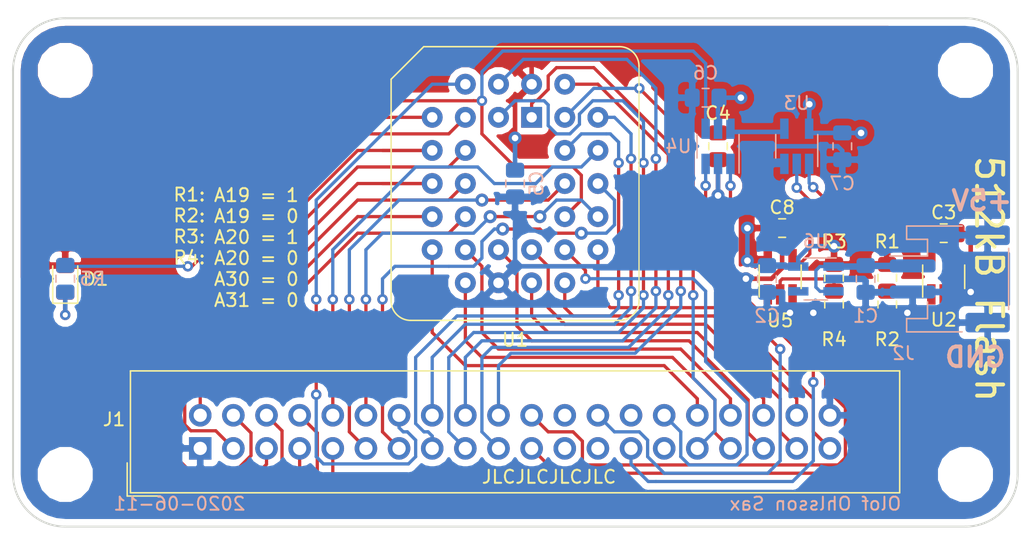
<source format=kicad_pcb>
(kicad_pcb (version 20171130) (host pcbnew 5.0.2-bee76a0~70~ubuntu18.04.1)

  (general
    (thickness 1.6)
    (drawings 16)
    (tracks 550)
    (zones 0)
    (modules 26)
    (nets 50)
  )

  (page A4)
  (layers
    (0 F.Cu signal)
    (31 B.Cu signal)
    (32 B.Adhes user)
    (33 F.Adhes user)
    (34 B.Paste user)
    (35 F.Paste user)
    (36 B.SilkS user)
    (37 F.SilkS user)
    (38 B.Mask user)
    (39 F.Mask user)
    (40 Dwgs.User user)
    (41 Cmts.User user)
    (42 Eco1.User user)
    (43 Eco2.User user)
    (44 Edge.Cuts user)
    (45 Margin user)
    (46 B.CrtYd user)
    (47 F.CrtYd user)
    (48 B.Fab user hide)
    (49 F.Fab user hide)
  )

  (setup
    (last_trace_width 0.25)
    (user_trace_width 0.35)
    (user_trace_width 0.5)
    (trace_clearance 0.2)
    (zone_clearance 0.508)
    (zone_45_only no)
    (trace_min 0.2)
    (segment_width 0.2)
    (edge_width 0.15)
    (via_size 0.8)
    (via_drill 0.4)
    (via_min_size 0.4)
    (via_min_drill 0.3)
    (user_via 1 0.5)
    (uvia_size 0.3)
    (uvia_drill 0.1)
    (uvias_allowed no)
    (uvia_min_size 0.2)
    (uvia_min_drill 0.1)
    (pcb_text_width 0.3)
    (pcb_text_size 1.5 1.5)
    (mod_edge_width 0.15)
    (mod_text_size 1 1)
    (mod_text_width 0.15)
    (pad_size 1.524 1.524)
    (pad_drill 0.762)
    (pad_to_mask_clearance 0.051)
    (solder_mask_min_width 0.25)
    (aux_axis_origin 0 0)
    (grid_origin 134.33 115.185)
    (visible_elements FFFDFF7F)
    (pcbplotparams
      (layerselection 0x010fc_ffffffff)
      (usegerberextensions false)
      (usegerberattributes false)
      (usegerberadvancedattributes false)
      (creategerberjobfile false)
      (excludeedgelayer true)
      (linewidth 0.100000)
      (plotframeref false)
      (viasonmask false)
      (mode 1)
      (useauxorigin false)
      (hpglpennumber 1)
      (hpglpenspeed 20)
      (hpglpendiameter 15.000000)
      (psnegative false)
      (psa4output false)
      (plotreference true)
      (plotvalue true)
      (plotinvisibletext false)
      (padsonsilk false)
      (subtractmaskfromsilk false)
      (outputformat 1)
      (mirror false)
      (drillshape 0)
      (scaleselection 1)
      (outputdirectory "gebers"))
  )

  (net 0 "")
  (net 1 /A19)
  (net 2 GND)
  (net 3 VCC)
  (net 4 /A31)
  (net 5 /A30)
  (net 6 /A18)
  (net 7 /A16)
  (net 8 /A15)
  (net 9 /A12)
  (net 10 /A7)
  (net 11 /A6)
  (net 12 /A5)
  (net 13 /A4)
  (net 14 /A3)
  (net 15 /A2)
  (net 16 /A1)
  (net 17 /A0)
  (net 18 /D0)
  (net 19 /D1)
  (net 20 /D2)
  (net 21 /D3)
  (net 22 /D4)
  (net 23 /D5)
  (net 24 /D6)
  (net 25 /D7)
  (net 26 /~MEM_OE)
  (net 27 /A10)
  (net 28 /A11)
  (net 29 /A9)
  (net 30 /A8)
  (net 31 /A13)
  (net 32 /A14)
  (net 33 /A17)
  (net 34 /~MEM_WE)
  (net 35 /~WAIT)
  (net 36 /B20)
  (net 37 /B19)
  (net 38 "Net-(D1-Pad1)")
  (net 39 /~CE)
  (net 40 /A19-20)
  (net 41 /V_IN)
  (net 42 "Net-(U6-Pad4)")
  (net 43 /X19)
  (net 44 /X20)
  (net 45 /A20)
  (net 46 /A21)
  (net 47 /A22)
  (net 48 /A23)
  (net 49 /~RESET)

  (net_class Default "This is the default net class."
    (clearance 0.2)
    (trace_width 0.25)
    (via_dia 0.8)
    (via_drill 0.4)
    (uvia_dia 0.3)
    (uvia_drill 0.1)
    (add_net /A0)
    (add_net /A1)
    (add_net /A10)
    (add_net /A11)
    (add_net /A12)
    (add_net /A13)
    (add_net /A14)
    (add_net /A15)
    (add_net /A16)
    (add_net /A17)
    (add_net /A18)
    (add_net /A19)
    (add_net /A19-20)
    (add_net /A2)
    (add_net /A20)
    (add_net /A21)
    (add_net /A22)
    (add_net /A23)
    (add_net /A3)
    (add_net /A30)
    (add_net /A31)
    (add_net /A4)
    (add_net /A5)
    (add_net /A6)
    (add_net /A7)
    (add_net /A8)
    (add_net /A9)
    (add_net /B19)
    (add_net /B20)
    (add_net /D0)
    (add_net /D1)
    (add_net /D2)
    (add_net /D3)
    (add_net /D4)
    (add_net /D5)
    (add_net /D6)
    (add_net /D7)
    (add_net /V_IN)
    (add_net /X19)
    (add_net /X20)
    (add_net /~CE)
    (add_net /~MEM_OE)
    (add_net /~MEM_WE)
    (add_net /~RESET)
    (add_net /~WAIT)
    (add_net GND)
    (add_net "Net-(D1-Pad1)")
    (add_net "Net-(U6-Pad4)")
    (add_net VCC)
  )

  (module Package_TO_SOT_SMD:SOT-23-6_Handsoldering (layer B.Cu) (tedit 5EE259BC) (tstamp 5EEF5EDD)
    (at 117.035 103.8225 90)
    (descr "6-pin SOT-23 package, Handsoldering")
    (tags "SOT-23-6 Handsoldering")
    (path /5EF44DD0)
    (attr smd)
    (fp_text reference U4 (at 0 -3.035 180) (layer B.SilkS)
      (effects (font (size 1 1) (thickness 0.15)) (justify mirror))
    )
    (fp_text value 74LVC1G332 (at 0 -2.9 90) (layer B.Fab)
      (effects (font (size 1 1) (thickness 0.15)) (justify mirror))
    )
    (fp_line (start 0.9 1.55) (end 0.9 -1.55) (layer B.Fab) (width 0.1))
    (fp_line (start 0.9 -1.55) (end -0.9 -1.55) (layer B.Fab) (width 0.1))
    (fp_line (start -0.9 0.9) (end -0.9 -1.55) (layer B.Fab) (width 0.1))
    (fp_line (start 0.9 1.55) (end -0.25 1.55) (layer B.Fab) (width 0.1))
    (fp_line (start -0.9 0.9) (end -0.25 1.55) (layer B.Fab) (width 0.1))
    (fp_line (start -2.4 1.8) (end 2.4 1.8) (layer B.CrtYd) (width 0.05))
    (fp_line (start 2.4 1.8) (end 2.4 -1.8) (layer B.CrtYd) (width 0.05))
    (fp_line (start 2.4 -1.8) (end -2.4 -1.8) (layer B.CrtYd) (width 0.05))
    (fp_line (start -2.4 -1.8) (end -2.4 1.8) (layer B.CrtYd) (width 0.05))
    (fp_line (start 0.9 1.61) (end -2.05 1.61) (layer B.SilkS) (width 0.12))
    (fp_line (start -0.9 -1.61) (end 0.9 -1.61) (layer B.SilkS) (width 0.12))
    (fp_text user %R (at 0 0) (layer B.Fab)
      (effects (font (size 0.5 0.5) (thickness 0.075)) (justify mirror))
    )
    (pad 5 smd rect (at 1.35 0 90) (size 1.56 0.65) (layers B.Cu B.Paste B.Mask)
      (net 3 VCC))
    (pad 6 smd rect (at 1.35 0.95 90) (size 1.56 0.65) (layers B.Cu B.Paste B.Mask)
      (net 40 /A19-20))
    (pad 4 smd rect (at 1.35 -0.95 90) (size 1.56 0.65) (layers B.Cu B.Paste B.Mask)
      (net 39 /~CE))
    (pad 3 smd rect (at -1.35 -0.95 90) (size 1.56 0.65) (layers B.Cu B.Paste B.Mask)
      (net 5 /A30))
    (pad 2 smd rect (at -1.35 0 90) (size 1.56 0.65) (layers B.Cu B.Paste B.Mask)
      (net 2 GND))
    (pad 1 smd rect (at -1.35 0.95 90) (size 1.56 0.65) (layers B.Cu B.Paste B.Mask)
      (net 4 /A31))
    (model ${KISYS3DMOD}/Package_TO_SOT_SMD.3dshapes/SOT-23-6.wrl
      (at (xyz 0 0 0))
      (scale (xyz 1 1 1))
      (rotate (xyz 0 0 0))
    )
  )

  (module LED_SMD:LED_0805_2012Metric_Pad1.15x1.40mm_HandSolder (layer F.Cu) (tedit 5EE25A63) (tstamp 5EEBE7ED)
    (at 67 114 90)
    (descr "LED SMD 0805 (2012 Metric), square (rectangular) end terminal, IPC_7351 nominal, (Body size source: https://docs.google.com/spreadsheets/d/1BsfQQcO9C6DZCsRaXUlFlo91Tg2WpOkGARC1WS5S8t0/edit?usp=sharing), generated with kicad-footprint-generator")
    (tags "LED handsolder")
    (path /5EF8DDF5)
    (attr smd)
    (fp_text reference D1 (at 0 2.33 180) (layer F.SilkS)
      (effects (font (size 1 1) (thickness 0.15)))
    )
    (fp_text value LED (at 0 1.65 90) (layer F.Fab)
      (effects (font (size 1 1) (thickness 0.15)))
    )
    (fp_text user %R (at 0 0 90) (layer F.Fab)
      (effects (font (size 0.5 0.5) (thickness 0.08)))
    )
    (fp_line (start 1.85 0.95) (end -1.85 0.95) (layer F.CrtYd) (width 0.05))
    (fp_line (start 1.85 -0.95) (end 1.85 0.95) (layer F.CrtYd) (width 0.05))
    (fp_line (start -1.85 -0.95) (end 1.85 -0.95) (layer F.CrtYd) (width 0.05))
    (fp_line (start -1.85 0.95) (end -1.85 -0.95) (layer F.CrtYd) (width 0.05))
    (fp_line (start -1.86 0.96) (end 1 0.96) (layer F.SilkS) (width 0.12))
    (fp_line (start -1.86 -0.96) (end -1.86 0.96) (layer F.SilkS) (width 0.12))
    (fp_line (start 1 -0.96) (end -1.86 -0.96) (layer F.SilkS) (width 0.12))
    (fp_line (start 1 0.6) (end 1 -0.6) (layer F.Fab) (width 0.1))
    (fp_line (start -1 0.6) (end 1 0.6) (layer F.Fab) (width 0.1))
    (fp_line (start -1 -0.3) (end -1 0.6) (layer F.Fab) (width 0.1))
    (fp_line (start -0.7 -0.6) (end -1 -0.3) (layer F.Fab) (width 0.1))
    (fp_line (start 1 -0.6) (end -0.7 -0.6) (layer F.Fab) (width 0.1))
    (pad 2 smd roundrect (at 1.025 0 90) (size 1.15 1.4) (layers F.Cu F.Paste F.Mask) (roundrect_rratio 0.217391)
      (net 3 VCC))
    (pad 1 smd roundrect (at -1.025 0 90) (size 1.15 1.4) (layers F.Cu F.Paste F.Mask) (roundrect_rratio 0.217391)
      (net 38 "Net-(D1-Pad1)"))
    (model ${KISYS3DMOD}/LED_SMD.3dshapes/LED_0805_2012Metric.wrl
      (at (xyz 0 0 0))
      (scale (xyz 1 1 1))
      (rotate (xyz 0 0 0))
    )
  )

  (module Package_TO_SOT_SMD:SOT-23-5_HandSoldering (layer B.Cu) (tedit 5EE259B4) (tstamp 5EEBF222)
    (at 123.0675 103.8225 90)
    (descr "5-pin SOT23 package")
    (tags "SOT-23-5 hand-soldering")
    (path /5EF44E1D)
    (attr smd)
    (fp_text reference U3 (at 3.3125 0 180) (layer B.SilkS)
      (effects (font (size 1 1) (thickness 0.15)) (justify mirror))
    )
    (fp_text value 74LVC1G32 (at 0 -2.9 90) (layer B.Fab)
      (effects (font (size 1 1) (thickness 0.15)) (justify mirror))
    )
    (fp_line (start 2.38 -1.8) (end -2.38 -1.8) (layer B.CrtYd) (width 0.05))
    (fp_line (start 2.38 -1.8) (end 2.38 1.8) (layer B.CrtYd) (width 0.05))
    (fp_line (start -2.38 1.8) (end -2.38 -1.8) (layer B.CrtYd) (width 0.05))
    (fp_line (start -2.38 1.8) (end 2.38 1.8) (layer B.CrtYd) (width 0.05))
    (fp_line (start 0.9 1.55) (end 0.9 -1.55) (layer B.Fab) (width 0.1))
    (fp_line (start 0.9 -1.55) (end -0.9 -1.55) (layer B.Fab) (width 0.1))
    (fp_line (start -0.9 0.9) (end -0.9 -1.55) (layer B.Fab) (width 0.1))
    (fp_line (start 0.9 1.55) (end -0.25 1.55) (layer B.Fab) (width 0.1))
    (fp_line (start -0.9 0.9) (end -0.25 1.55) (layer B.Fab) (width 0.1))
    (fp_line (start 0.9 1.61) (end -1.55 1.61) (layer B.SilkS) (width 0.12))
    (fp_line (start -0.9 -1.61) (end 0.9 -1.61) (layer B.SilkS) (width 0.12))
    (fp_text user %R (at 0 0) (layer B.Fab)
      (effects (font (size 0.5 0.5) (thickness 0.075)) (justify mirror))
    )
    (pad 5 smd rect (at 1.35 0.95 90) (size 1.56 0.65) (layers B.Cu B.Paste B.Mask)
      (net 3 VCC))
    (pad 4 smd rect (at 1.35 -0.95 90) (size 1.56 0.65) (layers B.Cu B.Paste B.Mask)
      (net 40 /A19-20))
    (pad 3 smd rect (at -1.35 -0.95 90) (size 1.56 0.65) (layers B.Cu B.Paste B.Mask)
      (net 2 GND))
    (pad 2 smd rect (at -1.35 0 90) (size 1.56 0.65) (layers B.Cu B.Paste B.Mask)
      (net 44 /X20))
    (pad 1 smd rect (at -1.35 0.95 90) (size 1.56 0.65) (layers B.Cu B.Paste B.Mask)
      (net 43 /X19))
    (model ${KISYS3DMOD}/Package_TO_SOT_SMD.3dshapes/SOT-23-5.wrl
      (at (xyz 0 0 0))
      (scale (xyz 1 1 1))
      (rotate (xyz 0 0 0))
    )
  )

  (module Package_TO_SOT_SMD:SOT-23-5_HandSoldering (layer F.Cu) (tedit 5A0AB76C) (tstamp 5EEBE77B)
    (at 134.33 113.835 90)
    (descr "5-pin SOT23 package")
    (tags "SOT-23-5 hand-soldering")
    (path /5EF44E30)
    (attr smd)
    (fp_text reference U2 (at -3.3 0 180) (layer F.SilkS)
      (effects (font (size 1 1) (thickness 0.15)))
    )
    (fp_text value 74LVC1G86 (at 0 2.9 90) (layer F.Fab)
      (effects (font (size 1 1) (thickness 0.15)))
    )
    (fp_line (start 2.38 1.8) (end -2.38 1.8) (layer F.CrtYd) (width 0.05))
    (fp_line (start 2.38 1.8) (end 2.38 -1.8) (layer F.CrtYd) (width 0.05))
    (fp_line (start -2.38 -1.8) (end -2.38 1.8) (layer F.CrtYd) (width 0.05))
    (fp_line (start -2.38 -1.8) (end 2.38 -1.8) (layer F.CrtYd) (width 0.05))
    (fp_line (start 0.9 -1.55) (end 0.9 1.55) (layer F.Fab) (width 0.1))
    (fp_line (start 0.9 1.55) (end -0.9 1.55) (layer F.Fab) (width 0.1))
    (fp_line (start -0.9 -0.9) (end -0.9 1.55) (layer F.Fab) (width 0.1))
    (fp_line (start 0.9 -1.55) (end -0.25 -1.55) (layer F.Fab) (width 0.1))
    (fp_line (start -0.9 -0.9) (end -0.25 -1.55) (layer F.Fab) (width 0.1))
    (fp_line (start 0.9 -1.61) (end -1.55 -1.61) (layer F.SilkS) (width 0.12))
    (fp_line (start -0.9 1.61) (end 0.9 1.61) (layer F.SilkS) (width 0.12))
    (fp_text user %R (at 0 0 180) (layer F.Fab)
      (effects (font (size 0.5 0.5) (thickness 0.075)))
    )
    (pad 5 smd rect (at 1.35 -0.95 90) (size 1.56 0.65) (layers F.Cu F.Paste F.Mask)
      (net 3 VCC))
    (pad 4 smd rect (at 1.35 0.95 90) (size 1.56 0.65) (layers F.Cu F.Paste F.Mask)
      (net 43 /X19))
    (pad 3 smd rect (at -1.35 0.95 90) (size 1.56 0.65) (layers F.Cu F.Paste F.Mask)
      (net 2 GND))
    (pad 2 smd rect (at -1.35 0 90) (size 1.56 0.65) (layers F.Cu F.Paste F.Mask)
      (net 1 /A19))
    (pad 1 smd rect (at -1.35 -0.95 90) (size 1.56 0.65) (layers F.Cu F.Paste F.Mask)
      (net 37 /B19))
    (model ${KISYS3DMOD}/Package_TO_SOT_SMD.3dshapes/SOT-23-5.wrl
      (at (xyz 0 0 0))
      (scale (xyz 1 1 1))
      (rotate (xyz 0 0 0))
    )
  )

  (module Package_TO_SOT_SMD:SOT-23-5_HandSoldering (layer B.Cu) (tedit 5A0AB76C) (tstamp 5EEBE753)
    (at 124.535 114 180)
    (descr "5-pin SOT23 package")
    (tags "SOT-23-5 hand-soldering")
    (path /5EF4BF7B)
    (attr smd)
    (fp_text reference U6 (at 0 2.9 180) (layer B.SilkS)
      (effects (font (size 1 1) (thickness 0.15)) (justify mirror))
    )
    (fp_text value MIC5504-3.3YM5 (at 0 -2.9 180) (layer B.Fab)
      (effects (font (size 1 1) (thickness 0.15)) (justify mirror))
    )
    (fp_line (start 2.38 -1.8) (end -2.38 -1.8) (layer B.CrtYd) (width 0.05))
    (fp_line (start 2.38 -1.8) (end 2.38 1.8) (layer B.CrtYd) (width 0.05))
    (fp_line (start -2.38 1.8) (end -2.38 -1.8) (layer B.CrtYd) (width 0.05))
    (fp_line (start -2.38 1.8) (end 2.38 1.8) (layer B.CrtYd) (width 0.05))
    (fp_line (start 0.9 1.55) (end 0.9 -1.55) (layer B.Fab) (width 0.1))
    (fp_line (start 0.9 -1.55) (end -0.9 -1.55) (layer B.Fab) (width 0.1))
    (fp_line (start -0.9 0.9) (end -0.9 -1.55) (layer B.Fab) (width 0.1))
    (fp_line (start 0.9 1.55) (end -0.25 1.55) (layer B.Fab) (width 0.1))
    (fp_line (start -0.9 0.9) (end -0.25 1.55) (layer B.Fab) (width 0.1))
    (fp_line (start 0.9 1.61) (end -1.55 1.61) (layer B.SilkS) (width 0.12))
    (fp_line (start -0.9 -1.61) (end 0.9 -1.61) (layer B.SilkS) (width 0.12))
    (fp_text user %R (at 0 0 90) (layer B.Fab)
      (effects (font (size 0.5 0.5) (thickness 0.075)) (justify mirror))
    )
    (pad 5 smd rect (at 1.35 0.95 180) (size 1.56 0.65) (layers B.Cu B.Paste B.Mask)
      (net 3 VCC))
    (pad 4 smd rect (at 1.35 -0.95 180) (size 1.56 0.65) (layers B.Cu B.Paste B.Mask)
      (net 42 "Net-(U6-Pad4)"))
    (pad 3 smd rect (at -1.35 -0.95 180) (size 1.56 0.65) (layers B.Cu B.Paste B.Mask)
      (net 41 /V_IN))
    (pad 2 smd rect (at -1.35 0 180) (size 1.56 0.65) (layers B.Cu B.Paste B.Mask)
      (net 2 GND))
    (pad 1 smd rect (at -1.35 0.95 180) (size 1.56 0.65) (layers B.Cu B.Paste B.Mask)
      (net 41 /V_IN))
    (model ${KISYS3DMOD}/Package_TO_SOT_SMD.3dshapes/SOT-23-5.wrl
      (at (xyz 0 0 0))
      (scale (xyz 1 1 1))
      (rotate (xyz 0 0 0))
    )
  )

  (module Package_TO_SOT_SMD:SOT-23-5_HandSoldering (layer F.Cu) (tedit 5EE25A55) (tstamp 5ED38734)
    (at 121.7975 113.835 90)
    (descr "5-pin SOT23 package")
    (tags "SOT-23-5 hand-soldering")
    (path /5EF44E29)
    (attr smd)
    (fp_text reference U5 (at -3.35 0 180) (layer F.SilkS)
      (effects (font (size 1 1) (thickness 0.15)))
    )
    (fp_text value 74LVC1G86 (at 0 2.9 90) (layer F.Fab)
      (effects (font (size 1 1) (thickness 0.15)))
    )
    (fp_line (start 2.38 1.8) (end -2.38 1.8) (layer F.CrtYd) (width 0.05))
    (fp_line (start 2.38 1.8) (end 2.38 -1.8) (layer F.CrtYd) (width 0.05))
    (fp_line (start -2.38 -1.8) (end -2.38 1.8) (layer F.CrtYd) (width 0.05))
    (fp_line (start -2.38 -1.8) (end 2.38 -1.8) (layer F.CrtYd) (width 0.05))
    (fp_line (start 0.9 -1.55) (end 0.9 1.55) (layer F.Fab) (width 0.1))
    (fp_line (start 0.9 1.55) (end -0.9 1.55) (layer F.Fab) (width 0.1))
    (fp_line (start -0.9 -0.9) (end -0.9 1.55) (layer F.Fab) (width 0.1))
    (fp_line (start 0.9 -1.55) (end -0.25 -1.55) (layer F.Fab) (width 0.1))
    (fp_line (start -0.9 -0.9) (end -0.25 -1.55) (layer F.Fab) (width 0.1))
    (fp_line (start 0.9 -1.61) (end -1.55 -1.61) (layer F.SilkS) (width 0.12))
    (fp_line (start -0.9 1.61) (end 0.9 1.61) (layer F.SilkS) (width 0.12))
    (fp_text user %R (at 0 0 180) (layer F.Fab)
      (effects (font (size 0.5 0.5) (thickness 0.075)))
    )
    (pad 5 smd rect (at 1.35 -0.95 90) (size 1.56 0.65) (layers F.Cu F.Paste F.Mask)
      (net 3 VCC))
    (pad 4 smd rect (at 1.35 0.95 90) (size 1.56 0.65) (layers F.Cu F.Paste F.Mask)
      (net 44 /X20))
    (pad 3 smd rect (at -1.35 0.95 90) (size 1.56 0.65) (layers F.Cu F.Paste F.Mask)
      (net 2 GND))
    (pad 2 smd rect (at -1.35 0 90) (size 1.56 0.65) (layers F.Cu F.Paste F.Mask)
      (net 36 /B20))
    (pad 1 smd rect (at -1.35 -0.95 90) (size 1.56 0.65) (layers F.Cu F.Paste F.Mask)
      (net 45 /A20))
    (model ${KISYS3DMOD}/Package_TO_SOT_SMD.3dshapes/SOT-23-5.wrl
      (at (xyz 0 0 0))
      (scale (xyz 1 1 1))
      (rotate (xyz 0 0 0))
    )
  )

  (module Resistor_SMD:R_0805_2012Metric_Pad1.15x1.40mm_HandSolder (layer B.Cu) (tedit 5EE25A84) (tstamp 5EEBE73D)
    (at 67 113.985 90)
    (descr "Resistor SMD 0805 (2012 Metric), square (rectangular) end terminal, IPC_7351 nominal with elongated pad for handsoldering. (Body size source: https://docs.google.com/spreadsheets/d/1BsfQQcO9C6DZCsRaXUlFlo91Tg2WpOkGARC1WS5S8t0/edit?usp=sharing), generated with kicad-footprint-generator")
    (tags "resistor handsolder")
    (path /5EF8DDEE)
    (attr smd)
    (fp_text reference R5 (at 0 2.08 180) (layer B.SilkS)
      (effects (font (size 1 1) (thickness 0.15)) (justify mirror))
    )
    (fp_text value 330 (at 0 -1.65 90) (layer B.Fab)
      (effects (font (size 1 1) (thickness 0.15)) (justify mirror))
    )
    (fp_text user %R (at 0 0 90) (layer B.Fab)
      (effects (font (size 0.5 0.5) (thickness 0.08)) (justify mirror))
    )
    (fp_line (start 1.85 -0.95) (end -1.85 -0.95) (layer B.CrtYd) (width 0.05))
    (fp_line (start 1.85 0.95) (end 1.85 -0.95) (layer B.CrtYd) (width 0.05))
    (fp_line (start -1.85 0.95) (end 1.85 0.95) (layer B.CrtYd) (width 0.05))
    (fp_line (start -1.85 -0.95) (end -1.85 0.95) (layer B.CrtYd) (width 0.05))
    (fp_line (start -0.261252 -0.71) (end 0.261252 -0.71) (layer B.SilkS) (width 0.12))
    (fp_line (start -0.261252 0.71) (end 0.261252 0.71) (layer B.SilkS) (width 0.12))
    (fp_line (start 1 -0.6) (end -1 -0.6) (layer B.Fab) (width 0.1))
    (fp_line (start 1 0.6) (end 1 -0.6) (layer B.Fab) (width 0.1))
    (fp_line (start -1 0.6) (end 1 0.6) (layer B.Fab) (width 0.1))
    (fp_line (start -1 -0.6) (end -1 0.6) (layer B.Fab) (width 0.1))
    (pad 2 smd roundrect (at 1.025 0 90) (size 1.15 1.4) (layers B.Cu B.Paste B.Mask) (roundrect_rratio 0.217391)
      (net 39 /~CE))
    (pad 1 smd roundrect (at -1.025 0 90) (size 1.15 1.4) (layers B.Cu B.Paste B.Mask) (roundrect_rratio 0.217391)
      (net 38 "Net-(D1-Pad1)"))
    (model ${KISYS3DMOD}/Resistor_SMD.3dshapes/R_0805_2012Metric.wrl
      (at (xyz 0 0 0))
      (scale (xyz 1 1 1))
      (rotate (xyz 0 0 0))
    )
  )

  (module Resistor_SMD:R_0805_2012Metric_Pad1.15x1.40mm_HandSolder (layer F.Cu) (tedit 5B36C52B) (tstamp 5EF053E8)
    (at 125.925 115.96 270)
    (descr "Resistor SMD 0805 (2012 Metric), square (rectangular) end terminal, IPC_7351 nominal with elongated pad for handsoldering. (Body size source: https://docs.google.com/spreadsheets/d/1BsfQQcO9C6DZCsRaXUlFlo91Tg2WpOkGARC1WS5S8t0/edit?usp=sharing), generated with kicad-footprint-generator")
    (tags "resistor handsolder")
    (path /5EF44E03)
    (attr smd)
    (fp_text reference R4 (at 2.675 0) (layer F.SilkS)
      (effects (font (size 1 1) (thickness 0.15)))
    )
    (fp_text value 0 (at 0 1.65 270) (layer F.Fab)
      (effects (font (size 1 1) (thickness 0.15)))
    )
    (fp_text user %R (at 0 0 270) (layer F.Fab)
      (effects (font (size 0.5 0.5) (thickness 0.08)))
    )
    (fp_line (start 1.85 0.95) (end -1.85 0.95) (layer F.CrtYd) (width 0.05))
    (fp_line (start 1.85 -0.95) (end 1.85 0.95) (layer F.CrtYd) (width 0.05))
    (fp_line (start -1.85 -0.95) (end 1.85 -0.95) (layer F.CrtYd) (width 0.05))
    (fp_line (start -1.85 0.95) (end -1.85 -0.95) (layer F.CrtYd) (width 0.05))
    (fp_line (start -0.261252 0.71) (end 0.261252 0.71) (layer F.SilkS) (width 0.12))
    (fp_line (start -0.261252 -0.71) (end 0.261252 -0.71) (layer F.SilkS) (width 0.12))
    (fp_line (start 1 0.6) (end -1 0.6) (layer F.Fab) (width 0.1))
    (fp_line (start 1 -0.6) (end 1 0.6) (layer F.Fab) (width 0.1))
    (fp_line (start -1 -0.6) (end 1 -0.6) (layer F.Fab) (width 0.1))
    (fp_line (start -1 0.6) (end -1 -0.6) (layer F.Fab) (width 0.1))
    (pad 2 smd roundrect (at 1.025 0 270) (size 1.15 1.4) (layers F.Cu F.Paste F.Mask) (roundrect_rratio 0.217391)
      (net 2 GND))
    (pad 1 smd roundrect (at -1.025 0 270) (size 1.15 1.4) (layers F.Cu F.Paste F.Mask) (roundrect_rratio 0.217391)
      (net 36 /B20))
    (model ${KISYS3DMOD}/Resistor_SMD.3dshapes/R_0805_2012Metric.wrl
      (at (xyz 0 0 0))
      (scale (xyz 1 1 1))
      (rotate (xyz 0 0 0))
    )
  )

  (module Resistor_SMD:R_0805_2012Metric_Pad1.15x1.40mm_HandSolder (layer F.Cu) (tedit 5B36C52B) (tstamp 5EEBE71B)
    (at 130.005 113.91 270)
    (descr "Resistor SMD 0805 (2012 Metric), square (rectangular) end terminal, IPC_7351 nominal with elongated pad for handsoldering. (Body size source: https://docs.google.com/spreadsheets/d/1BsfQQcO9C6DZCsRaXUlFlo91Tg2WpOkGARC1WS5S8t0/edit?usp=sharing), generated with kicad-footprint-generator")
    (tags "resistor handsolder")
    (path /5EF44DDA)
    (attr smd)
    (fp_text reference R1 (at -2.775 0) (layer F.SilkS)
      (effects (font (size 1 1) (thickness 0.15)))
    )
    (fp_text value 0 (at 0 1.65 270) (layer F.Fab)
      (effects (font (size 1 1) (thickness 0.15)))
    )
    (fp_text user %R (at 0 0 270) (layer F.Fab)
      (effects (font (size 0.5 0.5) (thickness 0.08)))
    )
    (fp_line (start 1.85 0.95) (end -1.85 0.95) (layer F.CrtYd) (width 0.05))
    (fp_line (start 1.85 -0.95) (end 1.85 0.95) (layer F.CrtYd) (width 0.05))
    (fp_line (start -1.85 -0.95) (end 1.85 -0.95) (layer F.CrtYd) (width 0.05))
    (fp_line (start -1.85 0.95) (end -1.85 -0.95) (layer F.CrtYd) (width 0.05))
    (fp_line (start -0.261252 0.71) (end 0.261252 0.71) (layer F.SilkS) (width 0.12))
    (fp_line (start -0.261252 -0.71) (end 0.261252 -0.71) (layer F.SilkS) (width 0.12))
    (fp_line (start 1 0.6) (end -1 0.6) (layer F.Fab) (width 0.1))
    (fp_line (start 1 -0.6) (end 1 0.6) (layer F.Fab) (width 0.1))
    (fp_line (start -1 -0.6) (end 1 -0.6) (layer F.Fab) (width 0.1))
    (fp_line (start -1 0.6) (end -1 -0.6) (layer F.Fab) (width 0.1))
    (pad 2 smd roundrect (at 1.025 0 270) (size 1.15 1.4) (layers F.Cu F.Paste F.Mask) (roundrect_rratio 0.217391)
      (net 37 /B19))
    (pad 1 smd roundrect (at -1.025 0 270) (size 1.15 1.4) (layers F.Cu F.Paste F.Mask) (roundrect_rratio 0.217391)
      (net 3 VCC))
  )

  (module Resistor_SMD:R_0805_2012Metric_Pad1.15x1.40mm_HandSolder (layer F.Cu) (tedit 5B36C52B) (tstamp 5EEBE70A)
    (at 130.005 115.96 270)
    (descr "Resistor SMD 0805 (2012 Metric), square (rectangular) end terminal, IPC_7351 nominal with elongated pad for handsoldering. (Body size source: https://docs.google.com/spreadsheets/d/1BsfQQcO9C6DZCsRaXUlFlo91Tg2WpOkGARC1WS5S8t0/edit?usp=sharing), generated with kicad-footprint-generator")
    (tags "resistor handsolder")
    (path /5EF44DE1)
    (attr smd)
    (fp_text reference R2 (at 2.675 0) (layer F.SilkS)
      (effects (font (size 1 1) (thickness 0.15)))
    )
    (fp_text value 0 (at 0 1.65 270) (layer F.Fab)
      (effects (font (size 1 1) (thickness 0.15)))
    )
    (fp_text user %R (at 0 0 270) (layer F.Fab)
      (effects (font (size 0.5 0.5) (thickness 0.08)))
    )
    (fp_line (start 1.85 0.95) (end -1.85 0.95) (layer F.CrtYd) (width 0.05))
    (fp_line (start 1.85 -0.95) (end 1.85 0.95) (layer F.CrtYd) (width 0.05))
    (fp_line (start -1.85 -0.95) (end 1.85 -0.95) (layer F.CrtYd) (width 0.05))
    (fp_line (start -1.85 0.95) (end -1.85 -0.95) (layer F.CrtYd) (width 0.05))
    (fp_line (start -0.261252 0.71) (end 0.261252 0.71) (layer F.SilkS) (width 0.12))
    (fp_line (start -0.261252 -0.71) (end 0.261252 -0.71) (layer F.SilkS) (width 0.12))
    (fp_line (start 1 0.6) (end -1 0.6) (layer F.Fab) (width 0.1))
    (fp_line (start 1 -0.6) (end 1 0.6) (layer F.Fab) (width 0.1))
    (fp_line (start -1 -0.6) (end 1 -0.6) (layer F.Fab) (width 0.1))
    (fp_line (start -1 0.6) (end -1 -0.6) (layer F.Fab) (width 0.1))
    (pad 2 smd roundrect (at 1.025 0 270) (size 1.15 1.4) (layers F.Cu F.Paste F.Mask) (roundrect_rratio 0.217391)
      (net 2 GND))
    (pad 1 smd roundrect (at -1.025 0 270) (size 1.15 1.4) (layers F.Cu F.Paste F.Mask) (roundrect_rratio 0.217391)
      (net 37 /B19))
    (model ${KISYS3DMOD}/Resistor_SMD.3dshapes/R_0805_2012Metric.wrl
      (at (xyz 0 0 0))
      (scale (xyz 1 1 1))
      (rotate (xyz 0 0 0))
    )
  )

  (module Resistor_SMD:R_0805_2012Metric_Pad1.15x1.40mm_HandSolder (layer F.Cu) (tedit 5B36C52B) (tstamp 5EF05418)
    (at 125.925 113.91 270)
    (descr "Resistor SMD 0805 (2012 Metric), square (rectangular) end terminal, IPC_7351 nominal with elongated pad for handsoldering. (Body size source: https://docs.google.com/spreadsheets/d/1BsfQQcO9C6DZCsRaXUlFlo91Tg2WpOkGARC1WS5S8t0/edit?usp=sharing), generated with kicad-footprint-generator")
    (tags "resistor handsolder")
    (path /5EF44DFC)
    (attr smd)
    (fp_text reference R3 (at -2.775 0) (layer F.SilkS)
      (effects (font (size 1 1) (thickness 0.15)))
    )
    (fp_text value 0 (at 0 1.65 270) (layer F.Fab)
      (effects (font (size 1 1) (thickness 0.15)))
    )
    (fp_text user %R (at 0 0 270) (layer F.Fab)
      (effects (font (size 0.5 0.5) (thickness 0.08)))
    )
    (fp_line (start 1.85 0.95) (end -1.85 0.95) (layer F.CrtYd) (width 0.05))
    (fp_line (start 1.85 -0.95) (end 1.85 0.95) (layer F.CrtYd) (width 0.05))
    (fp_line (start -1.85 -0.95) (end 1.85 -0.95) (layer F.CrtYd) (width 0.05))
    (fp_line (start -1.85 0.95) (end -1.85 -0.95) (layer F.CrtYd) (width 0.05))
    (fp_line (start -0.261252 0.71) (end 0.261252 0.71) (layer F.SilkS) (width 0.12))
    (fp_line (start -0.261252 -0.71) (end 0.261252 -0.71) (layer F.SilkS) (width 0.12))
    (fp_line (start 1 0.6) (end -1 0.6) (layer F.Fab) (width 0.1))
    (fp_line (start 1 -0.6) (end 1 0.6) (layer F.Fab) (width 0.1))
    (fp_line (start -1 -0.6) (end 1 -0.6) (layer F.Fab) (width 0.1))
    (fp_line (start -1 0.6) (end -1 -0.6) (layer F.Fab) (width 0.1))
    (pad 2 smd roundrect (at 1.025 0 270) (size 1.15 1.4) (layers F.Cu F.Paste F.Mask) (roundrect_rratio 0.217391)
      (net 36 /B20))
    (pad 1 smd roundrect (at -1.025 0 270) (size 1.15 1.4) (layers F.Cu F.Paste F.Mask) (roundrect_rratio 0.217391)
      (net 3 VCC))
  )

  (module riscv-serial:PLCC-32-socket-2M-8432-11B1-RK-TP (layer F.Cu) (tedit 5ED28A4B) (tstamp 5EEBF0E1)
    (at 101.4775 106.68)
    (path /5ECBB964)
    (fp_text reference U1 (at 0 12) (layer F.SilkS)
      (effects (font (size 1 1) (thickness 0.15)))
    )
    (fp_text value SST39VF040-70-4C-NHE (at 0 0) (layer F.Fab)
      (effects (font (size 1 1) (thickness 0.15)))
    )
    (fp_line (start -5.5 -6.5) (end -5.5 -9) (layer B.CrtYd) (width 0.05))
    (fp_line (start -8 -6.5) (end -5.5 -6.5) (layer B.CrtYd) (width 0.05))
    (fp_line (start -8 6.5) (end -8 -6.5) (layer B.CrtYd) (width 0.05))
    (fp_line (start -5 6.5) (end -8 6.5) (layer B.CrtYd) (width 0.05))
    (fp_line (start -5 9) (end -5 6.5) (layer B.CrtYd) (width 0.05))
    (fp_line (start 5 9) (end -5 9) (layer B.CrtYd) (width 0.05))
    (fp_line (start 5 6.5) (end 5 9) (layer B.CrtYd) (width 0.05))
    (fp_line (start 7.5 6.5) (end 5 6.5) (layer B.CrtYd) (width 0.05))
    (fp_line (start 7.5 -6.5) (end 7.5 6.5) (layer B.CrtYd) (width 0.05))
    (fp_line (start 5 -6.5) (end 7.5 -6.5) (layer B.CrtYd) (width 0.05))
    (fp_line (start 5 -9) (end 5 -6.5) (layer B.CrtYd) (width 0.05))
    (fp_line (start -5.5 -9) (end 5 -9) (layer B.CrtYd) (width 0.05))
    (fp_line (start 9.5 -10.5) (end -9.5 -10.5) (layer F.CrtYd) (width 0.05))
    (fp_line (start 9.5 10.5) (end 9.5 -10.5) (layer F.CrtYd) (width 0.05))
    (fp_line (start -9.5 10.5) (end 9.5 10.5) (layer F.CrtYd) (width 0.05))
    (fp_line (start -9.5 -10.5) (end -9.5 10.5) (layer F.CrtYd) (width 0.05))
    (fp_arc (start 8 -9) (end 9.5 -9) (angle -90) (layer F.SilkS) (width 0.12))
    (fp_arc (start 8 9) (end 8 10.5) (angle -90) (layer F.SilkS) (width 0.12))
    (fp_arc (start -8 9) (end -9.5 9) (angle -90) (layer F.SilkS) (width 0.12))
    (fp_line (start -7 -10.5) (end -9.5 -8) (layer F.SilkS) (width 0.12))
    (fp_line (start 8 -10.5) (end -7 -10.5) (layer F.SilkS) (width 0.12))
    (fp_line (start 9.5 9) (end 9.5 -9) (layer F.SilkS) (width 0.1))
    (fp_line (start -8 10.5) (end 8 10.5) (layer F.SilkS) (width 0.12))
    (fp_line (start -9.5 -8) (end -9.5 9) (layer F.SilkS) (width 0.12))
    (pad 32 thru_hole circle (at 1.27 -7.62) (size 1.6 1.6) (drill 0.8) (layers *.Cu *.Mask)
      (net 3 VCC))
    (pad 31 thru_hole circle (at 3.81 -5.08) (size 1.6 1.6) (drill 0.8) (layers *.Cu *.Mask)
      (net 34 /~MEM_WE))
    (pad 30 thru_hole circle (at 3.81 -7.62) (size 1.6 1.6) (drill 0.8) (layers *.Cu *.Mask)
      (net 33 /A17))
    (pad 29 thru_hole circle (at 6.35 -5.08) (size 1.6 1.6) (drill 0.8) (layers *.Cu *.Mask)
      (net 32 /A14))
    (pad 28 thru_hole circle (at 3.81 -2.54) (size 1.6 1.6) (drill 0.8) (layers *.Cu *.Mask)
      (net 31 /A13))
    (pad 27 thru_hole circle (at 6.35 -2.54) (size 1.6 1.6) (drill 0.8) (layers *.Cu *.Mask)
      (net 30 /A8))
    (pad 26 thru_hole circle (at 3.81 0) (size 1.6 1.6) (drill 0.8) (layers *.Cu *.Mask)
      (net 29 /A9))
    (pad 25 thru_hole circle (at 6.35 0) (size 1.6 1.6) (drill 0.8) (layers *.Cu *.Mask)
      (net 28 /A11))
    (pad 24 thru_hole circle (at 3.81 2.54) (size 1.6 1.6) (drill 0.8) (layers *.Cu *.Mask)
      (net 39 /~CE))
    (pad 23 thru_hole circle (at 6.35 2.54) (size 1.6 1.6) (drill 0.8) (layers *.Cu *.Mask)
      (net 27 /A10))
    (pad 22 thru_hole circle (at 3.81 5.08) (size 1.6 1.6) (drill 0.8) (layers *.Cu *.Mask)
      (net 26 /~MEM_OE))
    (pad 21 thru_hole circle (at 6.35 5.08) (size 1.6 1.6) (drill 0.8) (layers *.Cu *.Mask)
      (net 25 /D7))
    (pad 20 thru_hole circle (at 3.81 7.62) (size 1.6 1.6) (drill 0.8) (layers *.Cu *.Mask)
      (net 24 /D6))
    (pad 19 thru_hole circle (at 1.27 5.08) (size 1.6 1.6) (drill 0.8) (layers *.Cu *.Mask)
      (net 23 /D5))
    (pad 18 thru_hole circle (at 1.27 7.62) (size 1.6 1.6) (drill 0.8) (layers *.Cu *.Mask)
      (net 22 /D4))
    (pad 17 thru_hole circle (at -1.27 5.08) (size 1.6 1.6) (drill 0.8) (layers *.Cu *.Mask)
      (net 21 /D3))
    (pad 16 thru_hole circle (at -1.27 7.62) (size 1.6 1.6) (drill 0.8) (layers *.Cu *.Mask)
      (net 2 GND))
    (pad 15 thru_hole circle (at -3.81 5.08) (size 1.6 1.6) (drill 0.8) (layers *.Cu *.Mask)
      (net 20 /D2))
    (pad 14 thru_hole circle (at -3.81 7.62) (size 1.6 1.6) (drill 0.8) (layers *.Cu *.Mask)
      (net 19 /D1))
    (pad 13 thru_hole circle (at -6.35 5.08) (size 1.6 1.6) (drill 0.8) (layers *.Cu *.Mask)
      (net 18 /D0))
    (pad 12 thru_hole circle (at -3.81 2.54) (size 1.6 1.6) (drill 0.8) (layers *.Cu *.Mask)
      (net 17 /A0))
    (pad 11 thru_hole circle (at -6.35 2.54) (size 1.6 1.6) (drill 0.8) (layers *.Cu *.Mask)
      (net 16 /A1))
    (pad 10 thru_hole circle (at -3.81 0) (size 1.6 1.6) (drill 0.8) (layers *.Cu *.Mask)
      (net 15 /A2))
    (pad 9 thru_hole circle (at -6.35 0) (size 1.6 1.6) (drill 0.8) (layers *.Cu *.Mask)
      (net 14 /A3))
    (pad 8 thru_hole circle (at -3.81 -2.54) (size 1.6 1.6) (drill 0.8) (layers *.Cu *.Mask)
      (net 13 /A4))
    (pad 7 thru_hole circle (at -6.35 -2.54) (size 1.6 1.6) (drill 0.8) (layers *.Cu *.Mask)
      (net 12 /A5))
    (pad 6 thru_hole circle (at -3.81 -5.08) (size 1.6 1.6) (drill 0.8) (layers *.Cu *.Mask)
      (net 11 /A6))
    (pad 5 thru_hole circle (at -6.35 -5.08) (size 1.6 1.6) (drill 0.8) (layers *.Cu *.Mask)
      (net 10 /A7))
    (pad 4 thru_hole circle (at -3.81 -7.62) (size 1.6 1.6) (drill 0.8) (layers *.Cu *.Mask)
      (net 9 /A12))
    (pad 3 thru_hole circle (at -1.27 -5.08) (size 1.6 1.6) (drill 0.8) (layers *.Cu *.Mask)
      (net 8 /A15))
    (pad 2 thru_hole circle (at -1.27 -7.62) (size 1.6 1.6) (drill 0.8) (layers *.Cu *.Mask)
      (net 7 /A16))
    (pad 1 thru_hole rect (at 1.27 -5.08) (size 1.6 1.6) (drill 0.8) (layers *.Cu *.Mask)
      (net 6 /A18))
    (model /home/olof/Documents/Projects/riscv-serial/hardware/plcc32_p1-27_l14-05_w11-51.stp
      (offset (xyz 0 0 8))
      (scale (xyz 1 1 1))
      (rotate (xyz -90 0 180))
    )
    (model /home/olof/Documents/Projects/riscv-serial/hardware/8432-11b1-01.stp
      (offset (xyz 16.85 13.75 0))
      (scale (xyz 1 1 1))
      (rotate (xyz 0 0 180))
    )
  )

  (module Connector_IDC:IDC-Header_2x20_P2.54mm_Vertical (layer F.Cu) (tedit 59DE12BE) (tstamp 5EEBE80E)
    (at 77.3475 127 90)
    (descr "Through hole straight IDC box header, 2x20, 2.54mm pitch, double rows")
    (tags "Through hole IDC box header THT 2x20 2.54mm double row")
    (path /5EEB841A)
    (fp_text reference J1 (at 2.2225 -6.604 180) (layer F.SilkS)
      (effects (font (size 1 1) (thickness 0.15)))
    )
    (fp_text value Conn_Mem_Ext (at 1.27 54.864 90) (layer F.Fab)
      (effects (font (size 1 1) (thickness 0.15)))
    )
    (fp_text user %R (at 1.27 24.13 90) (layer F.Fab)
      (effects (font (size 1 1) (thickness 0.15)))
    )
    (fp_line (start 5.695 -5.1) (end 5.695 53.36) (layer F.Fab) (width 0.1))
    (fp_line (start 5.145 -4.56) (end 5.145 52.8) (layer F.Fab) (width 0.1))
    (fp_line (start -3.155 -5.1) (end -3.155 53.36) (layer F.Fab) (width 0.1))
    (fp_line (start -2.605 -4.56) (end -2.605 21.88) (layer F.Fab) (width 0.1))
    (fp_line (start -2.605 26.38) (end -2.605 52.8) (layer F.Fab) (width 0.1))
    (fp_line (start -2.605 21.88) (end -3.155 21.88) (layer F.Fab) (width 0.1))
    (fp_line (start -2.605 26.38) (end -3.155 26.38) (layer F.Fab) (width 0.1))
    (fp_line (start 5.695 -5.1) (end -3.155 -5.1) (layer F.Fab) (width 0.1))
    (fp_line (start 5.145 -4.56) (end -2.605 -4.56) (layer F.Fab) (width 0.1))
    (fp_line (start 5.695 53.36) (end -3.155 53.36) (layer F.Fab) (width 0.1))
    (fp_line (start 5.145 52.8) (end -2.605 52.8) (layer F.Fab) (width 0.1))
    (fp_line (start 5.695 -5.1) (end 5.145 -4.56) (layer F.Fab) (width 0.1))
    (fp_line (start 5.695 53.36) (end 5.145 52.8) (layer F.Fab) (width 0.1))
    (fp_line (start -3.155 -5.1) (end -2.605 -4.56) (layer F.Fab) (width 0.1))
    (fp_line (start -3.155 53.36) (end -2.605 52.8) (layer F.Fab) (width 0.1))
    (fp_line (start 5.95 -5.35) (end 5.95 53.61) (layer F.CrtYd) (width 0.05))
    (fp_line (start 5.95 53.61) (end -3.41 53.61) (layer F.CrtYd) (width 0.05))
    (fp_line (start -3.41 53.61) (end -3.41 -5.35) (layer F.CrtYd) (width 0.05))
    (fp_line (start -3.41 -5.35) (end 5.95 -5.35) (layer F.CrtYd) (width 0.05))
    (fp_line (start 5.945 -5.35) (end 5.945 53.61) (layer F.SilkS) (width 0.12))
    (fp_line (start 5.945 53.61) (end -3.405 53.61) (layer F.SilkS) (width 0.12))
    (fp_line (start -3.405 53.61) (end -3.405 -5.35) (layer F.SilkS) (width 0.12))
    (fp_line (start -3.405 -5.35) (end 5.945 -5.35) (layer F.SilkS) (width 0.12))
    (fp_line (start -3.655 -5.6) (end -3.655 -3.06) (layer F.SilkS) (width 0.12))
    (fp_line (start -3.655 -5.6) (end -1.115 -5.6) (layer F.SilkS) (width 0.12))
    (pad 1 thru_hole rect (at 0 0 90) (size 1.7272 1.7272) (drill 1.016) (layers *.Cu *.Mask)
      (net 2 GND))
    (pad 2 thru_hole oval (at 2.54 0 90) (size 1.7272 1.7272) (drill 1.016) (layers *.Cu *.Mask)
      (net 17 /A0))
    (pad 3 thru_hole oval (at 0 2.54 90) (size 1.7272 1.7272) (drill 1.016) (layers *.Cu *.Mask)
      (net 16 /A1))
    (pad 4 thru_hole oval (at 2.54 2.54 90) (size 1.7272 1.7272) (drill 1.016) (layers *.Cu *.Mask)
      (net 15 /A2))
    (pad 5 thru_hole oval (at 0 5.08 90) (size 1.7272 1.7272) (drill 1.016) (layers *.Cu *.Mask)
      (net 14 /A3))
    (pad 6 thru_hole oval (at 2.54 5.08 90) (size 1.7272 1.7272) (drill 1.016) (layers *.Cu *.Mask)
      (net 13 /A4))
    (pad 7 thru_hole oval (at 0 7.62 90) (size 1.7272 1.7272) (drill 1.016) (layers *.Cu *.Mask)
      (net 12 /A5))
    (pad 8 thru_hole oval (at 2.54 7.62 90) (size 1.7272 1.7272) (drill 1.016) (layers *.Cu *.Mask)
      (net 11 /A6))
    (pad 9 thru_hole oval (at 0 10.16 90) (size 1.7272 1.7272) (drill 1.016) (layers *.Cu *.Mask)
      (net 10 /A7))
    (pad 10 thru_hole oval (at 2.54 10.16 90) (size 1.7272 1.7272) (drill 1.016) (layers *.Cu *.Mask)
      (net 30 /A8))
    (pad 11 thru_hole oval (at 0 12.7 90) (size 1.7272 1.7272) (drill 1.016) (layers *.Cu *.Mask)
      (net 29 /A9))
    (pad 12 thru_hole oval (at 2.54 12.7 90) (size 1.7272 1.7272) (drill 1.016) (layers *.Cu *.Mask)
      (net 27 /A10))
    (pad 13 thru_hole oval (at 0 15.24 90) (size 1.7272 1.7272) (drill 1.016) (layers *.Cu *.Mask)
      (net 28 /A11))
    (pad 14 thru_hole oval (at 2.54 15.24 90) (size 1.7272 1.7272) (drill 1.016) (layers *.Cu *.Mask)
      (net 9 /A12))
    (pad 15 thru_hole oval (at 0 17.78 90) (size 1.7272 1.7272) (drill 1.016) (layers *.Cu *.Mask)
      (net 31 /A13))
    (pad 16 thru_hole oval (at 2.54 17.78 90) (size 1.7272 1.7272) (drill 1.016) (layers *.Cu *.Mask)
      (net 32 /A14))
    (pad 17 thru_hole oval (at 0 20.32 90) (size 1.7272 1.7272) (drill 1.016) (layers *.Cu *.Mask)
      (net 8 /A15))
    (pad 18 thru_hole oval (at 2.54 20.32 90) (size 1.7272 1.7272) (drill 1.016) (layers *.Cu *.Mask)
      (net 7 /A16))
    (pad 19 thru_hole oval (at 0 22.86 90) (size 1.7272 1.7272) (drill 1.016) (layers *.Cu *.Mask)
      (net 33 /A17))
    (pad 20 thru_hole oval (at 2.54 22.86 90) (size 1.7272 1.7272) (drill 1.016) (layers *.Cu *.Mask)
      (net 6 /A18))
    (pad 21 thru_hole oval (at 0 25.4 90) (size 1.7272 1.7272) (drill 1.016) (layers *.Cu *.Mask)
      (net 1 /A19))
    (pad 22 thru_hole oval (at 2.54 25.4 90) (size 1.7272 1.7272) (drill 1.016) (layers *.Cu *.Mask)
      (net 45 /A20))
    (pad 23 thru_hole oval (at 0 27.94 90) (size 1.7272 1.7272) (drill 1.016) (layers *.Cu *.Mask)
      (net 46 /A21))
    (pad 24 thru_hole oval (at 2.54 27.94 90) (size 1.7272 1.7272) (drill 1.016) (layers *.Cu *.Mask)
      (net 47 /A22))
    (pad 25 thru_hole oval (at 0 30.48 90) (size 1.7272 1.7272) (drill 1.016) (layers *.Cu *.Mask)
      (net 48 /A23))
    (pad 26 thru_hole oval (at 2.54 30.48 90) (size 1.7272 1.7272) (drill 1.016) (layers *.Cu *.Mask)
      (net 5 /A30))
    (pad 27 thru_hole oval (at 0 33.02 90) (size 1.7272 1.7272) (drill 1.016) (layers *.Cu *.Mask)
      (net 4 /A31))
    (pad 28 thru_hole oval (at 2.54 33.02 90) (size 1.7272 1.7272) (drill 1.016) (layers *.Cu *.Mask)
      (net 49 /~RESET))
    (pad 29 thru_hole oval (at 0 35.56 90) (size 1.7272 1.7272) (drill 1.016) (layers *.Cu *.Mask)
      (net 35 /~WAIT))
    (pad 30 thru_hole oval (at 2.54 35.56 90) (size 1.7272 1.7272) (drill 1.016) (layers *.Cu *.Mask)
      (net 26 /~MEM_OE))
    (pad 31 thru_hole oval (at 0 38.1 90) (size 1.7272 1.7272) (drill 1.016) (layers *.Cu *.Mask)
      (net 34 /~MEM_WE))
    (pad 32 thru_hole oval (at 2.54 38.1 90) (size 1.7272 1.7272) (drill 1.016) (layers *.Cu *.Mask)
      (net 18 /D0))
    (pad 33 thru_hole oval (at 0 40.64 90) (size 1.7272 1.7272) (drill 1.016) (layers *.Cu *.Mask)
      (net 19 /D1))
    (pad 34 thru_hole oval (at 2.54 40.64 90) (size 1.7272 1.7272) (drill 1.016) (layers *.Cu *.Mask)
      (net 20 /D2))
    (pad 35 thru_hole oval (at 0 43.18 90) (size 1.7272 1.7272) (drill 1.016) (layers *.Cu *.Mask)
      (net 21 /D3))
    (pad 36 thru_hole oval (at 2.54 43.18 90) (size 1.7272 1.7272) (drill 1.016) (layers *.Cu *.Mask)
      (net 22 /D4))
    (pad 37 thru_hole oval (at 0 45.72 90) (size 1.7272 1.7272) (drill 1.016) (layers *.Cu *.Mask)
      (net 23 /D5))
    (pad 38 thru_hole oval (at 2.54 45.72 90) (size 1.7272 1.7272) (drill 1.016) (layers *.Cu *.Mask)
      (net 24 /D6))
    (pad 39 thru_hole oval (at 0 48.26 90) (size 1.7272 1.7272) (drill 1.016) (layers *.Cu *.Mask)
      (net 25 /D7))
    (pad 40 thru_hole oval (at 2.54 48.26 90) (size 1.7272 1.7272) (drill 1.016) (layers *.Cu *.Mask)
      (net 2 GND))
    (model ${KISYS3DMOD}/Connector_IDC.3dshapes/IDC-Header_2x20_P2.54mm_Vertical.wrl
      (at (xyz 0 0 0))
      (scale (xyz 1 1 1))
      (rotate (xyz 0 0 0))
    )
  )

  (module Capacitor_SMD:C_0805_2012Metric_Pad1.15x1.40mm_HandSolder (layer B.Cu) (tedit 5ED2CC92) (tstamp 5ED38934)
    (at 120.785 114 90)
    (descr "Capacitor SMD 0805 (2012 Metric), square (rectangular) end terminal, IPC_7351 nominal with elongated pad for handsoldering. (Body size source: https://docs.google.com/spreadsheets/d/1BsfQQcO9C6DZCsRaXUlFlo91Tg2WpOkGARC1WS5S8t0/edit?usp=sharing), generated with kicad-footprint-generator")
    (tags "capacitor handsolder")
    (path /5EF4BF9A)
    (attr smd)
    (fp_text reference C2 (at -2.84 0 180) (layer B.SilkS)
      (effects (font (size 1 1) (thickness 0.15)) (justify mirror))
    )
    (fp_text value 1u (at 0 -1.65 90) (layer B.Fab)
      (effects (font (size 1 1) (thickness 0.15)) (justify mirror))
    )
    (fp_line (start -1 -0.6) (end -1 0.6) (layer B.Fab) (width 0.1))
    (fp_line (start -1 0.6) (end 1 0.6) (layer B.Fab) (width 0.1))
    (fp_line (start 1 0.6) (end 1 -0.6) (layer B.Fab) (width 0.1))
    (fp_line (start 1 -0.6) (end -1 -0.6) (layer B.Fab) (width 0.1))
    (fp_line (start -0.261252 0.71) (end 0.261252 0.71) (layer B.SilkS) (width 0.12))
    (fp_line (start -0.261252 -0.71) (end 0.261252 -0.71) (layer B.SilkS) (width 0.12))
    (fp_line (start -1.85 -0.95) (end -1.85 0.95) (layer B.CrtYd) (width 0.05))
    (fp_line (start -1.85 0.95) (end 1.85 0.95) (layer B.CrtYd) (width 0.05))
    (fp_line (start 1.85 0.95) (end 1.85 -0.95) (layer B.CrtYd) (width 0.05))
    (fp_line (start 1.85 -0.95) (end -1.85 -0.95) (layer B.CrtYd) (width 0.05))
    (fp_text user %R (at 0 0 90) (layer B.Fab)
      (effects (font (size 0.5 0.5) (thickness 0.08)) (justify mirror))
    )
    (pad 1 smd roundrect (at -1.025 0 90) (size 1.15 1.4) (layers B.Cu B.Paste B.Mask) (roundrect_rratio 0.217391)
      (net 2 GND))
    (pad 2 smd roundrect (at 1.025 0 90) (size 1.15 1.4) (layers B.Cu B.Paste B.Mask) (roundrect_rratio 0.217391)
      (net 3 VCC))
    (model ${KISYS3DMOD}/Capacitor_SMD.3dshapes/C_0805_2012Metric.wrl
      (at (xyz 0 0 0))
      (scale (xyz 1 1 1))
      (rotate (xyz 0 0 0))
    )
  )

  (module Capacitor_SMD:C_0805_2012Metric_Pad1.15x1.40mm_HandSolder (layer F.Cu) (tedit 5B36C52B) (tstamp 5EE04AAB)
    (at 134.3325 110.49 180)
    (descr "Capacitor SMD 0805 (2012 Metric), square (rectangular) end terminal, IPC_7351 nominal with elongated pad for handsoldering. (Body size source: https://docs.google.com/spreadsheets/d/1BsfQQcO9C6DZCsRaXUlFlo91Tg2WpOkGARC1WS5S8t0/edit?usp=sharing), generated with kicad-footprint-generator")
    (tags "capacitor handsolder")
    (path /5EF4BFA7)
    (attr smd)
    (fp_text reference C3 (at 0 1.5875 180) (layer F.SilkS)
      (effects (font (size 1 1) (thickness 0.15)))
    )
    (fp_text value 100n (at 0 1.65 180) (layer F.Fab)
      (effects (font (size 1 1) (thickness 0.15)))
    )
    (fp_text user %R (at 0 0 180) (layer F.Fab)
      (effects (font (size 0.5 0.5) (thickness 0.08)))
    )
    (fp_line (start 1.85 0.95) (end -1.85 0.95) (layer F.CrtYd) (width 0.05))
    (fp_line (start 1.85 -0.95) (end 1.85 0.95) (layer F.CrtYd) (width 0.05))
    (fp_line (start -1.85 -0.95) (end 1.85 -0.95) (layer F.CrtYd) (width 0.05))
    (fp_line (start -1.85 0.95) (end -1.85 -0.95) (layer F.CrtYd) (width 0.05))
    (fp_line (start -0.261252 0.71) (end 0.261252 0.71) (layer F.SilkS) (width 0.12))
    (fp_line (start -0.261252 -0.71) (end 0.261252 -0.71) (layer F.SilkS) (width 0.12))
    (fp_line (start 1 0.6) (end -1 0.6) (layer F.Fab) (width 0.1))
    (fp_line (start 1 -0.6) (end 1 0.6) (layer F.Fab) (width 0.1))
    (fp_line (start -1 -0.6) (end 1 -0.6) (layer F.Fab) (width 0.1))
    (fp_line (start -1 0.6) (end -1 -0.6) (layer F.Fab) (width 0.1))
    (pad 2 smd roundrect (at 1.025 0 180) (size 1.15 1.4) (layers F.Cu F.Paste F.Mask) (roundrect_rratio 0.217391)
      (net 3 VCC))
    (pad 1 smd roundrect (at -1.025 0 180) (size 1.15 1.4) (layers F.Cu F.Paste F.Mask) (roundrect_rratio 0.217391)
      (net 2 GND))
    (model ${KISYS3DMOD}/Capacitor_SMD.3dshapes/C_0805_2012Metric.wrl
      (at (xyz 0 0 0))
      (scale (xyz 1 1 1))
      (rotate (xyz 0 0 0))
    )
  )

  (module Capacitor_SMD:C_0805_2012Metric_Pad1.15x1.40mm_HandSolder (layer F.Cu) (tedit 5B36C52B) (tstamp 5ED38912)
    (at 117.035 103.8225 90)
    (descr "Capacitor SMD 0805 (2012 Metric), square (rectangular) end terminal, IPC_7351 nominal with elongated pad for handsoldering. (Body size source: https://docs.google.com/spreadsheets/d/1BsfQQcO9C6DZCsRaXUlFlo91Tg2WpOkGARC1WS5S8t0/edit?usp=sharing), generated with kicad-footprint-generator")
    (tags "capacitor handsolder")
    (path /5EF4BFAE)
    (attr smd)
    (fp_text reference C4 (at 2.54 0 180) (layer F.SilkS)
      (effects (font (size 1 1) (thickness 0.15)))
    )
    (fp_text value 100n (at 0 1.65 90) (layer F.Fab)
      (effects (font (size 1 1) (thickness 0.15)))
    )
    (fp_line (start -1 0.6) (end -1 -0.6) (layer F.Fab) (width 0.1))
    (fp_line (start -1 -0.6) (end 1 -0.6) (layer F.Fab) (width 0.1))
    (fp_line (start 1 -0.6) (end 1 0.6) (layer F.Fab) (width 0.1))
    (fp_line (start 1 0.6) (end -1 0.6) (layer F.Fab) (width 0.1))
    (fp_line (start -0.261252 -0.71) (end 0.261252 -0.71) (layer F.SilkS) (width 0.12))
    (fp_line (start -0.261252 0.71) (end 0.261252 0.71) (layer F.SilkS) (width 0.12))
    (fp_line (start -1.85 0.95) (end -1.85 -0.95) (layer F.CrtYd) (width 0.05))
    (fp_line (start -1.85 -0.95) (end 1.85 -0.95) (layer F.CrtYd) (width 0.05))
    (fp_line (start 1.85 -0.95) (end 1.85 0.95) (layer F.CrtYd) (width 0.05))
    (fp_line (start 1.85 0.95) (end -1.85 0.95) (layer F.CrtYd) (width 0.05))
    (fp_text user %R (at 0 0 90) (layer F.Fab)
      (effects (font (size 0.5 0.5) (thickness 0.08)))
    )
    (pad 1 smd roundrect (at -1.025 0 90) (size 1.15 1.4) (layers F.Cu F.Paste F.Mask) (roundrect_rratio 0.217391)
      (net 2 GND))
    (pad 2 smd roundrect (at 1.025 0 90) (size 1.15 1.4) (layers F.Cu F.Paste F.Mask) (roundrect_rratio 0.217391)
      (net 3 VCC))
    (model ${KISYS3DMOD}/Capacitor_SMD.3dshapes/C_0805_2012Metric.wrl
      (at (xyz 0 0 0))
      (scale (xyz 1 1 1))
      (rotate (xyz 0 0 0))
    )
  )

  (module Capacitor_SMD:C_0805_2012Metric_Pad1.15x1.40mm_HandSolder (layer B.Cu) (tedit 5B36C52B) (tstamp 5EEF6F49)
    (at 101.4775 106.68 90)
    (descr "Capacitor SMD 0805 (2012 Metric), square (rectangular) end terminal, IPC_7351 nominal with elongated pad for handsoldering. (Body size source: https://docs.google.com/spreadsheets/d/1BsfQQcO9C6DZCsRaXUlFlo91Tg2WpOkGARC1WS5S8t0/edit?usp=sharing), generated with kicad-footprint-generator")
    (tags "capacitor handsolder")
    (path /5EF4BFB5)
    (attr smd)
    (fp_text reference C5 (at 0 1.65 90) (layer B.SilkS)
      (effects (font (size 1 1) (thickness 0.15)) (justify mirror))
    )
    (fp_text value 100n (at 0 -1.65 90) (layer B.Fab)
      (effects (font (size 1 1) (thickness 0.15)) (justify mirror))
    )
    (fp_text user %R (at 0 0 90) (layer B.Fab)
      (effects (font (size 0.5 0.5) (thickness 0.08)) (justify mirror))
    )
    (fp_line (start 1.85 -0.95) (end -1.85 -0.95) (layer B.CrtYd) (width 0.05))
    (fp_line (start 1.85 0.95) (end 1.85 -0.95) (layer B.CrtYd) (width 0.05))
    (fp_line (start -1.85 0.95) (end 1.85 0.95) (layer B.CrtYd) (width 0.05))
    (fp_line (start -1.85 -0.95) (end -1.85 0.95) (layer B.CrtYd) (width 0.05))
    (fp_line (start -0.261252 -0.71) (end 0.261252 -0.71) (layer B.SilkS) (width 0.12))
    (fp_line (start -0.261252 0.71) (end 0.261252 0.71) (layer B.SilkS) (width 0.12))
    (fp_line (start 1 -0.6) (end -1 -0.6) (layer B.Fab) (width 0.1))
    (fp_line (start 1 0.6) (end 1 -0.6) (layer B.Fab) (width 0.1))
    (fp_line (start -1 0.6) (end 1 0.6) (layer B.Fab) (width 0.1))
    (fp_line (start -1 -0.6) (end -1 0.6) (layer B.Fab) (width 0.1))
    (pad 2 smd roundrect (at 1.025 0 90) (size 1.15 1.4) (layers B.Cu B.Paste B.Mask) (roundrect_rratio 0.217391)
      (net 3 VCC))
    (pad 1 smd roundrect (at -1.025 0 90) (size 1.15 1.4) (layers B.Cu B.Paste B.Mask) (roundrect_rratio 0.217391)
      (net 2 GND))
    (model ${KISYS3DMOD}/Capacitor_SMD.3dshapes/C_0805_2012Metric.wrl
      (at (xyz 0 0 0))
      (scale (xyz 1 1 1))
      (rotate (xyz 0 0 0))
    )
  )

  (module Capacitor_SMD:C_0805_2012Metric_Pad1.15x1.40mm_HandSolder (layer B.Cu) (tedit 5B36C52B) (tstamp 5ED388F0)
    (at 116.0825 100.0975)
    (descr "Capacitor SMD 0805 (2012 Metric), square (rectangular) end terminal, IPC_7351 nominal with elongated pad for handsoldering. (Body size source: https://docs.google.com/spreadsheets/d/1BsfQQcO9C6DZCsRaXUlFlo91Tg2WpOkGARC1WS5S8t0/edit?usp=sharing), generated with kicad-footprint-generator")
    (tags "capacitor handsolder")
    (path /5EF4BFBC)
    (attr smd)
    (fp_text reference C6 (at 0 -1.905) (layer B.SilkS)
      (effects (font (size 1 1) (thickness 0.15)) (justify mirror))
    )
    (fp_text value 100n (at 0 -1.65) (layer B.Fab)
      (effects (font (size 1 1) (thickness 0.15)) (justify mirror))
    )
    (fp_line (start -1 -0.6) (end -1 0.6) (layer B.Fab) (width 0.1))
    (fp_line (start -1 0.6) (end 1 0.6) (layer B.Fab) (width 0.1))
    (fp_line (start 1 0.6) (end 1 -0.6) (layer B.Fab) (width 0.1))
    (fp_line (start 1 -0.6) (end -1 -0.6) (layer B.Fab) (width 0.1))
    (fp_line (start -0.261252 0.71) (end 0.261252 0.71) (layer B.SilkS) (width 0.12))
    (fp_line (start -0.261252 -0.71) (end 0.261252 -0.71) (layer B.SilkS) (width 0.12))
    (fp_line (start -1.85 -0.95) (end -1.85 0.95) (layer B.CrtYd) (width 0.05))
    (fp_line (start -1.85 0.95) (end 1.85 0.95) (layer B.CrtYd) (width 0.05))
    (fp_line (start 1.85 0.95) (end 1.85 -0.95) (layer B.CrtYd) (width 0.05))
    (fp_line (start 1.85 -0.95) (end -1.85 -0.95) (layer B.CrtYd) (width 0.05))
    (fp_text user %R (at 0 0) (layer B.Fab)
      (effects (font (size 0.5 0.5) (thickness 0.08)) (justify mirror))
    )
    (pad 1 smd roundrect (at -1.025 0) (size 1.15 1.4) (layers B.Cu B.Paste B.Mask) (roundrect_rratio 0.217391)
      (net 2 GND))
    (pad 2 smd roundrect (at 1.025 0) (size 1.15 1.4) (layers B.Cu B.Paste B.Mask) (roundrect_rratio 0.217391)
      (net 3 VCC))
    (model ${KISYS3DMOD}/Capacitor_SMD.3dshapes/C_0805_2012Metric.wrl
      (at (xyz 0 0 0))
      (scale (xyz 1 1 1))
      (rotate (xyz 0 0 0))
    )
  )

  (module Capacitor_SMD:C_0805_2012Metric_Pad1.15x1.40mm_HandSolder (layer B.Cu) (tedit 5B36C52B) (tstamp 5ED388DF)
    (at 126.56 103.8225 90)
    (descr "Capacitor SMD 0805 (2012 Metric), square (rectangular) end terminal, IPC_7351 nominal with elongated pad for handsoldering. (Body size source: https://docs.google.com/spreadsheets/d/1BsfQQcO9C6DZCsRaXUlFlo91Tg2WpOkGARC1WS5S8t0/edit?usp=sharing), generated with kicad-footprint-generator")
    (tags "capacitor handsolder")
    (path /5EF4BFF0)
    (attr smd)
    (fp_text reference C7 (at -2.8575 0 180) (layer B.SilkS)
      (effects (font (size 1 1) (thickness 0.15)) (justify mirror))
    )
    (fp_text value 100n (at 0 -1.65 90) (layer B.Fab)
      (effects (font (size 1 1) (thickness 0.15)) (justify mirror))
    )
    (fp_text user %R (at 0 0 90) (layer B.Fab)
      (effects (font (size 0.5 0.5) (thickness 0.08)) (justify mirror))
    )
    (fp_line (start 1.85 -0.95) (end -1.85 -0.95) (layer B.CrtYd) (width 0.05))
    (fp_line (start 1.85 0.95) (end 1.85 -0.95) (layer B.CrtYd) (width 0.05))
    (fp_line (start -1.85 0.95) (end 1.85 0.95) (layer B.CrtYd) (width 0.05))
    (fp_line (start -1.85 -0.95) (end -1.85 0.95) (layer B.CrtYd) (width 0.05))
    (fp_line (start -0.261252 -0.71) (end 0.261252 -0.71) (layer B.SilkS) (width 0.12))
    (fp_line (start -0.261252 0.71) (end 0.261252 0.71) (layer B.SilkS) (width 0.12))
    (fp_line (start 1 -0.6) (end -1 -0.6) (layer B.Fab) (width 0.1))
    (fp_line (start 1 0.6) (end 1 -0.6) (layer B.Fab) (width 0.1))
    (fp_line (start -1 0.6) (end 1 0.6) (layer B.Fab) (width 0.1))
    (fp_line (start -1 -0.6) (end -1 0.6) (layer B.Fab) (width 0.1))
    (pad 2 smd roundrect (at 1.025 0 90) (size 1.15 1.4) (layers B.Cu B.Paste B.Mask) (roundrect_rratio 0.217391)
      (net 3 VCC))
    (pad 1 smd roundrect (at -1.025 0 90) (size 1.15 1.4) (layers B.Cu B.Paste B.Mask) (roundrect_rratio 0.217391)
      (net 2 GND))
    (model ${KISYS3DMOD}/Capacitor_SMD.3dshapes/C_0805_2012Metric.wrl
      (at (xyz 0 0 0))
      (scale (xyz 1 1 1))
      (rotate (xyz 0 0 0))
    )
  )

  (module Capacitor_SMD:C_0805_2012Metric_Pad1.15x1.40mm_HandSolder (layer F.Cu) (tedit 5B36C52B) (tstamp 5EF12CB1)
    (at 121.9475 110.0975 180)
    (descr "Capacitor SMD 0805 (2012 Metric), square (rectangular) end terminal, IPC_7351 nominal with elongated pad for handsoldering. (Body size source: https://docs.google.com/spreadsheets/d/1BsfQQcO9C6DZCsRaXUlFlo91Tg2WpOkGARC1WS5S8t0/edit?usp=sharing), generated with kicad-footprint-generator")
    (tags "capacitor handsolder")
    (path /5EF4BFF7)
    (attr smd)
    (fp_text reference C8 (at 0 1.5875 180) (layer F.SilkS)
      (effects (font (size 1 1) (thickness 0.15)))
    )
    (fp_text value 100n (at 0 1.65 180) (layer F.Fab)
      (effects (font (size 1 1) (thickness 0.15)))
    )
    (fp_line (start -1 0.6) (end -1 -0.6) (layer F.Fab) (width 0.1))
    (fp_line (start -1 -0.6) (end 1 -0.6) (layer F.Fab) (width 0.1))
    (fp_line (start 1 -0.6) (end 1 0.6) (layer F.Fab) (width 0.1))
    (fp_line (start 1 0.6) (end -1 0.6) (layer F.Fab) (width 0.1))
    (fp_line (start -0.261252 -0.71) (end 0.261252 -0.71) (layer F.SilkS) (width 0.12))
    (fp_line (start -0.261252 0.71) (end 0.261252 0.71) (layer F.SilkS) (width 0.12))
    (fp_line (start -1.85 0.95) (end -1.85 -0.95) (layer F.CrtYd) (width 0.05))
    (fp_line (start -1.85 -0.95) (end 1.85 -0.95) (layer F.CrtYd) (width 0.05))
    (fp_line (start 1.85 -0.95) (end 1.85 0.95) (layer F.CrtYd) (width 0.05))
    (fp_line (start 1.85 0.95) (end -1.85 0.95) (layer F.CrtYd) (width 0.05))
    (fp_text user %R (at 0 0 180) (layer F.Fab)
      (effects (font (size 0.5 0.5) (thickness 0.08)))
    )
    (pad 1 smd roundrect (at -1.025 0 180) (size 1.15 1.4) (layers F.Cu F.Paste F.Mask) (roundrect_rratio 0.217391)
      (net 2 GND))
    (pad 2 smd roundrect (at 1.025 0 180) (size 1.15 1.4) (layers F.Cu F.Paste F.Mask) (roundrect_rratio 0.217391)
      (net 3 VCC))
    (model ${KISYS3DMOD}/Capacitor_SMD.3dshapes/C_0805_2012Metric.wrl
      (at (xyz 0 0 0))
      (scale (xyz 1 1 1))
      (rotate (xyz 0 0 0))
    )
  )

  (module Capacitor_SMD:C_0805_2012Metric_Pad1.15x1.40mm_HandSolder (layer B.Cu) (tedit 5ED2CCAB) (tstamp 5ED388BD)
    (at 128.3475 114 90)
    (descr "Capacitor SMD 0805 (2012 Metric), square (rectangular) end terminal, IPC_7351 nominal with elongated pad for handsoldering. (Body size source: https://docs.google.com/spreadsheets/d/1BsfQQcO9C6DZCsRaXUlFlo91Tg2WpOkGARC1WS5S8t0/edit?usp=sharing), generated with kicad-footprint-generator")
    (tags "capacitor handsolder")
    (path /5EF4BF8E)
    (attr smd)
    (fp_text reference C1 (at -2.84 0 180) (layer B.SilkS)
      (effects (font (size 1 1) (thickness 0.15)) (justify mirror))
    )
    (fp_text value 1u (at 0 -1.65 90) (layer B.Fab)
      (effects (font (size 1 1) (thickness 0.15)) (justify mirror))
    )
    (fp_text user %R (at 0 0 90) (layer B.Fab)
      (effects (font (size 0.5 0.5) (thickness 0.08)) (justify mirror))
    )
    (fp_line (start 1.85 -0.95) (end -1.85 -0.95) (layer B.CrtYd) (width 0.05))
    (fp_line (start 1.85 0.95) (end 1.85 -0.95) (layer B.CrtYd) (width 0.05))
    (fp_line (start -1.85 0.95) (end 1.85 0.95) (layer B.CrtYd) (width 0.05))
    (fp_line (start -1.85 -0.95) (end -1.85 0.95) (layer B.CrtYd) (width 0.05))
    (fp_line (start -0.261252 -0.71) (end 0.261252 -0.71) (layer B.SilkS) (width 0.12))
    (fp_line (start -0.261252 0.71) (end 0.261252 0.71) (layer B.SilkS) (width 0.12))
    (fp_line (start 1 -0.6) (end -1 -0.6) (layer B.Fab) (width 0.1))
    (fp_line (start 1 0.6) (end 1 -0.6) (layer B.Fab) (width 0.1))
    (fp_line (start -1 0.6) (end 1 0.6) (layer B.Fab) (width 0.1))
    (fp_line (start -1 -0.6) (end -1 0.6) (layer B.Fab) (width 0.1))
    (pad 2 smd roundrect (at 1.025 0 90) (size 1.15 1.4) (layers B.Cu B.Paste B.Mask) (roundrect_rratio 0.217391)
      (net 41 /V_IN))
    (pad 1 smd roundrect (at -1.025 0 90) (size 1.15 1.4) (layers B.Cu B.Paste B.Mask) (roundrect_rratio 0.217391)
      (net 2 GND))
    (model ${KISYS3DMOD}/Capacitor_SMD.3dshapes/C_0805_2012Metric.wrl
      (at (xyz 0 0 0))
      (scale (xyz 1 1 1))
      (rotate (xyz 0 0 0))
    )
  )

  (module Connector_JST:JST_PH_S2B-PH-SM4-TB_1x02-1MP_P2.00mm_Horizontal (layer B.Cu) (tedit 5B78AD87) (tstamp 5ED3883D)
    (at 134.8 114 270)
    (descr "JST PH series connector, S2B-PH-SM4-TB (http://www.jst-mfg.com/product/pdf/eng/ePH.pdf), generated with kicad-footprint-generator")
    (tags "connector JST PH top entry")
    (path /5EF4BF61)
    (attr smd)
    (fp_text reference J2 (at 5.6975 3.55) (layer B.SilkS)
      (effects (font (size 1 1) (thickness 0.15)) (justify mirror))
    )
    (fp_text value Conn_Power (at 0 -5.8 270) (layer B.Fab)
      (effects (font (size 1 1) (thickness 0.15)) (justify mirror))
    )
    (fp_line (start -3.95 3.2) (end -3.15 3.2) (layer B.Fab) (width 0.1))
    (fp_line (start -3.15 3.2) (end -3.15 1.6) (layer B.Fab) (width 0.1))
    (fp_line (start -3.15 1.6) (end 3.15 1.6) (layer B.Fab) (width 0.1))
    (fp_line (start 3.15 1.6) (end 3.15 3.2) (layer B.Fab) (width 0.1))
    (fp_line (start 3.15 3.2) (end 3.95 3.2) (layer B.Fab) (width 0.1))
    (fp_line (start -4.06 -0.94) (end -4.06 3.31) (layer B.SilkS) (width 0.12))
    (fp_line (start -4.06 3.31) (end -3.04 3.31) (layer B.SilkS) (width 0.12))
    (fp_line (start -3.04 3.31) (end -3.04 1.71) (layer B.SilkS) (width 0.12))
    (fp_line (start -3.04 1.71) (end -1.76 1.71) (layer B.SilkS) (width 0.12))
    (fp_line (start -1.76 1.71) (end -1.76 4.6) (layer B.SilkS) (width 0.12))
    (fp_line (start 4.06 -0.94) (end 4.06 3.31) (layer B.SilkS) (width 0.12))
    (fp_line (start 4.06 3.31) (end 3.04 3.31) (layer B.SilkS) (width 0.12))
    (fp_line (start 3.04 3.31) (end 3.04 1.71) (layer B.SilkS) (width 0.12))
    (fp_line (start 3.04 1.71) (end 1.76 1.71) (layer B.SilkS) (width 0.12))
    (fp_line (start -2.34 -4.51) (end 2.34 -4.51) (layer B.SilkS) (width 0.12))
    (fp_line (start -3.95 -4.4) (end 3.95 -4.4) (layer B.Fab) (width 0.1))
    (fp_line (start -3.95 3.2) (end -3.95 -4.4) (layer B.Fab) (width 0.1))
    (fp_line (start 3.95 3.2) (end 3.95 -4.4) (layer B.Fab) (width 0.1))
    (fp_line (start -4.6 5.1) (end -4.6 -5.1) (layer B.CrtYd) (width 0.05))
    (fp_line (start -4.6 -5.1) (end 4.6 -5.1) (layer B.CrtYd) (width 0.05))
    (fp_line (start 4.6 -5.1) (end 4.6 5.1) (layer B.CrtYd) (width 0.05))
    (fp_line (start 4.6 5.1) (end -4.6 5.1) (layer B.CrtYd) (width 0.05))
    (fp_line (start -1.5 1.6) (end -1 0.892893) (layer B.Fab) (width 0.1))
    (fp_line (start -1 0.892893) (end -0.5 1.6) (layer B.Fab) (width 0.1))
    (fp_text user %R (at 0 -1.5 270) (layer B.Fab)
      (effects (font (size 1 1) (thickness 0.15)) (justify mirror))
    )
    (pad 1 smd roundrect (at -1 2.85 270) (size 1 3.5) (layers B.Cu B.Paste B.Mask) (roundrect_rratio 0.25)
      (net 41 /V_IN))
    (pad 2 smd roundrect (at 1 2.85 270) (size 1 3.5) (layers B.Cu B.Paste B.Mask) (roundrect_rratio 0.25)
      (net 2 GND))
    (pad MP smd roundrect (at -3.35 -2.9 270) (size 1.5 3.4) (layers B.Cu B.Paste B.Mask) (roundrect_rratio 0.166667)
      (net 2 GND))
    (pad MP smd roundrect (at 3.35 -2.9 270) (size 1.5 3.4) (layers B.Cu B.Paste B.Mask) (roundrect_rratio 0.166667)
      (net 2 GND))
    (model ../S2B-PH-SM4-TB.STEP
      (offset (xyz -8 12.5 0))
      (scale (xyz 1 1 1))
      (rotate (xyz -90 0 0))
    )
  )

  (module MountingHole:MountingHole_3.2mm_M3 (layer F.Cu) (tedit 5ED2CC71) (tstamp 5ED3881C)
    (at 136 129)
    (descr "Mounting Hole 3.2mm, no annular, M3")
    (tags "mounting hole 3.2mm no annular m3")
    (path /5EC7AA1F)
    (attr virtual)
    (fp_text reference H1 (at 0 -4.2) (layer F.SilkS) hide
      (effects (font (size 1 1) (thickness 0.15)))
    )
    (fp_text value MountingHole (at 0 4.2) (layer F.Fab)
      (effects (font (size 1 1) (thickness 0.15)))
    )
    (fp_circle (center 0 0) (end 3.45 0) (layer F.CrtYd) (width 0.05))
    (fp_circle (center 0 0) (end 3.2 0) (layer Cmts.User) (width 0.15))
    (fp_text user %R (at 0.3 0) (layer F.Fab)
      (effects (font (size 1 1) (thickness 0.15)))
    )
    (pad 1 np_thru_hole circle (at 0 0) (size 3.2 3.2) (drill 3.2) (layers *.Cu *.Mask))
    (model ../M3-screw.step
      (offset (xyz 0 0 0.1269999980926514))
      (scale (xyz 1 1 1))
      (rotate (xyz -90 0 0))
    )
    (model ../M3-standoff.step
      (offset (xyz 0 0 -9.778999853134156))
      (scale (xyz 1 1 -1))
      (rotate (xyz -90 0 0))
    )
  )

  (module MountingHole:MountingHole_3.2mm_M3 (layer F.Cu) (tedit 5ED2CC62) (tstamp 5ED38814)
    (at 67 129)
    (descr "Mounting Hole 3.2mm, no annular, M3")
    (tags "mounting hole 3.2mm no annular m3")
    (path /5EC7AA26)
    (attr virtual)
    (fp_text reference H2 (at 0 -4.2) (layer F.SilkS) hide
      (effects (font (size 1 1) (thickness 0.15)))
    )
    (fp_text value MountingHole (at 0 4.2) (layer F.Fab)
      (effects (font (size 1 1) (thickness 0.15)))
    )
    (fp_text user %R (at 0.3 0) (layer F.Fab)
      (effects (font (size 1 1) (thickness 0.15)))
    )
    (fp_circle (center 0 0) (end 3.2 0) (layer Cmts.User) (width 0.15))
    (fp_circle (center 0 0) (end 3.45 0) (layer F.CrtYd) (width 0.05))
    (pad 1 np_thru_hole circle (at 0 0) (size 3.2 3.2) (drill 3.2) (layers *.Cu *.Mask))
    (model ../M3-screw.step
      (offset (xyz 0 0 0.1269999980926514))
      (scale (xyz 1 1 1))
      (rotate (xyz -90 0 0))
    )
    (model ../M3-standoff.step
      (offset (xyz 0 0 -9.778999853134156))
      (scale (xyz 1 1 -1))
      (rotate (xyz -90 0 0))
    )
  )

  (module MountingHole:MountingHole_3.2mm_M3 (layer F.Cu) (tedit 5ED2CC6D) (tstamp 5ED3880C)
    (at 136 98)
    (descr "Mounting Hole 3.2mm, no annular, M3")
    (tags "mounting hole 3.2mm no annular m3")
    (path /5EC7AA34)
    (attr virtual)
    (fp_text reference H4 (at 0 -4.2) (layer F.SilkS) hide
      (effects (font (size 1 1) (thickness 0.15)))
    )
    (fp_text value MountingHole (at 0 4.2) (layer F.Fab)
      (effects (font (size 1 1) (thickness 0.15)))
    )
    (fp_circle (center 0 0) (end 3.45 0) (layer F.CrtYd) (width 0.05))
    (fp_circle (center 0 0) (end 3.2 0) (layer Cmts.User) (width 0.15))
    (fp_text user %R (at 0.3 0) (layer F.Fab)
      (effects (font (size 1 1) (thickness 0.15)))
    )
    (pad 1 np_thru_hole circle (at 0 0) (size 3.2 3.2) (drill 3.2) (layers *.Cu *.Mask))
    (model ../M3-screw.step
      (offset (xyz 0 0 0.1269999980926514))
      (scale (xyz 1 1 1))
      (rotate (xyz -90 0 0))
    )
    (model ../M3-standoff.step
      (offset (xyz 0 0 -9.778999853134156))
      (scale (xyz 1 1 -1))
      (rotate (xyz -90 0 0))
    )
  )

  (module MountingHole:MountingHole_3.2mm_M3 (layer F.Cu) (tedit 5ED2CC67) (tstamp 5ED38804)
    (at 67 98)
    (descr "Mounting Hole 3.2mm, no annular, M3")
    (tags "mounting hole 3.2mm no annular m3")
    (path /5EC7AA2D)
    (attr virtual)
    (fp_text reference H3 (at 0 -4.2) (layer F.SilkS) hide
      (effects (font (size 1 1) (thickness 0.15)))
    )
    (fp_text value MountingHole (at 0 4.2) (layer F.Fab)
      (effects (font (size 1 1) (thickness 0.15)))
    )
    (fp_text user %R (at 0.3 0) (layer F.Fab)
      (effects (font (size 1 1) (thickness 0.15)))
    )
    (fp_circle (center 0 0) (end 3.2 0) (layer Cmts.User) (width 0.15))
    (fp_circle (center 0 0) (end 3.45 0) (layer F.CrtYd) (width 0.05))
    (pad 1 np_thru_hole circle (at 0 0) (size 3.2 3.2) (drill 3.2) (layers *.Cu *.Mask))
    (model ../M3-screw.step
      (offset (xyz 0 0 0.1269999980926514))
      (scale (xyz 1 1 1))
      (rotate (xyz -90 0 0))
    )
    (model ../M3-standoff.step
      (offset (xyz 0 0 -9.778999853134156))
      (scale (xyz 1 1 -1))
      (rotate (xyz -90 0 0))
    )
  )

  (gr_text JLCJLCJLCJLC (at 104.08 129.185) (layer F.SilkS)
    (effects (font (size 1 1) (thickness 0.15)))
  )
  (gr_text GND (at 136.75 120) (layer B.SilkS)
    (effects (font (size 1.5 1.5) (thickness 0.3)) (justify mirror))
  )
  (gr_text +5V (at 137.25 108) (layer B.SilkS)
    (effects (font (size 1.5 1.5) (thickness 0.3)) (justify mirror))
  )
  (gr_text "R1:\nR2:\nR3:\nR4:" (at 75.2 109.95) (layer F.SilkS)
    (effects (font (size 1 1) (thickness 0.15)) (justify left))
  )
  (gr_text 2020-06-11 (at 75.75 131.25) (layer B.SilkS)
    (effects (font (size 1 1) (thickness 0.15)) (justify mirror))
  )
  (gr_text "Olof Ohlsson Sax" (at 124.5 131.25) (layer B.SilkS)
    (effects (font (size 1 1) (thickness 0.15)) (justify mirror))
  )
  (gr_text "A19 = 1\nA19 = 0\nA20 = 1\nA20 = 0\nA30 = 0\nA31 = 0" (at 81.65 111.6) (layer F.SilkS) (tstamp 5EF23E06)
    (effects (font (size 1 1) (thickness 0.15)))
  )
  (gr_text "512kB Flash" (at 137.8 114 270) (layer F.SilkS)
    (effects (font (size 2 2) (thickness 0.3)))
  )
  (gr_arc (start 136 98) (end 140 98) (angle -90) (layer Edge.Cuts) (width 0.15))
  (gr_arc (start 136 129) (end 136 133) (angle -90) (layer Edge.Cuts) (width 0.15))
  (gr_arc (start 67 129) (end 63 129) (angle -90) (layer Edge.Cuts) (width 0.15))
  (gr_arc (start 67 98) (end 67 94) (angle -90) (layer Edge.Cuts) (width 0.15))
  (gr_line (start 140 98) (end 140 129) (layer Edge.Cuts) (width 0.15))
  (gr_line (start 136 133) (end 67 133) (layer Edge.Cuts) (width 0.15))
  (gr_line (start 63 98) (end 63 129) (layer Edge.Cuts) (width 0.15))
  (gr_line (start 67 94) (end 136 94) (layer Edge.Cuts) (width 0.15))

  (segment (start 102.7475 127) (end 104.6525 128.905) (width 0.25) (layer F.Cu) (net 1))
  (segment (start 104.6525 128.905) (end 126.56 128.905) (width 0.25) (layer F.Cu) (net 1))
  (segment (start 134.33 121.135) (end 134.265 121.2) (width 0.25) (layer F.Cu) (net 1))
  (segment (start 134.33 114.935) (end 134.33 121.135) (width 0.25) (layer F.Cu) (net 1))
  (segment (start 126.56 128.905) (end 134.265 121.2) (width 0.25) (layer F.Cu) (net 1))
  (segment (start 76.1339 127) (end 75.76 126.6261) (width 0.35) (layer B.Cu) (net 2))
  (segment (start 77.3475 127) (end 76.1339 127) (width 0.35) (layer B.Cu) (net 2))
  (segment (start 75.76 126.6261) (end 75.76 122.8725) (width 0.35) (layer B.Cu) (net 2))
  (segment (start 75.76 122.8725) (end 80.5225 118.11) (width 0.35) (layer B.Cu) (net 2))
  (segment (start 80.5225 118.11) (end 91.3175 118.11) (width 0.35) (layer B.Cu) (net 2))
  (segment (start 91.3175 118.11) (end 93.54 115.8875) (width 0.35) (layer B.Cu) (net 2))
  (segment (start 98.62 115.8875) (end 100.2075 114.3) (width 0.35) (layer B.Cu) (net 2))
  (segment (start 93.54 115.8875) (end 98.62 115.8875) (width 0.35) (layer B.Cu) (net 2))
  (segment (start 100.2075 114.3) (end 101.4775 113.03) (width 0.35) (layer B.Cu) (net 2))
  (segment (start 101.4775 113.03) (end 115.4475 113.03) (width 0.35) (layer B.Cu) (net 2))
  (segment (start 128.3475 116.6) (end 128.3475 115.025) (width 0.5) (layer B.Cu) (net 2))
  (segment (start 121.9475 115.025) (end 121.9475 116) (width 0.5) (layer B.Cu) (net 2))
  (segment (start 121.9475 116) (end 122.5475 116.6) (width 0.5) (layer B.Cu) (net 2))
  (segment (start 128.3475 116.6) (end 131.5475 116.6) (width 0.5) (layer B.Cu) (net 2))
  (segment (start 131.95 115.6) (end 131.95 115) (width 0.5) (layer B.Cu) (net 2))
  (segment (start 131.95 116.1975) (end 131.95 115.6) (width 0.5) (layer B.Cu) (net 2))
  (segment (start 131.5475 116.6) (end 131.95 116.1975) (width 0.5) (layer B.Cu) (net 2))
  (segment (start 137.7 115) (end 137.7 110.65) (width 0.5) (layer B.Cu) (net 2))
  (segment (start 125.6075 124.46) (end 125.6075 123.238686) (width 0.35) (layer B.Cu) (net 2))
  (segment (start 125.6075 123.238686) (end 125.6075 116.6) (width 0.35) (layer B.Cu) (net 2))
  (segment (start 115.4475 113.03) (end 117.035 114.6175) (width 0.35) (layer B.Cu) (net 2))
  (segment (start 117.035 114.6175) (end 117.4425 115.025) (width 0.35) (layer B.Cu) (net 2))
  (segment (start 117.035 107.315) (end 117.035 104.9225) (width 0.25) (layer B.Cu) (net 2))
  (segment (start 131.925 115.025) (end 131.95 115) (width 0.5) (layer B.Cu) (net 2))
  (segment (start 128.3475 115.025) (end 131.925 115.025) (width 0.5) (layer B.Cu) (net 2))
  (segment (start 101.4775 107.95) (end 101.4775 113.03) (width 0.35) (layer B.Cu) (net 2))
  (segment (start 122.5475 116.6) (end 124.3375 116.6) (width 0.5) (layer B.Cu) (net 2))
  (segment (start 124.3375 116.6) (end 125.6075 116.6) (width 0.5) (layer B.Cu) (net 2))
  (segment (start 131.95 115) (end 134.18 115) (width 0.5) (layer B.Cu) (net 2))
  (segment (start 134.18 115) (end 137.7 115) (width 0.5) (layer B.Cu) (net 2))
  (segment (start 137.7 117.35) (end 137.7 115) (width 0.5) (layer B.Cu) (net 2))
  (segment (start 122.1175 104.9225) (end 121.015 104.9225) (width 0.35) (layer B.Cu) (net 2))
  (segment (start 121.015 104.9225) (end 119.8925 106.045) (width 0.35) (layer B.Cu) (net 2))
  (segment (start 119.8925 106.045) (end 119.8925 107.315) (width 0.35) (layer B.Cu) (net 2))
  (segment (start 119.8925 107.315) (end 118.94 108.2675) (width 0.35) (layer B.Cu) (net 2))
  (segment (start 118.94 108.2675) (end 117.035 108.2675) (width 0.35) (layer B.Cu) (net 2))
  (segment (start 117.035 108.2675) (end 117.035 114.6175) (width 0.35) (layer B.Cu) (net 2))
  (segment (start 126.56 104.1725) (end 126.21 103.8225) (width 0.35) (layer B.Cu) (net 2))
  (segment (start 126.56 104.8475) (end 126.56 104.1725) (width 0.35) (layer B.Cu) (net 2))
  (segment (start 126.21 103.8225) (end 121.48 103.8225) (width 0.35) (layer B.Cu) (net 2))
  (segment (start 121.015 104.2875) (end 121.015 104.9225) (width 0.35) (layer B.Cu) (net 2))
  (segment (start 121.48 103.8225) (end 121.015 104.2875) (width 0.35) (layer B.Cu) (net 2))
  (segment (start 125.6075 116.6) (end 128.3475 116.6) (width 0.5) (layer B.Cu) (net 2))
  (segment (start 119.575 115.025) (end 121.9475 115.025) (width 0.35) (layer B.Cu) (net 2))
  (via (at 122.5475 116.6) (size 1) (drill 0.5) (layers F.Cu B.Cu) (net 2))
  (segment (start 122.7475 116.4) (end 122.5475 116.6) (width 0.35) (layer F.Cu) (net 2))
  (segment (start 122.7475 114.935) (end 122.7475 116.4) (width 0.35) (layer F.Cu) (net 2))
  (via (at 136.4 115) (size 1) (drill 0.5) (layers F.Cu B.Cu) (net 2))
  (segment (start 135.3575 110.49) (end 136.09 110.49) (width 0.35) (layer F.Cu) (net 2))
  (segment (start 136.4 110.8) (end 136.4 115) (width 0.35) (layer F.Cu) (net 2))
  (segment (start 136.09 110.49) (end 136.4 110.8) (width 0.35) (layer F.Cu) (net 2))
  (segment (start 136.335 114.935) (end 136.4 115) (width 0.35) (layer F.Cu) (net 2))
  (segment (start 135.28 114.935) (end 136.335 114.935) (width 0.35) (layer F.Cu) (net 2))
  (via (at 131.5475 116.6) (size 1) (drill 0.5) (layers F.Cu B.Cu) (net 2))
  (segment (start 130.005 116.985) (end 131.1625 116.985) (width 0.35) (layer F.Cu) (net 2))
  (segment (start 131.1625 116.985) (end 131.5475 116.6) (width 0.35) (layer F.Cu) (net 2))
  (via (at 124.3375 116.6) (size 1) (drill 0.5) (layers F.Cu B.Cu) (net 2))
  (segment (start 125.925 116.985) (end 124.7225 116.985) (width 0.35) (layer F.Cu) (net 2))
  (segment (start 124.7225 116.985) (end 124.3375 116.6) (width 0.35) (layer F.Cu) (net 2))
  (segment (start 117.035 105.8025) (end 117.035 104.9225) (width 0.35) (layer B.Cu) (net 2))
  (segment (start 117.035 107.5975) (end 117.035 105.8025) (width 0.35) (layer B.Cu) (net 2))
  (segment (start 117.035 107.5975) (end 117.035 108.2675) (width 0.35) (layer B.Cu) (net 2))
  (via (at 117.035 107.5975) (size 1) (drill 0.5) (layers F.Cu B.Cu) (net 2))
  (segment (start 117.035 104.8475) (end 117.035 107.5975) (width 0.35) (layer F.Cu) (net 2))
  (segment (start 115.035 100.0975) (end 115.0575 106.925) (width 0.35) (layer B.Cu) (net 2))
  (segment (start 116.4 108.2675) (end 117.035 108.2675) (width 0.35) (layer B.Cu) (net 2))
  (segment (start 115.0575 106.925) (end 116.4 108.2675) (width 0.35) (layer B.Cu) (net 2))
  (segment (start 125.885 114) (end 128.1875 114) (width 0.5) (layer B.Cu) (net 2))
  (segment (start 128.3475 114.16) (end 128.3475 115.025) (width 0.5) (layer B.Cu) (net 2))
  (segment (start 128.1875 114) (end 128.3475 114.16) (width 0.5) (layer B.Cu) (net 2))
  (segment (start 121.9475 115.025) (end 120.785 115.025) (width 0.5) (layer B.Cu) (net 2))
  (via (at 119.17 113.9825) (size 1) (drill 0.5) (layers F.Cu B.Cu) (net 2))
  (segment (start 119.17 113.9825) (end 119.17 114.89) (width 0.35) (layer B.Cu) (net 2))
  (segment (start 119.17 114.89) (end 119.035 115.025) (width 0.35) (layer B.Cu) (net 2))
  (segment (start 117.4425 115.025) (end 119.035 115.025) (width 0.35) (layer B.Cu) (net 2))
  (segment (start 119.035 115.025) (end 119.575 115.025) (width 0.35) (layer B.Cu) (net 2))
  (segment (start 121.9475 110.4475) (end 122.2975 110.0975) (width 0.35) (layer F.Cu) (net 2))
  (segment (start 121.9475 113.165002) (end 121.9475 110.4475) (width 0.35) (layer F.Cu) (net 2))
  (segment (start 121.130002 113.9825) (end 121.9475 113.165002) (width 0.35) (layer F.Cu) (net 2))
  (segment (start 122.2975 110.0975) (end 122.9725 110.0975) (width 0.35) (layer F.Cu) (net 2))
  (segment (start 119.17 113.9825) (end 121.130002 113.9825) (width 0.35) (layer F.Cu) (net 2))
  (segment (start 102.7475 99.06) (end 102.7475 97.155) (width 0.35) (layer F.Cu) (net 3))
  (segment (start 102.7475 97.155) (end 113.5425 97.155) (width 0.35) (layer F.Cu) (net 3))
  (segment (start 67 110.0425) (end 67 113.0625) (width 0.35) (layer F.Cu) (net 3))
  (segment (start 102.7475 97.155) (end 79.8875 97.155) (width 0.35) (layer F.Cu) (net 3))
  (segment (start 79.8875 97.155) (end 67 110.0425) (width 0.35) (layer F.Cu) (net 3))
  (segment (start 113.5425 97.155) (end 117.035 100.6475) (width 0.35) (layer F.Cu) (net 3))
  (segment (start 117.035 102.7225) (end 117.035 100.6475) (width 0.35) (layer B.Cu) (net 3))
  (segment (start 102.7475 99.06) (end 101.947501 99.859999) (width 0.35) (layer F.Cu) (net 3))
  (segment (start 101.947501 99.859999) (end 101.4775 100.33) (width 0.35) (layer F.Cu) (net 3))
  (via (at 101.4775 103.1875) (size 1) (drill 0.5) (layers F.Cu B.Cu) (net 3))
  (segment (start 101.4775 100.33) (end 101.4775 103.1875) (width 0.35) (layer F.Cu) (net 3))
  (segment (start 117.035 102.7975) (end 117.035 100.6475) (width 0.35) (layer F.Cu) (net 3))
  (segment (start 101.4775 103.1875) (end 101.4775 105.7275) (width 0.35) (layer B.Cu) (net 3))
  (segment (start 121.9475 107.4) (end 121.9475 105.56) (width 0.35) (layer F.Cu) (net 3))
  (segment (start 120.8475 110.565) (end 120.9225 110.49) (width 0.35) (layer F.Cu) (net 3))
  (segment (start 120.8475 112.735) (end 120.8475 110.565) (width 0.35) (layer F.Cu) (net 3))
  (segment (start 120.9225 108.425) (end 121.9475 107.4) (width 0.35) (layer F.Cu) (net 3))
  (segment (start 120.9225 110.49) (end 120.9225 108.425) (width 0.35) (layer F.Cu) (net 3))
  (segment (start 133.3075 112.6625) (end 133.38 112.735) (width 0.35) (layer F.Cu) (net 3))
  (segment (start 133.3075 110.49) (end 133.3075 112.6625) (width 0.35) (layer F.Cu) (net 3))
  (segment (start 121.9475 105.56) (end 120.8875 104.5) (width 0.35) (layer F.Cu) (net 3))
  (segment (start 132.065 112.735) (end 133.38 112.735) (width 0.35) (layer F.Cu) (net 3))
  (segment (start 132 112.8) (end 132.065 112.735) (width 0.35) (layer F.Cu) (net 3))
  (via (at 128 102.8) (size 1) (drill 0.5) (layers F.Cu B.Cu) (net 3))
  (segment (start 126.5625 102.8) (end 126.56 102.7975) (width 0.35) (layer B.Cu) (net 3))
  (segment (start 128 102.8) (end 126.5625 102.8) (width 0.35) (layer B.Cu) (net 3))
  (segment (start 125.925 112.885) (end 130.005 112.885) (width 0.35) (layer F.Cu) (net 3))
  (segment (start 131.915 112.885) (end 132 112.8) (width 0.35) (layer F.Cu) (net 3))
  (segment (start 130.005 112.885) (end 131.915 112.885) (width 0.35) (layer F.Cu) (net 3))
  (via (at 118.785 100.0975) (size 1) (drill 0.5) (layers F.Cu B.Cu) (net 3))
  (segment (start 117.1075 100.0975) (end 118.785 100.0975) (width 0.35) (layer B.Cu) (net 3))
  (segment (start 117.585 100.0975) (end 117.035 100.6475) (width 0.35) (layer F.Cu) (net 3))
  (segment (start 118.785 100.0975) (end 117.585 100.0975) (width 0.35) (layer F.Cu) (net 3))
  (segment (start 123.11 112.975) (end 123.185 113.05) (width 0.5) (layer B.Cu) (net 3))
  (segment (start 123.185 113.05) (end 122.2375 113.05) (width 0.5) (layer B.Cu) (net 3))
  (segment (start 122.1625 112.975) (end 120.785 112.975) (width 0.5) (layer B.Cu) (net 3))
  (segment (start 122.2375 113.05) (end 122.1625 112.975) (width 0.5) (layer B.Cu) (net 3))
  (segment (start 125.925 112.885) (end 125.925 111.7375) (width 0.35) (layer F.Cu) (net 3))
  (segment (start 125.925 111.7375) (end 125.925 111.4875) (width 0.35) (layer F.Cu) (net 3))
  (via (at 125.925 111.4875) (size 1) (drill 0.5) (layers F.Cu B.Cu) (net 3))
  (segment (start 125.925 111.4875) (end 124.0725 111.4875) (width 0.35) (layer B.Cu) (net 3))
  (segment (start 123.185 112.375) (end 123.185 113.05) (width 0.35) (layer B.Cu) (net 3))
  (segment (start 124.0725 111.4875) (end 123.185 112.375) (width 0.35) (layer B.Cu) (net 3))
  (via (at 119.285 112.5975) (size 1) (drill 0.5) (layers F.Cu B.Cu) (net 3))
  (segment (start 120.8475 112.485) (end 119.3975 112.485) (width 0.35) (layer F.Cu) (net 3))
  (segment (start 119.3975 112.485) (end 119.285 112.5975) (width 0.35) (layer F.Cu) (net 3))
  (segment (start 119.6625 112.975) (end 119.285 112.5975) (width 0.35) (layer B.Cu) (net 3))
  (segment (start 120.785 112.975) (end 119.6625 112.975) (width 0.35) (layer B.Cu) (net 3))
  (via (at 119.285 110.0975) (size 1) (drill 0.5) (layers F.Cu B.Cu) (net 3))
  (segment (start 119.285 112.5975) (end 119.285 110.0975) (width 0.35) (layer B.Cu) (net 3))
  (segment (start 119.285 110.0975) (end 120.9225 110.0975) (width 0.35) (layer F.Cu) (net 3))
  (segment (start 124.0925 102.7975) (end 126.56 102.7975) (width 0.35) (layer B.Cu) (net 3))
  (segment (start 124.0175 102.7225) (end 124.0925 102.7975) (width 0.35) (layer B.Cu) (net 3))
  (via (at 124.035 100.5975) (size 1) (drill 0.5) (layers F.Cu B.Cu) (net 3))
  (segment (start 124.035 100.5975) (end 124.0175 102.7225) (width 0.35) (layer B.Cu) (net 3))
  (segment (start 126.7975 100.5975) (end 124.035 100.5975) (width 0.35) (layer F.Cu) (net 3))
  (segment (start 128 102.8) (end 128 101.8) (width 0.35) (layer F.Cu) (net 3))
  (segment (start 128 101.8) (end 126.7975 100.5975) (width 0.35) (layer F.Cu) (net 3))
  (segment (start 120.535 104.0975) (end 120.485 104.0975) (width 0.35) (layer F.Cu) (net 3))
  (segment (start 124.035 100.5975) (end 120.535 104.0975) (width 0.35) (layer F.Cu) (net 3))
  (segment (start 120.8875 104.5) (end 120.485 104.0975) (width 0.35) (layer F.Cu) (net 3))
  (segment (start 120.485 104.0975) (end 117.035 100.6475) (width 0.35) (layer F.Cu) (net 3))
  (segment (start 122.75 129.54) (end 124.3375 127.9525) (width 0.25) (layer B.Cu) (net 4))
  (via (at 124.3375 121.92) (size 0.8) (drill 0.4) (layers F.Cu B.Cu) (net 4))
  (segment (start 124.3375 127.9525) (end 124.3375 121.92) (width 0.25) (layer B.Cu) (net 4))
  (segment (start 111.686186 129.54) (end 112.2725 129.54) (width 0.25) (layer B.Cu) (net 4))
  (segment (start 110.3675 128.221314) (end 111.686186 129.54) (width 0.25) (layer B.Cu) (net 4))
  (segment (start 110.3675 127) (end 110.3675 128.221314) (width 0.25) (layer B.Cu) (net 4))
  (segment (start 112.2725 129.54) (end 122.75 129.54) (width 0.25) (layer B.Cu) (net 4))
  (segment (start 124.3375 120.65) (end 124.3375 121.92) (width 0.25) (layer F.Cu) (net 4))
  (segment (start 117.9875 106.8475) (end 117.9875 114.3) (width 0.25) (layer F.Cu) (net 4))
  (segment (start 117.985 106.36) (end 117.985 104.9225) (width 0.25) (layer B.Cu) (net 4))
  (segment (start 117.9875 114.3) (end 124.3375 120.65) (width 0.25) (layer F.Cu) (net 4))
  (via (at 117.9875 106.8475) (size 0.8) (drill 0.4) (layers F.Cu B.Cu) (net 4))
  (segment (start 117.9875 106.8475) (end 117.985 106.36) (width 0.25) (layer B.Cu) (net 4))
  (segment (start 120.845 128.905) (end 121.7975 127.9525) (width 0.25) (layer B.Cu) (net 5))
  (via (at 121.7975 119.38) (size 0.8) (drill 0.4) (layers F.Cu B.Cu) (net 5))
  (segment (start 121.7975 127.9525) (end 121.7975 119.38) (width 0.25) (layer B.Cu) (net 5))
  (segment (start 111.6375 127.635) (end 112.9075 128.905) (width 0.25) (layer B.Cu) (net 5))
  (segment (start 112.9075 128.905) (end 120.845 128.905) (width 0.25) (layer B.Cu) (net 5))
  (segment (start 111.6375 126.365) (end 111.6375 127.635) (width 0.25) (layer B.Cu) (net 5))
  (segment (start 107.8275 124.46) (end 109.0975 125.73) (width 0.25) (layer B.Cu) (net 5))
  (segment (start 109.0975 125.73) (end 111.0025 125.73) (width 0.25) (layer B.Cu) (net 5))
  (segment (start 111.0025 125.73) (end 111.6375 126.365) (width 0.25) (layer B.Cu) (net 5))
  (segment (start 116.0825 106.8475) (end 116.085 106.36) (width 0.25) (layer B.Cu) (net 5))
  (segment (start 121.397501 118.980001) (end 121.7975 119.38) (width 0.25) (layer F.Cu) (net 5))
  (segment (start 116.085 106.36) (end 116.085 104.9225) (width 0.25) (layer B.Cu) (net 5))
  (segment (start 116.0825 113.665) (end 121.397501 118.980001) (width 0.25) (layer F.Cu) (net 5))
  (via (at 116.0825 106.8475) (size 0.8) (drill 0.4) (layers F.Cu B.Cu) (net 5))
  (segment (start 116.0825 106.8475) (end 116.0825 113.665) (width 0.25) (layer F.Cu) (net 5))
  (segment (start 104.0175 99.455002) (end 103.142502 100.33) (width 0.25) (layer F.Cu) (net 6))
  (segment (start 104.0175 98.425) (end 104.0175 99.455002) (width 0.25) (layer F.Cu) (net 6))
  (segment (start 104.6525 97.79) (end 104.0175 98.425) (width 0.25) (layer F.Cu) (net 6))
  (segment (start 107.51 97.79) (end 104.6525 97.79) (width 0.25) (layer F.Cu) (net 6))
  (segment (start 114.1775 104.4575) (end 107.51 97.79) (width 0.25) (layer F.Cu) (net 6))
  (segment (start 114.1775 114.935) (end 114.1775 104.4575) (width 0.25) (layer F.Cu) (net 6))
  (segment (start 102.7475 100.55) (end 102.7475 101.6) (width 0.25) (layer F.Cu) (net 6))
  (segment (start 102.9675 100.33) (end 102.7475 100.55) (width 0.25) (layer F.Cu) (net 6))
  (segment (start 114.1775 114.935) (end 114.1775 116.205) (width 0.25) (layer B.Cu) (net 6))
  (segment (start 114.1775 116.205) (end 110.685 119.6975) (width 0.25) (layer B.Cu) (net 6))
  (via (at 114.1775 114.935) (size 0.8) (drill 0.4) (layers F.Cu B.Cu) (net 6))
  (segment (start 103.142502 100.33) (end 102.9675 100.33) (width 0.25) (layer F.Cu) (net 6))
  (segment (start 110.685 119.6975) (end 101.16 119.6975) (width 0.25) (layer B.Cu) (net 6))
  (segment (start 101.16 119.6975) (end 100.2075 120.65) (width 0.25) (layer B.Cu) (net 6))
  (segment (start 100.2075 120.65) (end 100.2075 124.46) (width 0.25) (layer B.Cu) (net 6))
  (segment (start 97.6675 120.015) (end 97.6675 124.46) (width 0.25) (layer B.Cu) (net 7))
  (segment (start 109.7325 118.745) (end 98.9375 118.745) (width 0.25) (layer B.Cu) (net 7))
  (segment (start 112.2725 116.205) (end 109.7325 118.745) (width 0.25) (layer B.Cu) (net 7))
  (via (at 112.2725 114.935) (size 0.8) (drill 0.4) (layers F.Cu B.Cu) (net 7))
  (segment (start 98.9375 118.745) (end 97.6675 120.015) (width 0.25) (layer B.Cu) (net 7))
  (segment (start 112.2725 114.935) (end 112.2725 116.205) (width 0.25) (layer B.Cu) (net 7))
  (via (at 112.2725 104.775) (size 0.8) (drill 0.4) (layers F.Cu B.Cu) (net 7))
  (segment (start 112.2725 114.935) (end 112.2725 104.775) (width 0.25) (layer F.Cu) (net 7))
  (segment (start 112.2725 104.209315) (end 112.2725 104.775) (width 0.25) (layer B.Cu) (net 7))
  (segment (start 110.05 97.155) (end 112.2725 99.3775) (width 0.25) (layer B.Cu) (net 7))
  (segment (start 102.1125 97.155) (end 110.05 97.155) (width 0.25) (layer B.Cu) (net 7))
  (segment (start 112.2725 99.3775) (end 112.2725 104.209315) (width 0.25) (layer B.Cu) (net 7))
  (segment (start 100.2075 99.06) (end 102.1125 97.155) (width 0.25) (layer B.Cu) (net 7))
  (segment (start 105.682502 102.87) (end 106.412501 102.140001) (width 0.25) (layer B.Cu) (net 8))
  (segment (start 98.3025 118.11) (end 96.3975 120.015) (width 0.25) (layer B.Cu) (net 8))
  (segment (start 106.412501 102.140001) (end 106.412501 101.349997) (width 0.25) (layer B.Cu) (net 8))
  (segment (start 96.3975 120.015) (end 96.3975 125.73) (width 0.25) (layer B.Cu) (net 8))
  (segment (start 96.803901 126.136401) (end 97.6675 127) (width 0.25) (layer B.Cu) (net 8))
  (segment (start 96.3975 125.73) (end 96.803901 126.136401) (width 0.25) (layer B.Cu) (net 8))
  (segment (start 107.432498 100.33) (end 109.7325 100.33) (width 0.25) (layer B.Cu) (net 8))
  (segment (start 106.412501 101.349997) (end 107.432498 100.33) (width 0.25) (layer B.Cu) (net 8))
  (segment (start 109.415 118.11) (end 98.3025 118.11) (width 0.25) (layer B.Cu) (net 8))
  (segment (start 109.415 118.11) (end 110.685 116.84) (width 0.25) (layer B.Cu) (net 8))
  (via (at 111.32 115.2525) (size 0.8) (drill 0.4) (layers F.Cu B.Cu) (net 8))
  (segment (start 110.685 116.84) (end 111.32 116.205) (width 0.25) (layer B.Cu) (net 8))
  (segment (start 111.32 116.205) (end 111.32 115.2525) (width 0.25) (layer B.Cu) (net 8))
  (via (at 111.32 105.0925) (size 0.8) (drill 0.4) (layers F.Cu B.Cu) (net 8))
  (segment (start 111.32 115.2525) (end 111.32 105.0925) (width 0.25) (layer F.Cu) (net 8))
  (segment (start 111.32 101.9175) (end 109.7325 100.33) (width 0.25) (layer B.Cu) (net 8))
  (segment (start 111.32 105.0925) (end 111.32 101.9175) (width 0.25) (layer B.Cu) (net 8))
  (segment (start 100.2075 101.6) (end 101.4775 100.33) (width 0.25) (layer B.Cu) (net 8))
  (segment (start 101.4775 100.33) (end 103.7 100.33) (width 0.25) (layer B.Cu) (net 8))
  (segment (start 103.7 100.33) (end 104.0175 100.6475) (width 0.25) (layer B.Cu) (net 8))
  (segment (start 104.0175 102.235) (end 104.6525 102.87) (width 0.25) (layer B.Cu) (net 8))
  (segment (start 104.0175 100.6475) (end 104.0175 102.235) (width 0.25) (layer B.Cu) (net 8))
  (segment (start 104.6525 102.87) (end 105.682502 102.87) (width 0.25) (layer B.Cu) (net 8))
  (segment (start 95.1275 99.06) (end 86.2375 107.95) (width 0.25) (layer B.Cu) (net 9))
  (segment (start 97.6675 99.06) (end 95.1275 99.06) (width 0.25) (layer B.Cu) (net 9))
  (segment (start 93.303899 128.188601) (end 93.8575 127.635) (width 0.25) (layer B.Cu) (net 9))
  (segment (start 86.2375 127.635) (end 86.791101 128.188601) (width 0.25) (layer B.Cu) (net 9))
  (segment (start 86.791101 128.188601) (end 93.303899 128.188601) (width 0.25) (layer B.Cu) (net 9))
  (segment (start 93.8575 126.365) (end 93.2225 125.73) (width 0.25) (layer B.Cu) (net 9))
  (segment (start 93.8575 127.635) (end 93.8575 126.365) (width 0.25) (layer B.Cu) (net 9))
  (segment (start 92.905 125.73) (end 92.5875 125.4125) (width 0.25) (layer B.Cu) (net 9))
  (segment (start 92.5875 125.4125) (end 92.5875 124.46) (width 0.25) (layer B.Cu) (net 9))
  (segment (start 93.2225 125.73) (end 92.905 125.73) (width 0.25) (layer B.Cu) (net 9))
  (segment (start 86.2375 107.95) (end 86.2375 115.57) (width 0.25) (layer B.Cu) (net 9))
  (via (at 86.2375 115.57) (size 0.8) (drill 0.4) (layers F.Cu B.Cu) (net 9))
  (via (at 86.2375 122.8725) (size 0.8) (drill 0.4) (layers F.Cu B.Cu) (net 9))
  (segment (start 86.2375 115.57) (end 86.2375 122.8725) (width 0.25) (layer F.Cu) (net 9))
  (segment (start 86.2375 122.8725) (end 86.2375 127.635) (width 0.25) (layer B.Cu) (net 9))
  (segment (start 95.1275 101.6) (end 91.3175 101.6) (width 0.25) (layer F.Cu) (net 10))
  (segment (start 87.5075 127) (end 87.5075 129.54) (width 0.25) (layer F.Cu) (net 10))
  (segment (start 87.5075 129.54) (end 84.9675 132.08) (width 0.25) (layer F.Cu) (net 10))
  (segment (start 84.9675 132.08) (end 73.5375 132.08) (width 0.25) (layer F.Cu) (net 10))
  (segment (start 73.5375 132.08) (end 72.2675 130.81) (width 0.25) (layer F.Cu) (net 10))
  (segment (start 72.2675 130.81) (end 72.2675 118.745) (width 0.25) (layer F.Cu) (net 10))
  (segment (start 89.4125 101.6) (end 91.3175 101.6) (width 0.25) (layer F.Cu) (net 10))
  (segment (start 72.2675 118.745) (end 89.4125 101.6) (width 0.25) (layer F.Cu) (net 10))
  (segment (start 86.318899 125.811399) (end 84.9675 124.46) (width 0.25) (layer F.Cu) (net 11))
  (segment (start 84.3325 131.445) (end 86.318899 129.458601) (width 0.25) (layer F.Cu) (net 11))
  (segment (start 96.3975 102.87) (end 89.4125 102.87) (width 0.25) (layer F.Cu) (net 11))
  (segment (start 97.6675 101.6) (end 96.3975 102.87) (width 0.25) (layer F.Cu) (net 11))
  (segment (start 74.1725 131.445) (end 84.3325 131.445) (width 0.25) (layer F.Cu) (net 11))
  (segment (start 89.4125 102.87) (end 72.9025 119.38) (width 0.25) (layer F.Cu) (net 11))
  (segment (start 86.318899 129.458601) (end 86.318899 125.811399) (width 0.25) (layer F.Cu) (net 11))
  (segment (start 72.9025 119.38) (end 72.9025 130.175) (width 0.25) (layer F.Cu) (net 11))
  (segment (start 72.9025 130.175) (end 74.1725 131.445) (width 0.25) (layer F.Cu) (net 11))
  (segment (start 95.1275 104.14) (end 91.3175 104.14) (width 0.25) (layer F.Cu) (net 12))
  (segment (start 84.9675 127) (end 84.9675 129.54) (width 0.25) (layer F.Cu) (net 12))
  (segment (start 84.9675 129.54) (end 83.6975 130.81) (width 0.25) (layer F.Cu) (net 12))
  (segment (start 83.6975 130.81) (end 74.8075 130.81) (width 0.25) (layer F.Cu) (net 12))
  (segment (start 74.8075 130.81) (end 73.5375 129.54) (width 0.25) (layer F.Cu) (net 12))
  (segment (start 73.5375 129.54) (end 73.5375 120.015) (width 0.25) (layer F.Cu) (net 12))
  (segment (start 89.4125 104.14) (end 95.1275 104.14) (width 0.25) (layer F.Cu) (net 12))
  (segment (start 73.5375 120.015) (end 89.4125 104.14) (width 0.25) (layer F.Cu) (net 12))
  (segment (start 83.616101 128.986399) (end 83.616101 125.648601) (width 0.25) (layer F.Cu) (net 13))
  (segment (start 82.4275 130.175) (end 83.616101 128.986399) (width 0.25) (layer F.Cu) (net 13))
  (segment (start 83.616101 125.648601) (end 83.291099 125.323599) (width 0.25) (layer F.Cu) (net 13))
  (segment (start 97.6675 104.14) (end 96.3975 105.41) (width 0.25) (layer F.Cu) (net 13))
  (segment (start 74.1725 120.65) (end 74.1725 128.905) (width 0.25) (layer F.Cu) (net 13))
  (segment (start 89.4125 105.41) (end 74.1725 120.65) (width 0.25) (layer F.Cu) (net 13))
  (segment (start 83.291099 125.323599) (end 82.4275 124.46) (width 0.25) (layer F.Cu) (net 13))
  (segment (start 74.1725 128.905) (end 75.4425 130.175) (width 0.25) (layer F.Cu) (net 13))
  (segment (start 96.3975 105.41) (end 89.4125 105.41) (width 0.25) (layer F.Cu) (net 13))
  (segment (start 75.4425 130.175) (end 82.4275 130.175) (width 0.25) (layer F.Cu) (net 13))
  (segment (start 95.1275 106.68) (end 91.3175 106.68) (width 0.25) (layer F.Cu) (net 14))
  (segment (start 82.4275 128.221314) (end 81.108814 129.54) (width 0.25) (layer F.Cu) (net 14))
  (segment (start 82.4275 127) (end 82.4275 128.221314) (width 0.25) (layer F.Cu) (net 14))
  (segment (start 81.108814 129.54) (end 76.0775 129.54) (width 0.25) (layer F.Cu) (net 14))
  (segment (start 76.0775 129.54) (end 74.8075 128.27) (width 0.25) (layer F.Cu) (net 14))
  (segment (start 74.8075 128.27) (end 74.8075 121.285) (width 0.25) (layer F.Cu) (net 14))
  (segment (start 74.8075 121.285) (end 89.4125 106.68) (width 0.25) (layer F.Cu) (net 14))
  (segment (start 89.4125 106.68) (end 91.9525 106.68) (width 0.25) (layer F.Cu) (net 14))
  (segment (start 91.9525 106.68) (end 95.1275 106.68) (width 0.25) (layer F.Cu) (net 14))
  (segment (start 81.238899 125.811399) (end 79.8875 124.46) (width 0.25) (layer F.Cu) (net 15))
  (segment (start 81.238899 127.553601) (end 81.238899 125.811399) (width 0.25) (layer F.Cu) (net 15))
  (segment (start 96.3975 107.95) (end 89.4125 107.95) (width 0.25) (layer F.Cu) (net 15))
  (segment (start 97.6675 106.68) (end 96.3975 107.95) (width 0.25) (layer F.Cu) (net 15))
  (segment (start 89.4125 107.95) (end 75.4425 121.92) (width 0.25) (layer F.Cu) (net 15))
  (segment (start 79.8875 128.905) (end 81.238899 127.553601) (width 0.25) (layer F.Cu) (net 15))
  (segment (start 75.4425 121.92) (end 75.4425 127.635) (width 0.25) (layer F.Cu) (net 15))
  (segment (start 75.4425 127.635) (end 76.7125 128.905) (width 0.25) (layer F.Cu) (net 15))
  (segment (start 76.7125 128.905) (end 79.8875 128.905) (width 0.25) (layer F.Cu) (net 15))
  (segment (start 89.4125 109.22) (end 91.9525 109.22) (width 0.25) (layer F.Cu) (net 16))
  (segment (start 76.158899 122.473601) (end 89.4125 109.22) (width 0.25) (layer F.Cu) (net 16))
  (segment (start 91.9525 109.22) (end 91.3175 109.22) (width 0.25) (layer F.Cu) (net 16))
  (segment (start 79.8875 127) (end 78.536101 125.648601) (width 0.25) (layer F.Cu) (net 16))
  (segment (start 95.1275 109.22) (end 91.9525 109.22) (width 0.25) (layer F.Cu) (net 16))
  (segment (start 78.536101 125.648601) (end 76.631101 125.648601) (width 0.25) (layer F.Cu) (net 16))
  (segment (start 76.158899 125.176399) (end 76.158899 122.473601) (width 0.25) (layer F.Cu) (net 16))
  (segment (start 76.631101 125.648601) (end 76.158899 125.176399) (width 0.25) (layer F.Cu) (net 16))
  (segment (start 77.3475 122.555) (end 77.3475 124.46) (width 0.25) (layer F.Cu) (net 17))
  (segment (start 89.4125 110.49) (end 77.3475 122.555) (width 0.25) (layer F.Cu) (net 17))
  (segment (start 97.6675 109.22) (end 96.3975 110.49) (width 0.25) (layer F.Cu) (net 17))
  (segment (start 96.3975 110.49) (end 89.4125 110.49) (width 0.25) (layer F.Cu) (net 17))
  (segment (start 95.1275 118.11) (end 97.6675 120.65) (width 0.25) (layer F.Cu) (net 18))
  (segment (start 115.4475 123.238686) (end 115.4475 124.46) (width 0.25) (layer F.Cu) (net 18))
  (segment (start 95.1275 111.76) (end 95.1275 118.11) (width 0.25) (layer F.Cu) (net 18))
  (segment (start 97.6675 120.65) (end 112.9075 120.65) (width 0.25) (layer F.Cu) (net 18))
  (segment (start 112.9075 120.65) (end 115.4475 123.19) (width 0.25) (layer F.Cu) (net 18))
  (segment (start 115.4475 123.19) (end 115.4475 123.238686) (width 0.25) (layer F.Cu) (net 18))
  (segment (start 117.123901 126.136401) (end 117.9875 127) (width 0.25) (layer F.Cu) (net 19))
  (segment (start 97.6675 114.3) (end 97.6675 118.745) (width 0.25) (layer F.Cu) (net 19))
  (segment (start 97.6675 118.745) (end 98.9375 120.015) (width 0.25) (layer F.Cu) (net 19))
  (segment (start 98.9375 120.015) (end 113.5425 120.015) (width 0.25) (layer F.Cu) (net 19))
  (segment (start 116.798899 123.271399) (end 116.798899 125.811399) (width 0.25) (layer F.Cu) (net 19))
  (segment (start 113.5425 120.015) (end 116.798899 123.271399) (width 0.25) (layer F.Cu) (net 19))
  (segment (start 116.798899 125.811399) (end 117.123901 126.136401) (width 0.25) (layer F.Cu) (net 19))
  (segment (start 117.9875 124.46) (end 117.9875 123.19) (width 0.25) (layer F.Cu) (net 20))
  (segment (start 117.9875 123.19) (end 114.1775 119.38) (width 0.25) (layer F.Cu) (net 20))
  (segment (start 114.1775 119.38) (end 100.2075 119.38) (width 0.25) (layer F.Cu) (net 20))
  (segment (start 100.2075 119.38) (end 98.9375 118.11) (width 0.25) (layer F.Cu) (net 20))
  (segment (start 98.467499 112.559999) (end 97.6675 111.76) (width 0.25) (layer F.Cu) (net 20))
  (segment (start 98.9375 113.03) (end 98.467499 112.559999) (width 0.25) (layer F.Cu) (net 20))
  (segment (start 98.9375 118.11) (end 98.9375 113.03) (width 0.25) (layer F.Cu) (net 20))
  (segment (start 119.338899 125.811399) (end 120.5275 127) (width 0.25) (layer F.Cu) (net 21))
  (segment (start 100.2075 111.76) (end 101.622499 113.174999) (width 0.25) (layer F.Cu) (net 21))
  (segment (start 114.8125 118.745) (end 119.338899 123.271399) (width 0.25) (layer F.Cu) (net 21))
  (segment (start 101.622499 113.174999) (end 101.622499 117.619999) (width 0.25) (layer F.Cu) (net 21))
  (segment (start 119.338899 123.271399) (end 119.338899 125.811399) (width 0.25) (layer F.Cu) (net 21))
  (segment (start 101.622499 117.619999) (end 102.7475 118.745) (width 0.25) (layer F.Cu) (net 21))
  (segment (start 102.7475 118.745) (end 114.8125 118.745) (width 0.25) (layer F.Cu) (net 21))
  (segment (start 120.5275 123.5075) (end 120.5275 124.46) (width 0.25) (layer F.Cu) (net 22))
  (segment (start 120.5275 123.19) (end 120.5275 123.5075) (width 0.25) (layer F.Cu) (net 22))
  (segment (start 104.0175 118.11) (end 115.4475 118.11) (width 0.25) (layer F.Cu) (net 22))
  (segment (start 102.7475 116.84) (end 104.0175 118.11) (width 0.25) (layer F.Cu) (net 22))
  (segment (start 115.4475 118.11) (end 120.5275 123.19) (width 0.25) (layer F.Cu) (net 22))
  (segment (start 102.7475 114.3) (end 102.7475 116.84) (width 0.25) (layer F.Cu) (net 22))
  (segment (start 121.7975 125.73) (end 123.0675 127) (width 0.25) (layer F.Cu) (net 23))
  (segment (start 102.7475 111.76) (end 104.0175 113.03) (width 0.25) (layer F.Cu) (net 23))
  (segment (start 104.0175 113.03) (end 104.0175 116.205) (width 0.25) (layer F.Cu) (net 23))
  (segment (start 104.0175 116.205) (end 105.2875 117.475) (width 0.25) (layer F.Cu) (net 23))
  (segment (start 105.2875 117.475) (end 116.0825 117.475) (width 0.25) (layer F.Cu) (net 23))
  (segment (start 116.0825 117.475) (end 121.7975 123.19) (width 0.25) (layer F.Cu) (net 23))
  (segment (start 121.7975 123.19) (end 121.7975 125.73) (width 0.25) (layer F.Cu) (net 23))
  (segment (start 123.0675 123.19) (end 123.0675 124.46) (width 0.25) (layer F.Cu) (net 24))
  (segment (start 116.7175 116.84) (end 123.0675 123.19) (width 0.25) (layer F.Cu) (net 24))
  (segment (start 105.9225 116.84) (end 116.7175 116.84) (width 0.25) (layer F.Cu) (net 24))
  (segment (start 105.2875 116.205) (end 105.9225 116.84) (width 0.25) (layer F.Cu) (net 24))
  (segment (start 105.2875 114.3) (end 105.2875 116.205) (width 0.25) (layer F.Cu) (net 24))
  (segment (start 124.743901 126.136401) (end 125.6075 127) (width 0.25) (layer F.Cu) (net 25))
  (segment (start 108.78 116.205) (end 117.3525 116.205) (width 0.25) (layer F.Cu) (net 25))
  (segment (start 117.3525 116.205) (end 124.3375 123.19) (width 0.25) (layer F.Cu) (net 25))
  (segment (start 107.8275 115.2525) (end 108.78 116.205) (width 0.25) (layer F.Cu) (net 25))
  (segment (start 124.3375 123.19) (end 124.3375 125.73) (width 0.25) (layer F.Cu) (net 25))
  (segment (start 107.8275 111.76) (end 107.8275 115.2525) (width 0.25) (layer F.Cu) (net 25))
  (segment (start 124.3375 125.73) (end 124.743901 126.136401) (width 0.25) (layer F.Cu) (net 25))
  (via (at 106.875 113.9825) (size 0.8) (drill 0.4) (layers F.Cu B.Cu) (net 26))
  (segment (start 105.2875 111.76) (end 106.875 113.3475) (width 0.25) (layer F.Cu) (net 26))
  (segment (start 106.875 113.3475) (end 106.875 113.9825) (width 0.25) (layer F.Cu) (net 26))
  (segment (start 106.875 113.9825) (end 115.13 113.9825) (width 0.25) (layer B.Cu) (net 26))
  (segment (start 115.13 113.9825) (end 116.0825 114.935) (width 0.25) (layer B.Cu) (net 26))
  (segment (start 116.0825 114.935) (end 116.0825 120.3325) (width 0.25) (layer B.Cu) (net 26))
  (segment (start 116.0825 120.3325) (end 119.2575 123.5075) (width 0.25) (layer B.Cu) (net 26))
  (segment (start 119.2575 127.48913) (end 118.47663 128.27) (width 0.25) (layer B.Cu) (net 26))
  (segment (start 119.2575 123.5075) (end 119.2575 127.48913) (width 0.25) (layer B.Cu) (net 26))
  (segment (start 118.47663 128.27) (end 114.8125 128.27) (width 0.25) (layer B.Cu) (net 26))
  (segment (start 114.8125 128.27) (end 114.1775 127.635) (width 0.25) (layer B.Cu) (net 26))
  (segment (start 114.1775 125.73) (end 112.9075 124.46) (width 0.25) (layer B.Cu) (net 26))
  (segment (start 114.1775 127.635) (end 114.1775 125.73) (width 0.25) (layer B.Cu) (net 26))
  (segment (start 90.0475 111.76) (end 91.3175 110.49) (width 0.25) (layer B.Cu) (net 27))
  (via (at 90.0475 115.57) (size 0.8) (drill 0.4) (layers F.Cu B.Cu) (net 27))
  (segment (start 90.0475 111.76) (end 90.0475 115.57) (width 0.25) (layer B.Cu) (net 27))
  (segment (start 90.0475 115.57) (end 90.0475 124.46) (width 0.25) (layer F.Cu) (net 27))
  (segment (start 98.3025 110.49) (end 98.9375 109.855) (width 0.25) (layer B.Cu) (net 27))
  (segment (start 91.3175 110.49) (end 98.3025 110.49) (width 0.25) (layer B.Cu) (net 27))
  (via (at 99.5725 109.22) (size 1) (drill 0.5) (layers F.Cu B.Cu) (net 27))
  (segment (start 98.9375 109.855) (end 99.5725 109.22) (width 0.25) (layer B.Cu) (net 27))
  (segment (start 99.5725 109.22) (end 103.3825 109.22) (width 0.25) (layer F.Cu) (net 27))
  (via (at 103.3825 109.22) (size 1) (drill 0.5) (layers F.Cu B.Cu) (net 27))
  (segment (start 107.8275 109.22) (end 106.5575 107.95) (width 0.25) (layer B.Cu) (net 27))
  (segment (start 104.6525 107.95) (end 103.3825 109.22) (width 0.25) (layer B.Cu) (net 27))
  (segment (start 106.5575 107.95) (end 104.6525 107.95) (width 0.25) (layer B.Cu) (net 27))
  (segment (start 98.9375 112.395) (end 98.3025 113.03) (width 0.25) (layer B.Cu) (net 28))
  (segment (start 107.8275 106.68) (end 109.0975 107.95) (width 0.25) (layer B.Cu) (net 28))
  (segment (start 109.0975 107.95) (end 109.0975 109.855) (width 0.25) (layer B.Cu) (net 28))
  (segment (start 98.3025 113.03) (end 96.3975 113.03) (width 0.25) (layer B.Cu) (net 28))
  (segment (start 98.9375 111.125) (end 98.9375 112.395) (width 0.25) (layer B.Cu) (net 28))
  (segment (start 96.3975 113.03) (end 92.27 113.03) (width 0.25) (layer B.Cu) (net 28))
  (via (at 91.3175 115.57) (size 0.8) (drill 0.4) (layers F.Cu B.Cu) (net 28))
  (segment (start 92.27 113.03) (end 91.3175 113.9825) (width 0.25) (layer B.Cu) (net 28))
  (segment (start 91.3175 113.9825) (end 91.3175 115.57) (width 0.25) (layer B.Cu) (net 28))
  (segment (start 91.3175 125.73) (end 92.5875 127) (width 0.25) (layer F.Cu) (net 28))
  (segment (start 91.3175 115.57) (end 91.3175 125.73) (width 0.25) (layer F.Cu) (net 28))
  (via (at 100.525 110.1725) (size 1) (drill 0.5) (layers F.Cu B.Cu) (net 28))
  (segment (start 98.9375 111.125) (end 99.89 110.1725) (width 0.25) (layer B.Cu) (net 28))
  (segment (start 99.89 110.1725) (end 100.525 110.1725) (width 0.25) (layer B.Cu) (net 28))
  (segment (start 100.525 110.1725) (end 103.3825 110.1725) (width 0.25) (layer F.Cu) (net 28))
  (via (at 106.5575 110.49) (size 1) (drill 0.5) (layers F.Cu B.Cu) (net 28))
  (segment (start 103.3825 110.1725) (end 103.7 110.49) (width 0.25) (layer F.Cu) (net 28))
  (segment (start 103.7 110.49) (end 106.5575 110.49) (width 0.25) (layer F.Cu) (net 28))
  (segment (start 108.4625 110.49) (end 108.78 110.1725) (width 0.25) (layer B.Cu) (net 28))
  (segment (start 106.5575 110.49) (end 108.4625 110.49) (width 0.25) (layer B.Cu) (net 28))
  (segment (start 109.0975 109.855) (end 108.78 110.1725) (width 0.25) (layer B.Cu) (net 28))
  (via (at 88.7775 115.57) (size 0.8) (drill 0.4) (layers F.Cu B.Cu) (net 29))
  (segment (start 88.7775 125.73) (end 90.0475 127) (width 0.25) (layer F.Cu) (net 29))
  (segment (start 88.7775 115.57) (end 88.7775 125.73) (width 0.25) (layer F.Cu) (net 29))
  (segment (start 105.2875 106.68) (end 104.0175 107.95) (width 0.25) (layer F.Cu) (net 29))
  (via (at 98.9375 107.95) (size 1) (drill 0.5) (layers F.Cu B.Cu) (net 29))
  (segment (start 104.0175 107.95) (end 98.9375 107.95) (width 0.25) (layer F.Cu) (net 29))
  (segment (start 88.7775 111.76) (end 88.7775 115.57) (width 0.25) (layer B.Cu) (net 29))
  (segment (start 98.9375 107.95) (end 92.5875 107.95) (width 0.25) (layer B.Cu) (net 29))
  (segment (start 92.5875 107.95) (end 88.7775 111.76) (width 0.25) (layer B.Cu) (net 29))
  (segment (start 107.8275 104.14) (end 106.5575 105.41) (width 0.25) (layer B.Cu) (net 30))
  (via (at 87.5075 115.57) (size 0.8) (drill 0.4) (layers F.Cu B.Cu) (net 30))
  (segment (start 87.5075 115.57) (end 87.5075 124.46) (width 0.25) (layer F.Cu) (net 30))
  (segment (start 106.5575 105.41) (end 104.335 105.41) (width 0.25) (layer B.Cu) (net 30))
  (segment (start 103.065 106.68) (end 103.7 106.045) (width 0.25) (layer B.Cu) (net 30))
  (segment (start 99.89 106.68) (end 103.065 106.68) (width 0.25) (layer B.Cu) (net 30))
  (segment (start 103.7 106.045) (end 103.36249 106.38251) (width 0.25) (layer B.Cu) (net 30))
  (segment (start 87.5075 115.57) (end 87.5075 111.76) (width 0.25) (layer B.Cu) (net 30))
  (segment (start 104.335 105.41) (end 103.7 106.045) (width 0.25) (layer B.Cu) (net 30))
  (segment (start 87.5075 111.76) (end 93.8575 105.41) (width 0.25) (layer B.Cu) (net 30))
  (segment (start 93.8575 105.41) (end 98.62 105.41) (width 0.25) (layer B.Cu) (net 30))
  (segment (start 98.62 105.41) (end 99.89 106.68) (width 0.25) (layer B.Cu) (net 30))
  (segment (start 94.81 125.73) (end 95.1275 126.0475) (width 0.25) (layer B.Cu) (net 31))
  (segment (start 97.0325 116.84) (end 93.8575 120.015) (width 0.25) (layer B.Cu) (net 31))
  (segment (start 106.5575 102.87) (end 108.4625 102.87) (width 0.25) (layer B.Cu) (net 31))
  (segment (start 105.2875 104.14) (end 106.5575 102.87) (width 0.25) (layer B.Cu) (net 31))
  (segment (start 95.1275 126.0475) (end 95.1275 127) (width 0.25) (layer B.Cu) (net 31))
  (segment (start 108.4625 116.84) (end 97.0325 116.84) (width 0.25) (layer B.Cu) (net 31))
  (segment (start 93.8575 125.095) (end 94.4925 125.73) (width 0.25) (layer B.Cu) (net 31))
  (segment (start 93.8575 120.015) (end 93.8575 125.095) (width 0.25) (layer B.Cu) (net 31))
  (segment (start 94.4925 125.73) (end 94.81 125.73) (width 0.25) (layer B.Cu) (net 31))
  (segment (start 108.4625 116.84) (end 108.78 116.84) (width 0.25) (layer B.Cu) (net 31))
  (via (at 109.415 115.2525) (size 0.8) (drill 0.4) (layers F.Cu B.Cu) (net 31))
  (segment (start 109.415 116.205) (end 109.415 115.2525) (width 0.25) (layer B.Cu) (net 31))
  (segment (start 108.78 116.84) (end 109.415 116.205) (width 0.25) (layer B.Cu) (net 31))
  (segment (start 108.4625 102.87) (end 108.78 102.87) (width 0.25) (layer B.Cu) (net 31))
  (via (at 109.415 105.0925) (size 0.8) (drill 0.4) (layers F.Cu B.Cu) (net 31))
  (segment (start 108.78 102.87) (end 109.415 103.505) (width 0.25) (layer B.Cu) (net 31))
  (segment (start 109.415 103.505) (end 109.415 105.0925) (width 0.25) (layer B.Cu) (net 31))
  (segment (start 109.415 105.0925) (end 109.415 115.2525) (width 0.25) (layer F.Cu) (net 31))
  (segment (start 107.8275 101.6) (end 109.0975 101.6) (width 0.25) (layer B.Cu) (net 32))
  (segment (start 95.1275 120.015) (end 95.1275 124.46) (width 0.25) (layer B.Cu) (net 32))
  (segment (start 109.0975 117.475) (end 97.6675 117.475) (width 0.25) (layer B.Cu) (net 32))
  (segment (start 97.6675 117.475) (end 95.1275 120.015) (width 0.25) (layer B.Cu) (net 32))
  (segment (start 109.0975 117.475) (end 110.05 116.5225) (width 0.25) (layer B.Cu) (net 32))
  (via (at 110.3675 114.935) (size 0.8) (drill 0.4) (layers F.Cu B.Cu) (net 32))
  (segment (start 110.05 116.5225) (end 110.3675 116.205) (width 0.25) (layer B.Cu) (net 32))
  (segment (start 110.3675 116.205) (end 110.3675 114.935) (width 0.25) (layer B.Cu) (net 32))
  (via (at 110.3675 104.775) (size 0.8) (drill 0.4) (layers F.Cu B.Cu) (net 32))
  (segment (start 110.3675 114.935) (end 110.3675 104.775) (width 0.25) (layer F.Cu) (net 32))
  (segment (start 110.3675 104.775) (end 110.3675 102.87) (width 0.25) (layer B.Cu) (net 32))
  (segment (start 110.3675 102.87) (end 109.0975 101.6) (width 0.25) (layer B.Cu) (net 32))
  (segment (start 105.2875 99.06) (end 107.8275 99.06) (width 0.25) (layer F.Cu) (net 33))
  (via (at 113.225 115.2525) (size 0.8) (drill 0.4) (layers F.Cu B.Cu) (net 33))
  (segment (start 107.8275 99.06) (end 113.225 104.4575) (width 0.25) (layer F.Cu) (net 33))
  (segment (start 113.225 104.4575) (end 113.225 115.2525) (width 0.25) (layer F.Cu) (net 33))
  (segment (start 113.225 115.2525) (end 113.225 116.205) (width 0.25) (layer B.Cu) (net 33))
  (segment (start 98.9375 125.73) (end 99.343901 126.136401) (width 0.25) (layer B.Cu) (net 33))
  (segment (start 99.343901 126.136401) (end 100.2075 127) (width 0.25) (layer B.Cu) (net 33))
  (segment (start 110.182511 119.247489) (end 99.705011 119.247489) (width 0.25) (layer B.Cu) (net 33))
  (segment (start 98.9375 120.015) (end 98.9375 125.73) (width 0.25) (layer B.Cu) (net 33))
  (segment (start 99.705011 119.247489) (end 98.9375 120.015) (width 0.25) (layer B.Cu) (net 33))
  (segment (start 113.225 116.205) (end 110.182511 119.247489) (width 0.25) (layer B.Cu) (net 33))
  (via (at 111.0025 99.3775) (size 0.8) (drill 0.4) (layers F.Cu B.Cu) (net 34))
  (segment (start 111.0025 99.3775) (end 114.1775 102.5525) (width 0.25) (layer F.Cu) (net 34))
  (segment (start 114.1775 102.5525) (end 114.495 102.87) (width 0.25) (layer F.Cu) (net 34))
  (segment (start 114.495 102.87) (end 115.13 103.505) (width 0.25) (layer F.Cu) (net 34))
  (via (at 115.13 115.2525) (size 0.8) (drill 0.4) (layers F.Cu B.Cu) (net 34))
  (segment (start 115.13 103.505) (end 115.13 115.2525) (width 0.25) (layer F.Cu) (net 34))
  (segment (start 115.13 115.2525) (end 115.13 121.6025) (width 0.25) (layer B.Cu) (net 34))
  (segment (start 116.798899 123.271399) (end 116.798899 125.648601) (width 0.25) (layer B.Cu) (net 34))
  (segment (start 115.13 121.6025) (end 116.798899 123.271399) (width 0.25) (layer B.Cu) (net 34))
  (segment (start 116.798899 125.648601) (end 115.4475 127) (width 0.25) (layer B.Cu) (net 34))
  (segment (start 107.51 99.3775) (end 111.0025 99.3775) (width 0.25) (layer B.Cu) (net 34))
  (segment (start 105.2875 101.6) (end 107.51 99.3775) (width 0.25) (layer B.Cu) (net 34))
  (segment (start 125.665 114) (end 125.925 114.26) (width 0.25) (layer F.Cu) (net 36))
  (segment (start 121.9525 114) (end 125.665 114) (width 0.25) (layer F.Cu) (net 36))
  (segment (start 121.7975 114.155) (end 121.9525 114) (width 0.25) (layer F.Cu) (net 36))
  (segment (start 125.925 114.26) (end 125.925 114.935) (width 0.25) (layer F.Cu) (net 36))
  (segment (start 121.7975 114.935) (end 121.7975 114.155) (width 0.25) (layer F.Cu) (net 36))
  (segment (start 130.005 114.935) (end 133.38 114.935) (width 0.35) (layer F.Cu) (net 37))
  (segment (start 67 114.9375) (end 67 116.76) (width 0.35) (layer F.Cu) (net 38))
  (via (at 67 116.76) (size 0.8) (drill 0.4) (layers F.Cu B.Cu) (net 38))
  (segment (start 67 114.9225) (end 67 116.76) (width 0.35) (layer B.Cu) (net 38))
  (via (at 76.395 113.03) (size 0.8) (drill 0.4) (layers F.Cu B.Cu) (net 39))
  (segment (start 67.0175 113.03) (end 67 113.0475) (width 0.25) (layer B.Cu) (net 39))
  (segment (start 76.395 113.03) (end 67.0175 113.03) (width 0.25) (layer B.Cu) (net 39))
  (segment (start 76.7125 113.03) (end 76.395 113.03) (width 0.25) (layer F.Cu) (net 39))
  (segment (start 89.4125 100.33) (end 76.7125 113.03) (width 0.25) (layer F.Cu) (net 39))
  (segment (start 89.4125 100.33) (end 98.3025 100.33) (width 0.25) (layer F.Cu) (net 39))
  (segment (start 98.3025 100.33) (end 98.9375 100.33) (width 0.25) (layer F.Cu) (net 39))
  (segment (start 106.5575 106.045) (end 106.5575 107.95) (width 0.25) (layer F.Cu) (net 39))
  (segment (start 105.9225 105.41) (end 106.5575 106.045) (width 0.25) (layer F.Cu) (net 39))
  (segment (start 106.5575 107.95) (end 105.2875 109.22) (width 0.25) (layer F.Cu) (net 39))
  (segment (start 98.9375 100.33) (end 98.9375 102.87) (width 0.25) (layer F.Cu) (net 39))
  (segment (start 101.4775 105.41) (end 105.9225 105.41) (width 0.25) (layer F.Cu) (net 39))
  (segment (start 98.9375 102.87) (end 101.4775 105.41) (width 0.25) (layer F.Cu) (net 39))
  (segment (start 116.085 102.7225) (end 116.085 101.9425) (width 0.25) (layer B.Cu) (net 39))
  (via (at 98.9375 100.33) (size 0.8) (drill 0.4) (layers F.Cu B.Cu) (net 39))
  (segment (start 116.085 97.475) (end 116.085 102.7225) (width 0.25) (layer B.Cu) (net 39))
  (segment (start 100.525 96.52) (end 115.13 96.52) (width 0.25) (layer B.Cu) (net 39))
  (segment (start 98.9375 100.33) (end 98.9375 98.1075) (width 0.25) (layer B.Cu) (net 39))
  (segment (start 115.13 96.52) (end 116.085 97.475) (width 0.25) (layer B.Cu) (net 39))
  (segment (start 98.9375 98.1075) (end 100.525 96.52) (width 0.25) (layer B.Cu) (net 39))
  (segment (start 122.1175 102.7225) (end 117.985 102.7225) (width 0.35) (layer B.Cu) (net 40))
  (segment (start 128.3725 113) (end 128.3475 112.975) (width 0.5) (layer B.Cu) (net 41))
  (segment (start 131.95 113) (end 128.3725 113) (width 0.5) (layer B.Cu) (net 41))
  (segment (start 128.2725 113.05) (end 128.3475 112.975) (width 0.5) (layer B.Cu) (net 41))
  (segment (start 125.885 113.05) (end 128.2725 113.05) (width 0.5) (layer B.Cu) (net 41))
  (segment (start 124.535 113.3475) (end 124.8325 113.05) (width 0.25) (layer B.Cu) (net 41))
  (segment (start 124.535 114.63) (end 124.535 113.3475) (width 0.25) (layer B.Cu) (net 41))
  (segment (start 124.855 114.95) (end 124.535 114.63) (width 0.25) (layer B.Cu) (net 41))
  (segment (start 124.8325 113.05) (end 125.885 113.05) (width 0.25) (layer B.Cu) (net 41))
  (segment (start 125.885 114.95) (end 124.855 114.95) (width 0.25) (layer B.Cu) (net 41))
  (segment (start 124.0175 104.9225) (end 124.0175 106.0425) (width 0.25) (layer B.Cu) (net 43))
  (segment (start 124.0175 106.0425) (end 124.02 106.045) (width 0.25) (layer B.Cu) (net 43))
  (via (at 124.3275 106.96) (size 0.8) (drill 0.4) (layers F.Cu B.Cu) (net 43))
  (segment (start 124.0175 106.0425) (end 124.0175 106.65) (width 0.25) (layer B.Cu) (net 43))
  (segment (start 124.0175 106.65) (end 124.3275 106.96) (width 0.25) (layer B.Cu) (net 43))
  (segment (start 134.6725 112.735) (end 135.28 112.735) (width 0.25) (layer F.Cu) (net 43))
  (segment (start 134.3325 112.395) (end 134.6725 112.735) (width 0.25) (layer F.Cu) (net 43))
  (segment (start 134.3325 108.42) (end 134.3325 112.395) (width 0.25) (layer F.Cu) (net 43))
  (segment (start 133.8 107.8875) (end 134.3325 108.42) (width 0.25) (layer F.Cu) (net 43))
  (segment (start 124.3275 106.96) (end 125.255 107.8875) (width 0.25) (layer F.Cu) (net 43))
  (segment (start 125.255 107.8875) (end 133.8 107.8875) (width 0.25) (layer F.Cu) (net 43))
  (via (at 123.0675 106.9975) (size 0.8) (drill 0.4) (layers F.Cu B.Cu) (net 44))
  (segment (start 123.0675 104.9225) (end 123.0675 106.9975) (width 0.25) (layer B.Cu) (net 44))
  (segment (start 123.4125 112.735) (end 122.7475 112.735) (width 0.25) (layer F.Cu) (net 44))
  (segment (start 124.07 112.0775) (end 123.4125 112.735) (width 0.25) (layer F.Cu) (net 44))
  (segment (start 124.07 108) (end 124.07 112.0775) (width 0.25) (layer F.Cu) (net 44))
  (segment (start 123.0675 106.9975) (end 124.07 108) (width 0.25) (layer F.Cu) (net 44))
  (segment (start 104.0175 125.73) (end 102.7475 124.46) (width 0.25) (layer F.Cu) (net 45))
  (segment (start 106.875 128.27) (end 106.638899 128.033899) (width 0.25) (layer F.Cu) (net 45))
  (segment (start 106.638899 126.446399) (end 105.9225 125.73) (width 0.25) (layer F.Cu) (net 45))
  (segment (start 126.796101 127.716399) (end 126.2425 128.27) (width 0.25) (layer F.Cu) (net 45))
  (segment (start 105.9225 125.73) (end 104.0175 125.73) (width 0.25) (layer F.Cu) (net 45))
  (segment (start 126.796101 123.889471) (end 126.796101 127.716399) (width 0.25) (layer F.Cu) (net 45))
  (segment (start 106.638899 128.033899) (end 106.638899 126.446399) (width 0.25) (layer F.Cu) (net 45))
  (segment (start 121.48 116.835) (end 121.48 116.8375) (width 0.25) (layer F.Cu) (net 45))
  (segment (start 120.8475 116.2025) (end 121.48 116.835) (width 0.25) (layer F.Cu) (net 45))
  (segment (start 120.8475 114.935) (end 120.8475 116.2025) (width 0.25) (layer F.Cu) (net 45))
  (segment (start 121.48 116.8375) (end 125.2925 120.65) (width 0.25) (layer F.Cu) (net 45))
  (segment (start 125.2925 120.65) (end 125.2925 122.38587) (width 0.25) (layer F.Cu) (net 45))
  (segment (start 126.2425 128.27) (end 106.875 128.27) (width 0.25) (layer F.Cu) (net 45))
  (segment (start 125.2925 122.38587) (end 126.796101 123.889471) (width 0.25) (layer F.Cu) (net 45))

  (zone (net 2) (net_name GND) (layer B.Cu) (tstamp 5EEB54BE) (hatch edge 0.508)
    (connect_pads (clearance 0.508))
    (min_thickness 0.254)
    (fill yes (arc_segments 16) (thermal_gap 0.508) (thermal_bridge_width 0.508))
    (polygon
      (pts
        (xy 62.5 93.5) (xy 140.5 93.5) (xy 140.5 133.5) (xy 62.5 133.5)
      )
    )
    (filled_polygon
      (pts
        (xy 136.660809 94.780776) (xy 137.294631 94.979404) (xy 137.875562 95.301418) (xy 138.379879 95.73367) (xy 138.786981 96.258503)
        (xy 139.080234 96.854473) (xy 139.249868 97.505707) (xy 139.29 98.027269) (xy 139.29 109.265) (xy 137.98575 109.265)
        (xy 137.827 109.42375) (xy 137.827 110.523) (xy 137.847 110.523) (xy 137.847 110.777) (xy 137.827 110.777)
        (xy 137.827 111.87625) (xy 137.98575 112.035) (xy 139.29 112.035) (xy 139.290001 115.965) (xy 137.98575 115.965)
        (xy 137.827 116.12375) (xy 137.827 117.223) (xy 137.847 117.223) (xy 137.847 117.477) (xy 137.827 117.477)
        (xy 137.827 118.57625) (xy 137.98575 118.735) (xy 139.290001 118.735) (xy 139.290001 128.964026) (xy 139.219224 129.660812)
        (xy 139.020596 130.294631) (xy 138.698582 130.875561) (xy 138.266329 131.379879) (xy 137.741497 131.786981) (xy 137.145532 132.080232)
        (xy 136.494297 132.249867) (xy 135.972731 132.29) (xy 67.035964 132.29) (xy 66.339188 132.219224) (xy 65.705369 132.020596)
        (xy 65.124439 131.698582) (xy 64.620121 131.266329) (xy 64.213019 130.741497) (xy 63.919768 130.145532) (xy 63.750133 129.494297)
        (xy 63.71 128.972731) (xy 63.71 128.555431) (xy 64.765 128.555431) (xy 64.765 129.444569) (xy 65.105259 130.266026)
        (xy 65.733974 130.894741) (xy 66.555431 131.235) (xy 67.444569 131.235) (xy 68.266026 130.894741) (xy 68.894741 130.266026)
        (xy 69.235 129.444569) (xy 69.235 128.555431) (xy 68.894741 127.733974) (xy 68.446517 127.28575) (xy 75.8489 127.28575)
        (xy 75.8489 127.989909) (xy 75.945573 128.223298) (xy 76.124201 128.401927) (xy 76.35759 128.4986) (xy 77.06175 128.4986)
        (xy 77.2205 128.33985) (xy 77.2205 127.127) (xy 76.00765 127.127) (xy 75.8489 127.28575) (xy 68.446517 127.28575)
        (xy 68.266026 127.105259) (xy 67.444569 126.765) (xy 66.555431 126.765) (xy 65.733974 127.105259) (xy 65.105259 127.733974)
        (xy 64.765 128.555431) (xy 63.71 128.555431) (xy 63.71 124.46) (xy 75.819541 124.46) (xy 75.93585 125.044725)
        (xy 76.266266 125.539227) (xy 76.124201 125.598073) (xy 75.945573 125.776702) (xy 75.8489 126.010091) (xy 75.8489 126.71425)
        (xy 76.00765 126.873) (xy 77.2205 126.873) (xy 77.2205 126.853) (xy 77.4745 126.853) (xy 77.4745 126.873)
        (xy 77.4945 126.873) (xy 77.4945 127.127) (xy 77.4745 127.127) (xy 77.4745 128.33985) (xy 77.63325 128.4986)
        (xy 78.33741 128.4986) (xy 78.570799 128.401927) (xy 78.749427 128.223298) (xy 78.808272 128.081233) (xy 79.302775 128.41165)
        (xy 79.739902 128.4986) (xy 80.035098 128.4986) (xy 80.472225 128.41165) (xy 80.96793 128.08043) (xy 81.1575 127.796719)
        (xy 81.34707 128.08043) (xy 81.842775 128.41165) (xy 82.279902 128.4986) (xy 82.575098 128.4986) (xy 83.012225 128.41165)
        (xy 83.50793 128.08043) (xy 83.6975 127.796719) (xy 83.88707 128.08043) (xy 84.382775 128.41165) (xy 84.819902 128.4986)
        (xy 85.115098 128.4986) (xy 85.552225 128.41165) (xy 85.784289 128.25659) (xy 86.200772 128.673074) (xy 86.243172 128.73653)
        (xy 86.494564 128.904505) (xy 86.716249 128.948601) (xy 86.716253 128.948601) (xy 86.7911 128.963489) (xy 86.865947 128.948601)
        (xy 93.229052 128.948601) (xy 93.303899 128.963489) (xy 93.378746 128.948601) (xy 93.378751 128.948601) (xy 93.600436 128.904505)
        (xy 93.851828 128.73653) (xy 93.89423 128.673071) (xy 94.310712 128.25659) (xy 94.542775 128.41165) (xy 94.979902 128.4986)
        (xy 95.275098 128.4986) (xy 95.712225 128.41165) (xy 96.20793 128.08043) (xy 96.3975 127.796719) (xy 96.58707 128.08043)
        (xy 97.082775 128.41165) (xy 97.519902 128.4986) (xy 97.815098 128.4986) (xy 98.252225 128.41165) (xy 98.74793 128.08043)
        (xy 98.9375 127.796719) (xy 99.12707 128.08043) (xy 99.622775 128.41165) (xy 100.059902 128.4986) (xy 100.355098 128.4986)
        (xy 100.792225 128.41165) (xy 101.28793 128.08043) (xy 101.4775 127.796719) (xy 101.66707 128.08043) (xy 102.162775 128.41165)
        (xy 102.599902 128.4986) (xy 102.895098 128.4986) (xy 103.332225 128.41165) (xy 103.82793 128.08043) (xy 104.0175 127.796719)
        (xy 104.20707 128.08043) (xy 104.702775 128.41165) (xy 105.139902 128.4986) (xy 105.435098 128.4986) (xy 105.872225 128.41165)
        (xy 106.36793 128.08043) (xy 106.5575 127.796719) (xy 106.74707 128.08043) (xy 107.242775 128.41165) (xy 107.679902 128.4986)
        (xy 107.975098 128.4986) (xy 108.412225 128.41165) (xy 108.90793 128.08043) (xy 109.0975 127.796719) (xy 109.28707 128.08043)
        (xy 109.607127 128.294286) (xy 109.651597 128.517851) (xy 109.67392 128.551259) (xy 109.819572 128.769243) (xy 109.883028 128.811643)
        (xy 111.095857 130.024473) (xy 111.138257 130.087929) (xy 111.389649 130.255904) (xy 111.611334 130.3) (xy 111.611338 130.3)
        (xy 111.686186 130.314888) (xy 111.761034 130.3) (xy 122.675153 130.3) (xy 122.75 130.314888) (xy 122.824847 130.3)
        (xy 122.824852 130.3) (xy 123.046537 130.255904) (xy 123.297929 130.087929) (xy 123.340331 130.02447) (xy 124.80937 128.555431)
        (xy 133.765 128.555431) (xy 133.765 129.444569) (xy 134.105259 130.266026) (xy 134.733974 130.894741) (xy 135.555431 131.235)
        (xy 136.444569 131.235) (xy 137.266026 130.894741) (xy 137.894741 130.266026) (xy 138.235 129.444569) (xy 138.235 128.555431)
        (xy 137.894741 127.733974) (xy 137.266026 127.105259) (xy 136.444569 126.765) (xy 135.555431 126.765) (xy 134.733974 127.105259)
        (xy 134.105259 127.733974) (xy 133.765 128.555431) (xy 124.80937 128.555431) (xy 124.821973 128.542829) (xy 124.885429 128.500429)
        (xy 124.968833 128.375607) (xy 125.022775 128.41165) (xy 125.459902 128.4986) (xy 125.755098 128.4986) (xy 126.192225 128.41165)
        (xy 126.68793 128.08043) (xy 127.01915 127.584725) (xy 127.135459 127) (xy 127.01915 126.415275) (xy 126.68793 125.91957)
        (xy 126.399674 125.726963) (xy 126.814321 125.34849) (xy 127.062468 124.819027) (xy 126.941969 124.587) (xy 125.7345 124.587)
        (xy 125.7345 124.607) (xy 125.4805 124.607) (xy 125.4805 124.587) (xy 125.4605 124.587) (xy 125.4605 124.333)
        (xy 125.4805 124.333) (xy 125.4805 123.126183) (xy 125.7345 123.126183) (xy 125.7345 124.333) (xy 126.941969 124.333)
        (xy 127.062468 124.100973) (xy 126.814321 123.57151) (xy 126.382447 123.177312) (xy 125.966526 123.005042) (xy 125.7345 123.126183)
        (xy 125.4805 123.126183) (xy 125.248474 123.005042) (xy 125.0975 123.067574) (xy 125.0975 122.623711) (xy 125.214931 122.50628)
        (xy 125.3725 122.125874) (xy 125.3725 121.714126) (xy 125.214931 121.33372) (xy 124.92378 121.042569) (xy 124.543374 120.885)
        (xy 124.131626 120.885) (xy 123.75122 121.042569) (xy 123.460069 121.33372) (xy 123.3025 121.714126) (xy 123.3025 122.125874)
        (xy 123.460069 122.50628) (xy 123.577501 122.623712) (xy 123.577501 123.033486) (xy 123.215098 122.9614) (xy 122.919902 122.9614)
        (xy 122.5575 123.033486) (xy 122.5575 120.083711) (xy 122.674931 119.96628) (xy 122.8325 119.585874) (xy 122.8325 119.174126)
        (xy 122.674931 118.79372) (xy 122.38378 118.502569) (xy 122.003374 118.345) (xy 121.591626 118.345) (xy 121.21122 118.502569)
        (xy 120.920069 118.79372) (xy 120.7625 119.174126) (xy 120.7625 119.585874) (xy 120.920069 119.96628) (xy 121.037501 120.083712)
        (xy 121.037501 123.033486) (xy 120.675098 122.9614) (xy 120.379902 122.9614) (xy 119.942775 123.04835) (xy 119.888833 123.084393)
        (xy 119.805429 122.959571) (xy 119.741973 122.917171) (xy 116.8425 120.017699) (xy 116.8425 117.63575) (xy 135.365 117.63575)
        (xy 135.365 118.226309) (xy 135.461673 118.459698) (xy 135.640301 118.638327) (xy 135.87369 118.735) (xy 137.41425 118.735)
        (xy 137.573 118.57625) (xy 137.573 117.477) (xy 135.52375 117.477) (xy 135.365 117.63575) (xy 116.8425 117.63575)
        (xy 116.8425 116.473691) (xy 135.365 116.473691) (xy 135.365 117.06425) (xy 135.52375 117.223) (xy 137.573 117.223)
        (xy 137.573 116.12375) (xy 137.41425 115.965) (xy 135.87369 115.965) (xy 135.640301 116.061673) (xy 135.461673 116.240302)
        (xy 135.365 116.473691) (xy 116.8425 116.473691) (xy 116.8425 115.31075) (xy 119.45 115.31075) (xy 119.45 115.726309)
        (xy 119.546673 115.959698) (xy 119.725301 116.138327) (xy 119.95869 116.235) (xy 120.49925 116.235) (xy 120.658 116.07625)
        (xy 120.658 115.152) (xy 119.60875 115.152) (xy 119.45 115.31075) (xy 116.8425 115.31075) (xy 116.8425 115.009846)
        (xy 116.857388 114.934999) (xy 116.8425 114.860152) (xy 116.8425 114.860148) (xy 116.798404 114.638463) (xy 116.717096 114.516777)
        (xy 116.672829 114.450526) (xy 116.672827 114.450524) (xy 116.630429 114.387071) (xy 116.566976 114.344673) (xy 115.720331 113.498029)
        (xy 115.677929 113.434571) (xy 115.426537 113.266596) (xy 115.204852 113.2225) (xy 115.204847 113.2225) (xy 115.13 113.207612)
        (xy 115.055153 113.2225) (xy 107.578711 113.2225) (xy 107.551211 113.195) (xy 108.112939 113.195) (xy 108.640362 112.976534)
        (xy 109.044034 112.572862) (xy 109.2625 112.045439) (xy 109.2625 111.474561) (xy 109.054616 110.972685) (xy 109.58197 110.445331)
        (xy 109.645429 110.402929) (xy 109.792911 110.182207) (xy 109.813404 110.151538) (xy 109.83701 110.032862) (xy 109.8575 109.929852)
        (xy 109.8575 109.929848) (xy 109.869059 109.871734) (xy 118.15 109.871734) (xy 118.15 110.323266) (xy 118.322793 110.740426)
        (xy 118.475001 110.892634) (xy 118.475 111.802367) (xy 118.322793 111.954574) (xy 118.15 112.371734) (xy 118.15 112.823266)
        (xy 118.322793 113.240426) (xy 118.642074 113.559707) (xy 119.059234 113.7325) (xy 119.338217 113.7325) (xy 119.346453 113.738003)
        (xy 119.603182 113.789069) (xy 119.700414 113.934586) (xy 119.701597 113.935377) (xy 119.546673 114.090302) (xy 119.45 114.323691)
        (xy 119.45 114.73925) (xy 119.60875 114.898) (xy 120.658 114.898) (xy 120.658 114.878) (xy 120.912 114.878)
        (xy 120.912 114.898) (xy 120.932 114.898) (xy 120.932 115.152) (xy 120.912 115.152) (xy 120.912 116.07625)
        (xy 121.07075 116.235) (xy 121.61131 116.235) (xy 121.844699 116.138327) (xy 122.023327 115.959698) (xy 122.080431 115.821838)
        (xy 122.157235 115.873157) (xy 122.405 115.92244) (xy 123.965 115.92244) (xy 124.212765 115.873157) (xy 124.422809 115.732809)
        (xy 124.495586 115.623891) (xy 124.558463 115.665904) (xy 124.609234 115.676003) (xy 124.647191 115.732809) (xy 124.857235 115.873157)
        (xy 125.105 115.92244) (xy 126.665 115.92244) (xy 126.912765 115.873157) (xy 127.038521 115.789129) (xy 127.109173 115.959698)
        (xy 127.287801 116.138327) (xy 127.52119 116.235) (xy 128.06175 116.235) (xy 128.2205 116.07625) (xy 128.2205 115.152)
        (xy 128.4745 115.152) (xy 128.4745 116.07625) (xy 128.63325 116.235) (xy 129.17381 116.235) (xy 129.407199 116.138327)
        (xy 129.585827 115.959698) (xy 129.644461 115.818144) (xy 129.661673 115.859698) (xy 129.840301 116.038327) (xy 130.07369 116.135)
        (xy 131.66425 116.135) (xy 131.823 115.97625) (xy 131.823 115.127) (xy 132.077 115.127) (xy 132.077 115.97625)
        (xy 132.23575 116.135) (xy 133.82631 116.135) (xy 134.059699 116.038327) (xy 134.238327 115.859698) (xy 134.335 115.626309)
        (xy 134.335 115.28575) (xy 134.17625 115.127) (xy 132.077 115.127) (xy 131.823 115.127) (xy 129.72375 115.127)
        (xy 129.61125 115.2395) (xy 129.52375 115.152) (xy 128.4745 115.152) (xy 128.2205 115.152) (xy 128.2005 115.152)
        (xy 128.2005 114.898) (xy 128.2205 114.898) (xy 128.2205 114.878) (xy 128.4745 114.878) (xy 128.4745 114.898)
        (xy 129.52375 114.898) (xy 129.63625 114.7855) (xy 129.72375 114.873) (xy 131.823 114.873) (xy 131.823 114.853)
        (xy 132.077 114.853) (xy 132.077 114.873) (xy 134.17625 114.873) (xy 134.335 114.71425) (xy 134.335 114.373691)
        (xy 134.238327 114.140302) (xy 134.059699 113.961673) (xy 134.003843 113.938537) (xy 134.084586 113.884586) (xy 134.279126 113.593435)
        (xy 134.34744 113.25) (xy 134.34744 112.75) (xy 134.279126 112.406565) (xy 134.084586 112.115414) (xy 133.793435 111.920874)
        (xy 133.45 111.85256) (xy 130.45 111.85256) (xy 130.106565 111.920874) (xy 129.816034 112.115) (xy 129.498628 112.115)
        (xy 129.432086 112.015414) (xy 129.140936 111.820873) (xy 128.797501 111.75256) (xy 127.897499 111.75256) (xy 127.554064 111.820873)
        (xy 127.262914 112.015414) (xy 127.162963 112.165) (xy 126.969871 112.165) (xy 126.912765 112.126843) (xy 126.890524 112.122419)
        (xy 127.06 111.713266) (xy 127.06 111.261734) (xy 126.924974 110.93575) (xy 135.365 110.93575) (xy 135.365 111.526309)
        (xy 135.461673 111.759698) (xy 135.640301 111.938327) (xy 135.87369 112.035) (xy 137.41425 112.035) (xy 137.573 111.87625)
        (xy 137.573 110.777) (xy 135.52375 110.777) (xy 135.365 110.93575) (xy 126.924974 110.93575) (xy 126.887207 110.844574)
        (xy 126.567926 110.525293) (xy 126.150766 110.3525) (xy 125.699234 110.3525) (xy 125.282074 110.525293) (xy 125.129867 110.6775)
        (xy 124.152274 110.6775) (xy 124.0725 110.661632) (xy 123.992726 110.6775) (xy 123.756454 110.724497) (xy 123.488523 110.903523)
        (xy 123.443334 110.971153) (xy 122.668656 111.745832) (xy 122.601023 111.791023) (xy 122.421997 112.058955) (xy 122.418296 112.07756)
        (xy 122.405 112.07756) (xy 122.296062 112.099229) (xy 122.249665 112.09) (xy 122.249661 112.09) (xy 122.1625 112.072663)
        (xy 122.075339 112.09) (xy 121.919423 112.09) (xy 121.869586 112.015414) (xy 121.578436 111.820873) (xy 121.235001 111.75256)
        (xy 120.334999 111.75256) (xy 120.095 111.800298) (xy 120.095 110.892633) (xy 120.247207 110.740426) (xy 120.42 110.323266)
        (xy 120.42 109.871734) (xy 120.37939 109.773691) (xy 135.365 109.773691) (xy 135.365 110.36425) (xy 135.52375 110.523)
        (xy 137.573 110.523) (xy 137.573 109.42375) (xy 137.41425 109.265) (xy 135.87369 109.265) (xy 135.640301 109.361673)
        (xy 135.461673 109.540302) (xy 135.365 109.773691) (xy 120.37939 109.773691) (xy 120.247207 109.454574) (xy 119.927926 109.135293)
        (xy 119.510766 108.9625) (xy 119.059234 108.9625) (xy 118.642074 109.135293) (xy 118.322793 109.454574) (xy 118.15 109.871734)
        (xy 109.869059 109.871734) (xy 109.872388 109.855) (xy 109.8575 109.780152) (xy 109.8575 108.024846) (xy 109.872388 107.949999)
        (xy 109.8575 107.875152) (xy 109.8575 107.875148) (xy 109.813404 107.653463) (xy 109.645429 107.402071) (xy 109.581973 107.359671)
        (xy 109.240603 107.018302) (xy 109.2625 106.965439) (xy 109.2625 106.394561) (xy 109.140023 106.098877) (xy 109.209126 106.1275)
        (xy 109.620874 106.1275) (xy 110.00128 105.969931) (xy 110.161333 105.809878) (xy 110.161626 105.81) (xy 110.573374 105.81)
        (xy 110.573667 105.809878) (xy 110.73372 105.969931) (xy 111.114126 106.1275) (xy 111.525874 106.1275) (xy 111.90628 105.969931)
        (xy 112.066333 105.809878) (xy 112.066626 105.81) (xy 112.478374 105.81) (xy 112.85878 105.652431) (xy 113.149931 105.36128)
        (xy 113.3075 104.980874) (xy 113.3075 104.569126) (xy 113.149931 104.18872) (xy 113.0325 104.071289) (xy 113.0325 100.38325)
        (xy 113.8475 100.38325) (xy 113.8475 100.92381) (xy 113.944173 101.157199) (xy 114.122802 101.335827) (xy 114.356191 101.4325)
        (xy 114.77175 101.4325) (xy 114.9305 101.27375) (xy 114.9305 100.2245) (xy 114.00625 100.2245) (xy 113.8475 100.38325)
        (xy 113.0325 100.38325) (xy 113.0325 99.452348) (xy 113.047388 99.3775) (xy 113.0325 99.302652) (xy 113.0325 99.302648)
        (xy 113.026243 99.27119) (xy 113.8475 99.27119) (xy 113.8475 99.81175) (xy 114.00625 99.9705) (xy 114.9305 99.9705)
        (xy 114.9305 98.92125) (xy 114.77175 98.7625) (xy 114.356191 98.7625) (xy 114.122802 98.859173) (xy 113.944173 99.037801)
        (xy 113.8475 99.27119) (xy 113.026243 99.27119) (xy 112.988404 99.080963) (xy 112.820429 98.829571) (xy 112.756973 98.787171)
        (xy 111.249801 97.28) (xy 114.815199 97.28) (xy 115.325 97.789802) (xy 115.325 98.78075) (xy 115.1845 98.92125)
        (xy 115.1845 99.9705) (xy 115.2045 99.9705) (xy 115.2045 100.2245) (xy 115.1845 100.2245) (xy 115.1845 101.27375)
        (xy 115.239405 101.328655) (xy 115.161843 101.444735) (xy 115.11256 101.6925) (xy 115.11256 103.2525) (xy 115.161843 103.500265)
        (xy 115.302191 103.710309) (xy 115.470095 103.8225) (xy 115.302191 103.934691) (xy 115.161843 104.144735) (xy 115.11256 104.3925)
        (xy 115.11256 105.9525) (xy 115.161843 106.200265) (xy 115.204114 106.263527) (xy 115.0475 106.641626) (xy 115.0475 107.053374)
        (xy 115.205069 107.43378) (xy 115.49622 107.724931) (xy 115.876626 107.8825) (xy 116.288374 107.8825) (xy 116.66878 107.724931)
        (xy 116.959931 107.43378) (xy 117.035 107.252547) (xy 117.110069 107.43378) (xy 117.40122 107.724931) (xy 117.781626 107.8825)
        (xy 118.193374 107.8825) (xy 118.57378 107.724931) (xy 118.864931 107.43378) (xy 119.0225 107.053374) (xy 119.0225 106.641626)
        (xy 118.865886 106.263527) (xy 118.908157 106.200265) (xy 118.95744 105.9525) (xy 118.95744 104.3925) (xy 118.908157 104.144735)
        (xy 118.767809 103.934691) (xy 118.599905 103.8225) (xy 118.767809 103.710309) (xy 118.886618 103.5325) (xy 121.215882 103.5325)
        (xy 121.334691 103.710309) (xy 121.505148 103.824206) (xy 121.432801 103.854173) (xy 121.254173 104.032802) (xy 121.1575 104.266191)
        (xy 121.1575 104.88675) (xy 121.31625 105.0455) (xy 121.9905 105.0455) (xy 121.9905 105.0255) (xy 122.09506 105.0255)
        (xy 122.09506 105.3195) (xy 121.9905 105.3195) (xy 121.9905 105.2995) (xy 121.31625 105.2995) (xy 121.1575 105.45825)
        (xy 121.1575 106.078809) (xy 121.254173 106.312198) (xy 121.432801 106.490827) (xy 121.66619 106.5875) (xy 121.83175 106.5875)
        (xy 121.990498 106.428752) (xy 121.990498 106.5875) (xy 122.117052 106.5875) (xy 122.0325 106.791626) (xy 122.0325 107.203374)
        (xy 122.190069 107.58378) (xy 122.48122 107.874931) (xy 122.861626 108.0325) (xy 123.273374 108.0325) (xy 123.65378 107.874931)
        (xy 123.71625 107.812461) (xy 123.74122 107.837431) (xy 124.121626 107.995) (xy 124.533374 107.995) (xy 124.91378 107.837431)
        (xy 125.204931 107.54628) (xy 125.3625 107.165874) (xy 125.3625 106.754126) (xy 125.204931 106.37372) (xy 124.955725 106.124514)
        (xy 124.98994 105.9525) (xy 124.98994 105.13325) (xy 125.225 105.13325) (xy 125.225 105.548809) (xy 125.321673 105.782198)
        (xy 125.500301 105.960827) (xy 125.73369 106.0575) (xy 126.27425 106.0575) (xy 126.433 105.89875) (xy 126.433 104.9745)
        (xy 126.687 104.9745) (xy 126.687 105.89875) (xy 126.84575 106.0575) (xy 127.38631 106.0575) (xy 127.619699 105.960827)
        (xy 127.798327 105.782198) (xy 127.895 105.548809) (xy 127.895 105.13325) (xy 127.73625 104.9745) (xy 126.687 104.9745)
        (xy 126.433 104.9745) (xy 125.38375 104.9745) (xy 125.225 105.13325) (xy 124.98994 105.13325) (xy 124.98994 104.3925)
        (xy 124.940657 104.144735) (xy 124.800309 103.934691) (xy 124.632405 103.8225) (xy 124.800309 103.710309) (xy 124.869004 103.6075)
        (xy 125.375463 103.6075) (xy 125.475414 103.757086) (xy 125.476597 103.757877) (xy 125.321673 103.912802) (xy 125.225 104.146191)
        (xy 125.225 104.56175) (xy 125.38375 104.7205) (xy 126.433 104.7205) (xy 126.433 104.7005) (xy 126.687 104.7005)
        (xy 126.687 104.7205) (xy 127.73625 104.7205) (xy 127.895 104.56175) (xy 127.895 104.146191) (xy 127.807522 103.935)
        (xy 128.225766 103.935) (xy 128.642926 103.762207) (xy 128.962207 103.442926) (xy 129.135 103.025766) (xy 129.135 102.574234)
        (xy 128.962207 102.157074) (xy 128.642926 101.837793) (xy 128.225766 101.665) (xy 127.774234 101.665) (xy 127.534449 101.764322)
        (xy 127.353436 101.643373) (xy 127.010001 101.57506) (xy 126.109999 101.57506) (xy 125.766564 101.643373) (xy 125.475414 101.837914)
        (xy 125.375463 101.9875) (xy 124.98994 101.9875) (xy 124.98994 101.6925) (xy 124.940657 101.444735) (xy 124.881473 101.35616)
        (xy 124.997207 101.240426) (xy 125.17 100.823266) (xy 125.17 100.371734) (xy 124.997207 99.954574) (xy 124.677926 99.635293)
        (xy 124.260766 99.4625) (xy 123.809234 99.4625) (xy 123.392074 99.635293) (xy 123.072793 99.954574) (xy 122.9 100.371734)
        (xy 122.9 100.823266) (xy 123.072793 101.240426) (xy 123.167546 101.335179) (xy 123.094343 101.444735) (xy 123.0675 101.579685)
        (xy 123.040657 101.444735) (xy 122.900309 101.234691) (xy 122.690265 101.094343) (xy 122.4425 101.04506) (xy 121.7925 101.04506)
        (xy 121.544735 101.094343) (xy 121.334691 101.234691) (xy 121.194343 101.444735) (xy 121.14506 101.6925) (xy 121.14506 101.9125)
        (xy 118.95744 101.9125) (xy 118.95744 101.6925) (xy 118.908157 101.444735) (xy 118.767809 101.234691) (xy 118.76453 101.2325)
        (xy 119.010766 101.2325) (xy 119.427926 101.059707) (xy 119.747207 100.740426) (xy 119.92 100.323266) (xy 119.92 99.871734)
        (xy 119.747207 99.454574) (xy 119.427926 99.135293) (xy 119.010766 98.9625) (xy 118.559234 98.9625) (xy 118.147387 99.133092)
        (xy 118.067086 99.012914) (xy 117.775936 98.818373) (xy 117.432501 98.75006) (xy 116.845 98.75006) (xy 116.845 97.555431)
        (xy 133.765 97.555431) (xy 133.765 98.444569) (xy 134.105259 99.266026) (xy 134.733974 99.894741) (xy 135.555431 100.235)
        (xy 136.444569 100.235) (xy 137.266026 99.894741) (xy 137.894741 99.266026) (xy 138.235 98.444569) (xy 138.235 97.555431)
        (xy 137.894741 96.733974) (xy 137.266026 96.105259) (xy 136.444569 95.765) (xy 135.555431 95.765) (xy 134.733974 96.105259)
        (xy 134.105259 96.733974) (xy 133.765 97.555431) (xy 116.845 97.555431) (xy 116.845 97.549847) (xy 116.859888 97.475)
        (xy 116.845 97.400153) (xy 116.845 97.400148) (xy 116.800904 97.178463) (xy 116.632929 96.927071) (xy 116.569473 96.884671)
        (xy 115.720331 96.03553) (xy 115.677929 95.972071) (xy 115.426537 95.804096) (xy 115.204852 95.76) (xy 115.204847 95.76)
        (xy 115.13 95.745112) (xy 115.055153 95.76) (xy 100.599846 95.76) (xy 100.524999 95.745112) (xy 100.450152 95.76)
        (xy 100.450148 95.76) (xy 100.228463 95.804096) (xy 99.977071 95.972071) (xy 99.934671 96.035527) (xy 98.453028 97.517171)
        (xy 98.389572 97.559571) (xy 98.347172 97.623027) (xy 98.347171 97.623028) (xy 98.26068 97.752471) (xy 97.952939 97.625)
        (xy 97.382061 97.625) (xy 96.854638 97.843466) (xy 96.450966 98.247138) (xy 96.42907 98.3) (xy 95.202348 98.3)
        (xy 95.1275 98.285112) (xy 95.052652 98.3) (xy 95.052648 98.3) (xy 94.830963 98.344096) (xy 94.579571 98.512071)
        (xy 94.537171 98.575527) (xy 85.75303 107.359669) (xy 85.689571 107.402071) (xy 85.521596 107.653464) (xy 85.4775 107.875149)
        (xy 85.4775 107.875153) (xy 85.462612 107.95) (xy 85.4775 108.024847) (xy 85.477501 114.866288) (xy 85.360069 114.98372)
        (xy 85.2025 115.364126) (xy 85.2025 115.775874) (xy 85.360069 116.15628) (xy 85.65122 116.447431) (xy 86.031626 116.605)
        (xy 86.443374 116.605) (xy 86.82378 116.447431) (xy 86.8725 116.398711) (xy 86.92122 116.447431) (xy 87.301626 116.605)
        (xy 87.713374 116.605) (xy 88.09378 116.447431) (xy 88.1425 116.398711) (xy 88.19122 116.447431) (xy 88.571626 116.605)
        (xy 88.983374 116.605) (xy 89.36378 116.447431) (xy 89.4125 116.398711) (xy 89.46122 116.447431) (xy 89.841626 116.605)
        (xy 90.253374 116.605) (xy 90.63378 116.447431) (xy 90.6825 116.398711) (xy 90.73122 116.447431) (xy 91.111626 116.605)
        (xy 91.523374 116.605) (xy 91.90378 116.447431) (xy 92.194931 116.15628) (xy 92.3525 115.775874) (xy 92.3525 115.364126)
        (xy 92.194931 114.98372) (xy 92.0775 114.866289) (xy 92.0775 114.297302) (xy 92.584802 113.79) (xy 96.325516 113.79)
        (xy 96.2325 114.014561) (xy 96.2325 114.585439) (xy 96.450966 115.112862) (xy 96.854638 115.516534) (xy 97.382061 115.735)
        (xy 97.952939 115.735) (xy 98.480362 115.516534) (xy 98.689151 115.307745) (xy 99.379361 115.307745) (xy 99.453495 115.553864)
        (xy 99.990723 115.746965) (xy 100.560954 115.719778) (xy 100.961505 115.553864) (xy 101.035639 115.307745) (xy 100.2075 114.479605)
        (xy 99.379361 115.307745) (xy 98.689151 115.307745) (xy 98.884034 115.112862) (xy 98.931025 114.999417) (xy 98.953636 115.054005)
        (xy 99.199755 115.128139) (xy 100.027895 114.3) (xy 99.199755 113.471861) (xy 98.953636 113.545995) (xy 98.932626 113.604448)
        (xy 98.894616 113.512685) (xy 99.420186 112.987116) (xy 99.508083 113.023525) (xy 99.453495 113.046136) (xy 99.379361 113.292255)
        (xy 100.2075 114.120395) (xy 101.035639 113.292255) (xy 100.961505 113.046136) (xy 100.903052 113.025126) (xy 101.020362 112.976534)
        (xy 101.424034 112.572862) (xy 101.4775 112.443784) (xy 101.530966 112.572862) (xy 101.934638 112.976534) (xy 102.063716 113.03)
        (xy 101.934638 113.083466) (xy 101.530966 113.487138) (xy 101.483975 113.600583) (xy 101.461364 113.545995) (xy 101.215245 113.471861)
        (xy 100.387105 114.3) (xy 101.215245 115.128139) (xy 101.461364 115.054005) (xy 101.482374 114.995552) (xy 101.530966 115.112862)
        (xy 101.934638 115.516534) (xy 102.462061 115.735) (xy 103.032939 115.735) (xy 103.560362 115.516534) (xy 103.964034 115.112862)
        (xy 104.0175 114.983784) (xy 104.070966 115.112862) (xy 104.474638 115.516534) (xy 105.002061 115.735) (xy 105.572939 115.735)
        (xy 106.100362 115.516534) (xy 106.504034 115.112862) (xy 106.561927 114.973097) (xy 106.669126 115.0175) (xy 107.080874 115.0175)
        (xy 107.46128 114.859931) (xy 107.578711 114.7425) (xy 108.505973 114.7425) (xy 108.38 115.046626) (xy 108.38 115.458374)
        (xy 108.537569 115.83878) (xy 108.621994 115.923205) (xy 108.465199 116.08) (xy 97.107346 116.08) (xy 97.032499 116.065112)
        (xy 96.957652 116.08) (xy 96.957648 116.08) (xy 96.735963 116.124096) (xy 96.484571 116.292071) (xy 96.442171 116.355527)
        (xy 93.37303 119.424669) (xy 93.309571 119.467071) (xy 93.141596 119.718464) (xy 93.0975 119.940149) (xy 93.0975 119.940153)
        (xy 93.082612 120.015) (xy 93.0975 120.089847) (xy 93.097501 123.033486) (xy 92.735098 122.9614) (xy 92.439902 122.9614)
        (xy 92.002775 123.04835) (xy 91.50707 123.37957) (xy 91.3175 123.663281) (xy 91.12793 123.37957) (xy 90.632225 123.04835)
        (xy 90.195098 122.9614) (xy 89.899902 122.9614) (xy 89.462775 123.04835) (xy 88.96707 123.37957) (xy 88.7775 123.663281)
        (xy 88.58793 123.37957) (xy 88.092225 123.04835) (xy 87.655098 122.9614) (xy 87.359902 122.9614) (xy 87.2725 122.978785)
        (xy 87.2725 122.666626) (xy 87.114931 122.28622) (xy 86.82378 121.995069) (xy 86.443374 121.8375) (xy 86.031626 121.8375)
        (xy 85.65122 121.995069) (xy 85.360069 122.28622) (xy 85.2025 122.666626) (xy 85.2025 122.978785) (xy 85.115098 122.9614)
        (xy 84.819902 122.9614) (xy 84.382775 123.04835) (xy 83.88707 123.37957) (xy 83.6975 123.663281) (xy 83.50793 123.37957)
        (xy 83.012225 123.04835) (xy 82.575098 122.9614) (xy 82.279902 122.9614) (xy 81.842775 123.04835) (xy 81.34707 123.37957)
        (xy 81.1575 123.663281) (xy 80.96793 123.37957) (xy 80.472225 123.04835) (xy 80.035098 122.9614) (xy 79.739902 122.9614)
        (xy 79.302775 123.04835) (xy 78.80707 123.37957) (xy 78.6175 123.663281) (xy 78.42793 123.37957) (xy 77.932225 123.04835)
        (xy 77.495098 122.9614) (xy 77.199902 122.9614) (xy 76.762775 123.04835) (xy 76.26707 123.37957) (xy 75.93585 123.875275)
        (xy 75.819541 124.46) (xy 63.71 124.46) (xy 63.71 112.634999) (xy 65.65256 112.634999) (xy 65.65256 113.285001)
        (xy 65.720873 113.628436) (xy 65.915414 113.919586) (xy 66.013313 113.985) (xy 65.915414 114.050414) (xy 65.720873 114.341564)
        (xy 65.65256 114.684999) (xy 65.65256 115.335001) (xy 65.720873 115.678436) (xy 65.915414 115.969586) (xy 66.161963 116.134326)
        (xy 66.122569 116.17372) (xy 65.965 116.554126) (xy 65.965 116.965874) (xy 66.122569 117.34628) (xy 66.41372 117.637431)
        (xy 66.794126 117.795) (xy 67.205874 117.795) (xy 67.58628 117.637431) (xy 67.877431 117.34628) (xy 68.035 116.965874)
        (xy 68.035 116.554126) (xy 67.877431 116.17372) (xy 67.838037 116.134326) (xy 68.084586 115.969586) (xy 68.279127 115.678436)
        (xy 68.34744 115.335001) (xy 68.34744 114.684999) (xy 68.279127 114.341564) (xy 68.084586 114.050414) (xy 67.986687 113.985)
        (xy 68.084586 113.919586) (xy 68.171173 113.79) (xy 75.691289 113.79) (xy 75.80872 113.907431) (xy 76.189126 114.065)
        (xy 76.600874 114.065) (xy 76.98128 113.907431) (xy 77.272431 113.61628) (xy 77.43 113.235874) (xy 77.43 112.824126)
        (xy 77.272431 112.44372) (xy 76.98128 112.152569) (xy 76.600874 111.995) (xy 76.189126 111.995) (xy 75.80872 112.152569)
        (xy 75.691289 112.27) (xy 68.264718 112.27) (xy 68.084586 112.000414) (xy 67.793436 111.805873) (xy 67.450001 111.73756)
        (xy 66.549999 111.73756) (xy 66.206564 111.805873) (xy 65.915414 112.000414) (xy 65.720873 112.291564) (xy 65.65256 112.634999)
        (xy 63.71 112.634999) (xy 63.71 98.035964) (xy 63.758811 97.555431) (xy 64.765 97.555431) (xy 64.765 98.444569)
        (xy 65.105259 99.266026) (xy 65.733974 99.894741) (xy 66.555431 100.235) (xy 67.444569 100.235) (xy 68.266026 99.894741)
        (xy 68.894741 99.266026) (xy 69.235 98.444569) (xy 69.235 97.555431) (xy 68.894741 96.733974) (xy 68.266026 96.105259)
        (xy 67.444569 95.765) (xy 66.555431 95.765) (xy 65.733974 96.105259) (xy 65.105259 96.733974) (xy 64.765 97.555431)
        (xy 63.758811 97.555431) (xy 63.780776 97.339191) (xy 63.979404 96.705369) (xy 64.301418 96.124438) (xy 64.73367 95.620121)
        (xy 65.258503 95.213019) (xy 65.854473 94.919766) (xy 66.505707 94.750132) (xy 67.027269 94.71) (xy 135.964036 94.71)
      )
    )
    (filled_polygon
      (pts
        (xy 104.060384 107.467314) (xy 103.442699 108.085) (xy 103.156734 108.085) (xy 102.8125 108.227586) (xy 102.8125 107.99075)
        (xy 102.65375 107.832) (xy 101.6045 107.832) (xy 101.6045 108.75625) (xy 101.76325 108.915) (xy 102.28032 108.915)
        (xy 102.2475 108.994234) (xy 102.2475 109.445766) (xy 102.420293 109.862926) (xy 102.739574 110.182207) (xy 103.156734 110.355)
        (xy 103.608266 110.355) (xy 104.025426 110.182207) (xy 104.122869 110.084765) (xy 104.474638 110.436534) (xy 104.603716 110.49)
        (xy 104.474638 110.543466) (xy 104.070966 110.947138) (xy 104.0175 111.076216) (xy 103.964034 110.947138) (xy 103.560362 110.543466)
        (xy 103.032939 110.325) (xy 102.462061 110.325) (xy 101.934638 110.543466) (xy 101.530966 110.947138) (xy 101.4775 111.076216)
        (xy 101.424034 110.947138) (xy 101.389765 110.912869) (xy 101.487207 110.815426) (xy 101.66 110.398266) (xy 101.66 109.946734)
        (xy 101.487207 109.529574) (xy 101.167926 109.210293) (xy 100.750766 109.0375) (xy 100.7075 109.0375) (xy 100.7075 108.994234)
        (xy 100.67468 108.915) (xy 101.19175 108.915) (xy 101.3505 108.75625) (xy 101.3505 107.832) (xy 100.30125 107.832)
        (xy 100.1425 107.99075) (xy 100.1425 108.227586) (xy 100.06443 108.195249) (xy 100.0725 108.175766) (xy 100.0725 107.724234)
        (xy 99.955534 107.441852) (xy 99.964846 107.44) (xy 100.16325 107.44) (xy 100.30125 107.578) (xy 101.3505 107.578)
        (xy 101.3505 107.558) (xy 101.6045 107.558) (xy 101.6045 107.578) (xy 102.65375 107.578) (xy 102.79175 107.44)
        (xy 102.990153 107.44) (xy 103.065 107.454888) (xy 103.139847 107.44) (xy 103.139852 107.44) (xy 103.361537 107.395904)
        (xy 103.612929 107.227929) (xy 103.655331 107.16447) (xy 103.853045 106.966756)
      )
    )
  )
  (zone (net 3) (net_name VCC) (layer F.Cu) (tstamp 5EEB54BB) (hatch edge 0.508)
    (connect_pads (clearance 0.508))
    (min_thickness 0.254)
    (fill yes (arc_segments 16) (thermal_gap 0.508) (thermal_bridge_width 0.508))
    (polygon
      (pts
        (xy 130.2 92.6) (xy 130.2 106.8) (xy 129.2 107.8) (xy 124.2 107.8) (xy 124.2 108.6)
        (xy 124.8 108.6) (xy 134.4 108.6) (xy 135.5 109.5) (xy 135.5 114) (xy 62 114)
        (xy 62 93)
      )
    )
    (filled_polygon
      (pts
        (xy 130.073 106.747394) (xy 129.692894 107.1275) (xy 125.569802 107.1275) (xy 125.3625 106.920198) (xy 125.3625 106.754126)
        (xy 125.204931 106.37372) (xy 124.91378 106.082569) (xy 124.533374 105.925) (xy 124.121626 105.925) (xy 123.74122 106.082569)
        (xy 123.67875 106.145039) (xy 123.65378 106.120069) (xy 123.273374 105.9625) (xy 122.861626 105.9625) (xy 122.48122 106.120069)
        (xy 122.190069 106.41122) (xy 122.0325 106.791626) (xy 122.0325 107.203374) (xy 122.190069 107.58378) (xy 122.48122 107.874931)
        (xy 122.861626 108.0325) (xy 123.027699 108.0325) (xy 123.31 108.314802) (xy 123.31 108.752546) (xy 123.297501 108.75006)
        (xy 122.647499 108.75006) (xy 122.304064 108.818373) (xy 122.012914 109.012914) (xy 122.012123 109.014097) (xy 121.857198 108.859173)
        (xy 121.623809 108.7625) (xy 121.20825 108.7625) (xy 121.0495 108.92125) (xy 121.0495 109.9705) (xy 121.0695 109.9705)
        (xy 121.0695 110.2245) (xy 121.0495 110.2245) (xy 121.0495 111.15375) (xy 120.9745 111.22875) (xy 120.9745 112.358)
        (xy 120.9945 112.358) (xy 120.9945 112.612) (xy 120.9745 112.612) (xy 120.9745 112.632) (xy 120.7205 112.632)
        (xy 120.7205 112.612) (xy 120.04625 112.612) (xy 119.8875 112.77075) (xy 119.8875 113.094867) (xy 119.812926 113.020293)
        (xy 119.395766 112.8475) (xy 118.944234 112.8475) (xy 118.7475 112.92899) (xy 118.7475 110.38325) (xy 119.7125 110.38325)
        (xy 119.7125 110.92381) (xy 119.809173 111.157199) (xy 119.987802 111.335827) (xy 119.991936 111.337539) (xy 119.984173 111.345302)
        (xy 119.8875 111.578691) (xy 119.8875 112.19925) (xy 120.04625 112.358) (xy 120.7205 112.358) (xy 120.7205 111.34875)
        (xy 120.7955 111.27375) (xy 120.7955 110.2245) (xy 119.87125 110.2245) (xy 119.7125 110.38325) (xy 118.7475 110.38325)
        (xy 118.7475 109.27119) (xy 119.7125 109.27119) (xy 119.7125 109.81175) (xy 119.87125 109.9705) (xy 120.7955 109.9705)
        (xy 120.7955 108.92125) (xy 120.63675 108.7625) (xy 120.221191 108.7625) (xy 119.987802 108.859173) (xy 119.809173 109.037801)
        (xy 119.7125 109.27119) (xy 118.7475 109.27119) (xy 118.7475 107.551211) (xy 118.864931 107.43378) (xy 119.0225 107.053374)
        (xy 119.0225 106.641626) (xy 118.864931 106.26122) (xy 118.57378 105.970069) (xy 118.193374 105.8125) (xy 118.111483 105.8125)
        (xy 118.119586 105.807086) (xy 118.314127 105.515936) (xy 118.38244 105.172501) (xy 118.38244 104.522499) (xy 118.314127 104.179064)
        (xy 118.119586 103.887914) (xy 118.118403 103.887123) (xy 118.273327 103.732198) (xy 118.37 103.498809) (xy 118.37 103.08325)
        (xy 118.21125 102.9245) (xy 117.162 102.9245) (xy 117.162 102.9445) (xy 116.908 102.9445) (xy 116.908 102.9245)
        (xy 115.85875 102.9245) (xy 115.73731 103.04594) (xy 115.677929 102.957071) (xy 115.614473 102.914671) (xy 114.979472 102.279671)
        (xy 114.795992 102.096191) (xy 115.7 102.096191) (xy 115.7 102.51175) (xy 115.85875 102.6705) (xy 116.908 102.6705)
        (xy 116.908 101.74625) (xy 117.162 101.74625) (xy 117.162 102.6705) (xy 118.21125 102.6705) (xy 118.37 102.51175)
        (xy 118.37 102.096191) (xy 118.273327 101.862802) (xy 118.094699 101.684173) (xy 117.86131 101.5875) (xy 117.32075 101.5875)
        (xy 117.162 101.74625) (xy 116.908 101.74625) (xy 116.74925 101.5875) (xy 116.20869 101.5875) (xy 115.975301 101.684173)
        (xy 115.796673 101.862802) (xy 115.7 102.096191) (xy 114.795992 102.096191) (xy 114.767831 102.06803) (xy 114.767829 102.068027)
        (xy 112.0375 99.337699) (xy 112.0375 99.171626) (xy 111.879931 98.79122) (xy 111.58878 98.500069) (xy 111.208374 98.3425)
        (xy 110.796626 98.3425) (xy 110.41622 98.500069) (xy 110.125069 98.79122) (xy 109.9675 99.171626) (xy 109.9675 99.172699)
        (xy 108.100331 97.30553) (xy 108.057929 97.242071) (xy 107.806537 97.074096) (xy 107.584852 97.03) (xy 107.584847 97.03)
        (xy 107.51 97.015112) (xy 107.435153 97.03) (xy 104.727348 97.03) (xy 104.6525 97.015112) (xy 104.577652 97.03)
        (xy 104.577648 97.03) (xy 104.355963 97.074096) (xy 104.104571 97.242071) (xy 104.062171 97.305527) (xy 103.53303 97.834669)
        (xy 103.513941 97.847424) (xy 103.501505 97.806136) (xy 102.964277 97.613035) (xy 102.394046 97.640222) (xy 101.993495 97.806136)
        (xy 101.919361 98.052255) (xy 102.7475 98.880395) (xy 102.761642 98.866252) (xy 102.941248 99.045858) (xy 102.927105 99.06)
        (xy 102.941248 99.074143) (xy 102.761643 99.253748) (xy 102.7475 99.239605) (xy 101.919361 100.067745) (xy 101.945055 100.153046)
        (xy 101.699735 100.201843) (xy 101.489691 100.342191) (xy 101.349343 100.552235) (xy 101.322762 100.685866) (xy 101.020362 100.383466)
        (xy 100.891284 100.33) (xy 101.020362 100.276534) (xy 101.424034 99.872862) (xy 101.471025 99.759417) (xy 101.493636 99.814005)
        (xy 101.739755 99.888139) (xy 102.567895 99.06) (xy 101.739755 98.231861) (xy 101.493636 98.305995) (xy 101.472626 98.364448)
        (xy 101.424034 98.247138) (xy 101.020362 97.843466) (xy 100.492939 97.625) (xy 99.922061 97.625) (xy 99.394638 97.843466)
        (xy 98.990966 98.247138) (xy 98.9375 98.376216) (xy 98.884034 98.247138) (xy 98.480362 97.843466) (xy 97.952939 97.625)
        (xy 97.382061 97.625) (xy 96.854638 97.843466) (xy 96.450966 98.247138) (xy 96.2325 98.774561) (xy 96.2325 99.345439)
        (xy 96.325516 99.57) (xy 89.487346 99.57) (xy 89.412499 99.555112) (xy 89.337652 99.57) (xy 89.337648 99.57)
        (xy 89.115963 99.614096) (xy 88.864571 99.782071) (xy 88.822171 99.845527) (xy 76.651662 112.016037) (xy 76.600874 111.995)
        (xy 76.189126 111.995) (xy 75.80872 112.152569) (xy 75.517569 112.44372) (xy 75.36 112.824126) (xy 75.36 113.235874)
        (xy 75.517569 113.61628) (xy 75.774289 113.873) (xy 68.253528 113.873) (xy 68.335 113.676309) (xy 68.335 113.26075)
        (xy 68.17625 113.102) (xy 67.127 113.102) (xy 67.127 113.122) (xy 66.873 113.122) (xy 66.873 113.102)
        (xy 65.82375 113.102) (xy 65.665 113.26075) (xy 65.665 113.676309) (xy 65.746472 113.873) (xy 63.71 113.873)
        (xy 63.71 112.273691) (xy 65.665 112.273691) (xy 65.665 112.68925) (xy 65.82375 112.848) (xy 66.873 112.848)
        (xy 66.873 111.92375) (xy 67.127 111.92375) (xy 67.127 112.848) (xy 68.17625 112.848) (xy 68.335 112.68925)
        (xy 68.335 112.273691) (xy 68.238327 112.040302) (xy 68.059699 111.861673) (xy 67.82631 111.765) (xy 67.28575 111.765)
        (xy 67.127 111.92375) (xy 66.873 111.92375) (xy 66.71425 111.765) (xy 66.17369 111.765) (xy 65.940301 111.861673)
        (xy 65.761673 112.040302) (xy 65.665 112.273691) (xy 63.71 112.273691) (xy 63.71 98.035964) (xy 63.758811 97.555431)
        (xy 64.765 97.555431) (xy 64.765 98.444569) (xy 65.105259 99.266026) (xy 65.733974 99.894741) (xy 66.555431 100.235)
        (xy 67.444569 100.235) (xy 68.266026 99.894741) (xy 68.894741 99.266026) (xy 69.235 98.444569) (xy 69.235 97.555431)
        (xy 68.894741 96.733974) (xy 68.266026 96.105259) (xy 67.444569 95.765) (xy 66.555431 95.765) (xy 65.733974 96.105259)
        (xy 65.105259 96.733974) (xy 64.765 97.555431) (xy 63.758811 97.555431) (xy 63.780776 97.339191) (xy 63.979404 96.705369)
        (xy 64.301418 96.124438) (xy 64.73367 95.620121) (xy 65.258503 95.213019) (xy 65.854473 94.919766) (xy 66.505707 94.750132)
        (xy 67.027269 94.71) (xy 130.073 94.71)
      )
    )
    (filled_polygon
      (pts
        (xy 133.5725 108.734802) (xy 133.5725 109.17575) (xy 133.4345 109.31375) (xy 133.4345 110.363) (xy 133.4545 110.363)
        (xy 133.4545 110.617) (xy 133.4345 110.617) (xy 133.4345 111.66625) (xy 133.507 111.73875) (xy 133.507 112.358)
        (xy 133.527 112.358) (xy 133.527 112.612) (xy 133.507 112.612) (xy 133.507 112.632) (xy 133.253 112.632)
        (xy 133.253 112.612) (xy 132.57875 112.612) (xy 132.42 112.77075) (xy 132.42 113.391309) (xy 132.516673 113.624698)
        (xy 132.695301 113.803327) (xy 132.767648 113.833294) (xy 132.708224 113.873) (xy 131.190025 113.873) (xy 131.243327 113.819698)
        (xy 131.34 113.586309) (xy 131.34 113.17075) (xy 131.18125 113.012) (xy 130.132 113.012) (xy 130.132 113.032)
        (xy 129.878 113.032) (xy 129.878 113.012) (xy 128.82875 113.012) (xy 128.67 113.17075) (xy 128.67 113.586309)
        (xy 128.766673 113.819698) (xy 128.819975 113.873) (xy 127.110025 113.873) (xy 127.163327 113.819698) (xy 127.26 113.586309)
        (xy 127.26 113.17075) (xy 127.10125 113.012) (xy 126.052 113.012) (xy 126.052 113.032) (xy 125.798 113.032)
        (xy 125.798 113.012) (xy 124.74875 113.012) (xy 124.59 113.17075) (xy 124.59 113.24) (xy 123.989113 113.24)
        (xy 124.00283 113.219471) (xy 124.554475 112.667828) (xy 124.61688 112.62613) (xy 124.74875 112.758) (xy 125.798 112.758)
        (xy 125.798 111.83375) (xy 126.052 111.83375) (xy 126.052 112.758) (xy 127.10125 112.758) (xy 127.26 112.59925)
        (xy 127.26 112.183691) (xy 128.67 112.183691) (xy 128.67 112.59925) (xy 128.82875 112.758) (xy 129.878 112.758)
        (xy 129.878 111.83375) (xy 130.132 111.83375) (xy 130.132 112.758) (xy 131.18125 112.758) (xy 131.34 112.59925)
        (xy 131.34 112.183691) (xy 131.243327 111.950302) (xy 131.064699 111.771673) (xy 130.83131 111.675) (xy 130.29075 111.675)
        (xy 130.132 111.83375) (xy 129.878 111.83375) (xy 129.71925 111.675) (xy 129.17869 111.675) (xy 128.945301 111.771673)
        (xy 128.766673 111.950302) (xy 128.67 112.183691) (xy 127.26 112.183691) (xy 127.163327 111.950302) (xy 126.984699 111.771673)
        (xy 126.75131 111.675) (xy 126.21075 111.675) (xy 126.052 111.83375) (xy 125.798 111.83375) (xy 125.63925 111.675)
        (xy 125.09869 111.675) (xy 124.865301 111.771673) (xy 124.83 111.806974) (xy 124.83 110.77575) (xy 132.0975 110.77575)
        (xy 132.0975 111.31631) (xy 132.194173 111.549699) (xy 132.372802 111.728327) (xy 132.42 111.747877) (xy 132.42 112.19925)
        (xy 132.57875 112.358) (xy 133.253 112.358) (xy 133.253 111.22875) (xy 133.1805 111.15625) (xy 133.1805 110.617)
        (xy 132.25625 110.617) (xy 132.0975 110.77575) (xy 124.83 110.77575) (xy 124.83 109.66369) (xy 132.0975 109.66369)
        (xy 132.0975 110.20425) (xy 132.25625 110.363) (xy 133.1805 110.363) (xy 133.1805 109.31375) (xy 133.02175 109.155)
        (xy 132.606191 109.155) (xy 132.372802 109.251673) (xy 132.194173 109.430301) (xy 132.0975 109.66369) (xy 124.83 109.66369)
        (xy 124.83 108.727) (xy 133.564698 108.727)
      )
    )
    (filled_polygon
      (pts
        (xy 104.474638 102.816534) (xy 104.603716 102.87) (xy 104.474638 102.923466) (xy 104.070966 103.327138) (xy 103.8525 103.854561)
        (xy 103.8525 104.425439) (xy 103.945516 104.65) (xy 101.792303 104.65) (xy 100.177302 103.035) (xy 100.492939 103.035)
        (xy 101.020362 102.816534) (xy 101.322762 102.514134) (xy 101.349343 102.647765) (xy 101.489691 102.857809) (xy 101.699735 102.998157)
        (xy 101.9475 103.04744) (xy 103.5475 103.04744) (xy 103.795265 102.998157) (xy 104.005309 102.857809) (xy 104.145657 102.647765)
        (xy 104.172238 102.514134)
      )
    )
  )
)

</source>
